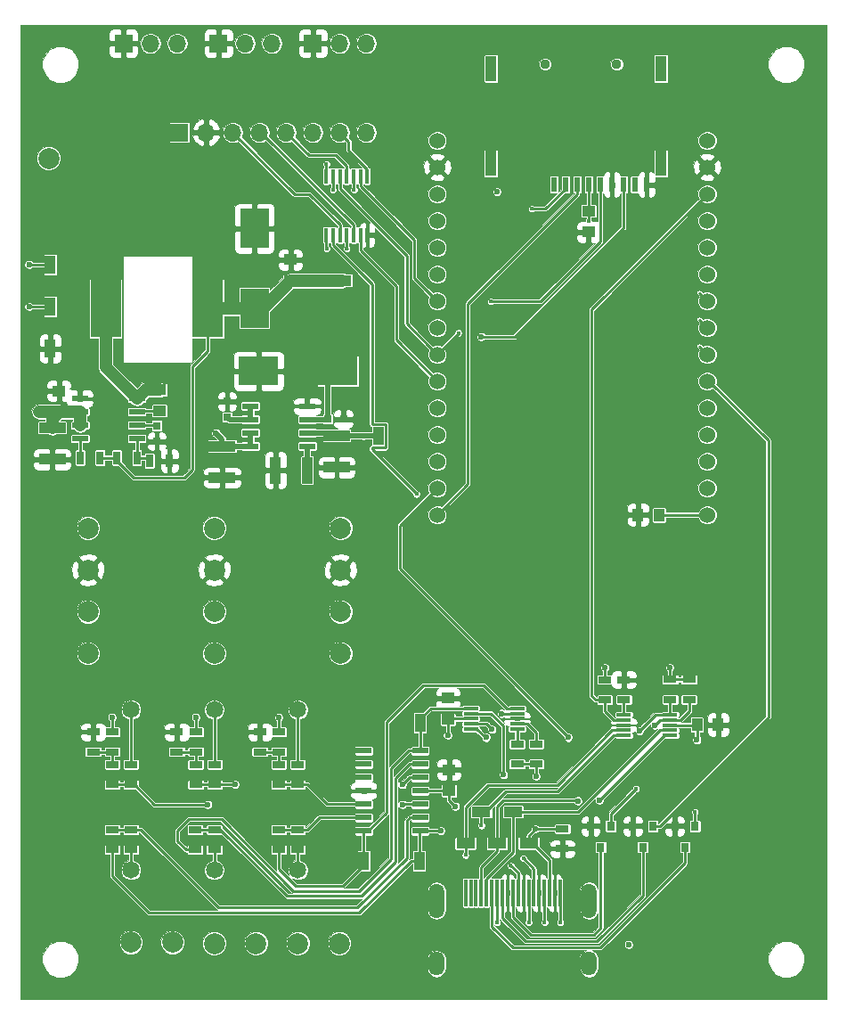
<source format=gtl>
G04 #@! TF.GenerationSoftware,KiCad,Pcbnew,(5.0.0)*
G04 #@! TF.CreationDate,2019-05-30T12:20:16+02:00*
G04 #@! TF.ProjectId,ODMeter,4F444D657465722E6B696361645F7063,rev?*
G04 #@! TF.SameCoordinates,Original*
G04 #@! TF.FileFunction,Copper,L1,Top,Signal*
G04 #@! TF.FilePolarity,Positive*
%FSLAX46Y46*%
G04 Gerber Fmt 4.6, Leading zero omitted, Abs format (unit mm)*
G04 Created by KiCad (PCBNEW (5.0.0)) date 05/30/19 12:20:16*
%MOMM*%
%LPD*%
G01*
G04 APERTURE LIST*
G04 #@! TA.AperFunction,ComponentPad*
%ADD10O,1.700000X1.700000*%
G04 #@! TD*
G04 #@! TA.AperFunction,ComponentPad*
%ADD11R,1.700000X1.700000*%
G04 #@! TD*
G04 #@! TA.AperFunction,ComponentPad*
%ADD12C,0.950000*%
G04 #@! TD*
G04 #@! TA.AperFunction,SMDPad,CuDef*
%ADD13R,0.620000X1.400000*%
G04 #@! TD*
G04 #@! TA.AperFunction,SMDPad,CuDef*
%ADD14R,1.100000X2.400000*%
G04 #@! TD*
G04 #@! TA.AperFunction,SMDPad,CuDef*
%ADD15R,0.300000X2.600000*%
G04 #@! TD*
G04 #@! TA.AperFunction,ComponentPad*
%ADD16O,1.500000X2.300000*%
G04 #@! TD*
G04 #@! TA.AperFunction,ComponentPad*
%ADD17O,1.500000X3.300000*%
G04 #@! TD*
G04 #@! TA.AperFunction,ComponentPad*
%ADD18C,0.400000*%
G04 #@! TD*
G04 #@! TA.AperFunction,SMDPad,CuDef*
%ADD19R,1.550000X0.600000*%
G04 #@! TD*
G04 #@! TA.AperFunction,SMDPad,CuDef*
%ADD20R,2.600000X3.100000*%
G04 #@! TD*
G04 #@! TA.AperFunction,SMDPad,CuDef*
%ADD21R,1.250000X1.000000*%
G04 #@! TD*
G04 #@! TA.AperFunction,SMDPad,CuDef*
%ADD22R,2.900000X5.400000*%
G04 #@! TD*
G04 #@! TA.AperFunction,ComponentPad*
%ADD23C,2.000000*%
G04 #@! TD*
G04 #@! TA.AperFunction,ComponentPad*
%ADD24C,1.524000*%
G04 #@! TD*
G04 #@! TA.AperFunction,SMDPad,CuDef*
%ADD25R,1.300000X0.700000*%
G04 #@! TD*
G04 #@! TA.AperFunction,ComponentPad*
%ADD26C,1.650000*%
G04 #@! TD*
G04 #@! TA.AperFunction,SMDPad,CuDef*
%ADD27R,1.000000X1.250000*%
G04 #@! TD*
G04 #@! TA.AperFunction,SMDPad,CuDef*
%ADD28R,0.700000X1.300000*%
G04 #@! TD*
G04 #@! TA.AperFunction,SMDPad,CuDef*
%ADD29R,1.450000X0.300000*%
G04 #@! TD*
G04 #@! TA.AperFunction,SMDPad,CuDef*
%ADD30R,1.800000X1.000000*%
G04 #@! TD*
G04 #@! TA.AperFunction,SMDPad,CuDef*
%ADD31R,1.500000X0.600000*%
G04 #@! TD*
G04 #@! TA.AperFunction,SMDPad,CuDef*
%ADD32R,2.700000X3.750000*%
G04 #@! TD*
G04 #@! TA.AperFunction,SMDPad,CuDef*
%ADD33R,2.500000X1.000000*%
G04 #@! TD*
G04 #@! TA.AperFunction,SMDPad,CuDef*
%ADD34R,3.750000X2.700000*%
G04 #@! TD*
G04 #@! TA.AperFunction,SMDPad,CuDef*
%ADD35R,0.800000X0.750000*%
G04 #@! TD*
G04 #@! TA.AperFunction,SMDPad,CuDef*
%ADD36R,0.750000X0.800000*%
G04 #@! TD*
G04 #@! TA.AperFunction,SMDPad,CuDef*
%ADD37R,0.800000X0.900000*%
G04 #@! TD*
G04 #@! TA.AperFunction,SMDPad,CuDef*
%ADD38R,1.000000X1.800000*%
G04 #@! TD*
G04 #@! TA.AperFunction,SMDPad,CuDef*
%ADD39R,1.000000X2.500000*%
G04 #@! TD*
G04 #@! TA.AperFunction,SMDPad,CuDef*
%ADD40R,0.431800X1.397000*%
G04 #@! TD*
G04 #@! TA.AperFunction,ViaPad*
%ADD41C,0.600000*%
G04 #@! TD*
G04 #@! TA.AperFunction,ViaPad*
%ADD42C,0.450000*%
G04 #@! TD*
G04 #@! TA.AperFunction,Conductor*
%ADD43C,0.250000*%
G04 #@! TD*
G04 #@! TA.AperFunction,Conductor*
%ADD44C,1.200000*%
G04 #@! TD*
G04 #@! TA.AperFunction,Conductor*
%ADD45C,0.500000*%
G04 #@! TD*
G04 #@! TA.AperFunction,Conductor*
%ADD46C,0.088900*%
G04 #@! TD*
G04 APERTURE END LIST*
D10*
G04 #@! TO.P,J3,8*
G04 #@! TO.N,/INT*
X101080000Y-62450000D03*
G04 #@! TO.P,J3,7*
G04 #@! TO.N,/RST_con*
X98540000Y-62450000D03*
G04 #@! TO.P,J3,6*
G04 #@! TO.N,/CS*
X96000000Y-62450000D03*
G04 #@! TO.P,J3,5*
G04 #@! TO.N,/SCK_con*
X93460000Y-62450000D03*
G04 #@! TO.P,J3,4*
G04 #@! TO.N,/MISO_con*
X90920000Y-62450000D03*
G04 #@! TO.P,J3,3*
G04 #@! TO.N,/MOSI_con*
X88380000Y-62450000D03*
G04 #@! TO.P,J3,2*
G04 #@! TO.N,GND*
X85840000Y-62450000D03*
D11*
G04 #@! TO.P,J3,1*
G04 #@! TO.N,/5V_b*
X83300000Y-62450000D03*
G04 #@! TD*
D12*
G04 #@! TO.P,J24,*
G04 #@! TO.N,*
X124875000Y-55980000D03*
D13*
G04 #@! TO.P,J24,7*
G04 #@! TO.N,/MISO*
X125495000Y-67400000D03*
G04 #@! TO.P,J24,8*
G04 #@! TO.N,N/C*
X126595000Y-67400000D03*
G04 #@! TO.P,J24,6*
G04 #@! TO.N,GND*
X124395000Y-67400000D03*
G04 #@! TO.P,J24,5*
G04 #@! TO.N,/SCK*
X123295000Y-67400000D03*
G04 #@! TO.P,J24,4*
G04 #@! TO.N,/3V3*
X122195000Y-67400000D03*
G04 #@! TO.P,J24,3*
G04 #@! TO.N,/MOSI*
X121095000Y-67400000D03*
G04 #@! TO.P,J24,2*
G04 #@! TO.N,/CS2*
X119995000Y-67400000D03*
G04 #@! TO.P,J24,1*
G04 #@! TO.N,N/C*
X118895000Y-67400000D03*
G04 #@! TO.P,J24,9*
G04 #@! TO.N,GND*
X127695000Y-67400000D03*
D14*
G04 #@! TO.P,J24,10*
G04 #@! TO.N,N/C*
X129075000Y-65400000D03*
X129075000Y-56400000D03*
X112925000Y-65400000D03*
X112925000Y-56400000D03*
D12*
G04 #@! TO.P,J24,*
G04 #@! TO.N,*
X118075000Y-55980000D03*
G04 #@! TD*
D15*
G04 #@! TO.P,J11,1*
G04 #@! TO.N,/5V_a*
X119500000Y-134690000D03*
G04 #@! TO.P,J11,2*
G04 #@! TO.N,GND*
X119000000Y-134690000D03*
G04 #@! TO.P,J11,3*
G04 #@! TO.N,/Ain7*
X118500000Y-134690000D03*
G04 #@! TO.P,J11,4*
G04 #@! TO.N,/5V_a*
X118000000Y-134690000D03*
G04 #@! TO.P,J11,5*
G04 #@! TO.N,GND*
X117500000Y-134690000D03*
G04 #@! TO.P,J11,6*
G04 #@! TO.N,/Ain1*
X117000000Y-134690000D03*
G04 #@! TO.P,J11,7*
G04 #@! TO.N,/5V_a*
X116500000Y-134690000D03*
G04 #@! TO.P,J11,8*
G04 #@! TO.N,GND*
X116000000Y-134690000D03*
G04 #@! TO.P,J11,9*
G04 #@! TO.N,/Ain0*
X115500000Y-134690000D03*
G04 #@! TO.P,J11,19*
G04 #@! TO.N,N/C*
X110500000Y-134690000D03*
G04 #@! TO.P,J11,18*
X111000000Y-134690000D03*
G04 #@! TO.P,J11,17*
X111500000Y-134690000D03*
G04 #@! TO.P,J11,16*
G04 #@! TO.N,/Ain2*
X112000000Y-134690000D03*
G04 #@! TO.P,J11,15*
G04 #@! TO.N,/Ain3*
X112500000Y-134690000D03*
G04 #@! TO.P,J11,14*
G04 #@! TO.N,/B*
X113000000Y-134690000D03*
G04 #@! TO.P,J11,13*
G04 #@! TO.N,/5V_a*
X113500000Y-134690000D03*
G04 #@! TO.P,J11,12*
G04 #@! TO.N,/G*
X114000000Y-134690000D03*
G04 #@! TO.P,J11,11*
G04 #@! TO.N,GND*
X114500000Y-134690000D03*
G04 #@! TO.P,J11,10*
G04 #@! TO.N,/R*
X115000000Y-134690000D03*
D16*
G04 #@! TO.P,J11,e*
G04 #@! TO.N,N/C*
X122250000Y-141410000D03*
X107750000Y-141410000D03*
D17*
X122250000Y-135450000D03*
X107750000Y-135450000D03*
G04 #@! TD*
D18*
G04 #@! TO.P,U6,9*
G04 #@! TO.N,GND*
X93400000Y-91000000D03*
X93400000Y-89700000D03*
X92100000Y-89700000D03*
D19*
G04 #@! TO.P,U6,5*
G04 #@! TO.N,Net-(C15-Pad1)*
X90050000Y-88445000D03*
G04 #@! TO.P,U6,6*
X90050000Y-89715000D03*
G04 #@! TO.P,U6,7*
G04 #@! TO.N,/12V*
X90050000Y-90985000D03*
G04 #@! TO.P,U6,8*
X90050000Y-92255000D03*
G04 #@! TO.P,U6,4*
G04 #@! TO.N,GND*
X95450000Y-88445000D03*
G04 #@! TO.P,U6,3*
G04 #@! TO.N,Net-(C13-Pad1)*
X95450000Y-89715000D03*
G04 #@! TO.P,U6,2*
G04 #@! TO.N,/5V_a*
X95450000Y-90985000D03*
G04 #@! TO.P,U6,1*
G04 #@! TO.N,Net-(C9-Pad2)*
X95450000Y-92255000D03*
D20*
G04 #@! TO.P,U6,9*
G04 #@! TO.N,GND*
X92750000Y-90350000D03*
D18*
X92100000Y-91000000D03*
G04 #@! TD*
G04 #@! TO.P,U4,9*
G04 #@! TO.N,GND*
X75900000Y-89000000D03*
X75900000Y-90300000D03*
X77200000Y-90300000D03*
D19*
G04 #@! TO.P,U4,5*
G04 #@! TO.N,/FB*
X79250000Y-91555000D03*
G04 #@! TO.P,U4,6*
G04 #@! TO.N,Net-(C8-Pad1)*
X79250000Y-90285000D03*
G04 #@! TO.P,U4,7*
G04 #@! TO.N,Net-(C3-Pad2)*
X79250000Y-89015000D03*
G04 #@! TO.P,U4,8*
G04 #@! TO.N,Net-(C3-Pad1)*
X79250000Y-87745000D03*
G04 #@! TO.P,U4,4*
G04 #@! TO.N,Net-(R29-Pad1)*
X73850000Y-91555000D03*
G04 #@! TO.P,U4,3*
G04 #@! TO.N,/12V*
X73850000Y-90285000D03*
G04 #@! TO.P,U4,2*
X73850000Y-89015000D03*
G04 #@! TO.P,U4,1*
G04 #@! TO.N,GND*
X73850000Y-87745000D03*
D20*
G04 #@! TO.P,U4,9*
X76550000Y-89650000D03*
D18*
X77200000Y-89000000D03*
G04 #@! TD*
D21*
G04 #@! TO.P,C16,1*
G04 #@! TO.N,GND*
X122200000Y-71900000D03*
G04 #@! TO.P,C16,2*
G04 #@! TO.N,/3V3*
X122200000Y-69900000D03*
G04 #@! TD*
D22*
G04 #@! TO.P,L1,2*
G04 #@! TO.N,Net-(C3-Pad1)*
X76300000Y-79200000D03*
G04 #@! TO.P,L1,1*
G04 #@! TO.N,/5V_b*
X86000000Y-79200000D03*
G04 #@! TD*
D23*
G04 #@! TO.P,J20,1*
G04 #@! TO.N,/12V*
X70870000Y-64900000D03*
G04 #@! TO.P,J20,2*
G04 #@! TO.N,GND*
X74830000Y-64900000D03*
G04 #@! TD*
D24*
G04 #@! TO.P,U3,1*
G04 #@! TO.N,Net-(C17-Pad1)*
X133470000Y-98770000D03*
G04 #@! TO.P,U3,2*
G04 #@! TO.N,N/C*
X133470000Y-96230000D03*
G04 #@! TO.P,U3,3*
X133470000Y-93690000D03*
G04 #@! TO.P,U3,4*
X133470000Y-91150000D03*
G04 #@! TO.P,U3,5*
X133470000Y-88610000D03*
G04 #@! TO.P,U3,6*
G04 #@! TO.N,/LED_G*
X133470000Y-86070000D03*
G04 #@! TO.P,U3,7*
G04 #@! TO.N,/PWM_X*
X133470000Y-83530000D03*
G04 #@! TO.P,U3,8*
G04 #@! TO.N,/DIR_X*
X133470000Y-80990000D03*
G04 #@! TO.P,U3,9*
G04 #@! TO.N,/PWM_Y*
X133470000Y-78450000D03*
G04 #@! TO.P,U3,10*
G04 #@! TO.N,/DIR_Y*
X133470000Y-75910000D03*
G04 #@! TO.P,U3,11*
G04 #@! TO.N,/PWM_Z*
X133470000Y-73370000D03*
G04 #@! TO.P,U3,12*
G04 #@! TO.N,/DIR_Z*
X133470000Y-70830000D03*
G04 #@! TO.P,U3,13*
G04 #@! TO.N,/Alert*
X133470000Y-68290000D03*
G04 #@! TO.P,U3,14*
G04 #@! TO.N,GND*
X133470000Y-65750000D03*
G04 #@! TO.P,U3,15*
G04 #@! TO.N,/5V_b*
X133470000Y-63210000D03*
G04 #@! TO.P,U3,16*
G04 #@! TO.N,/3V3*
X107800000Y-63210000D03*
G04 #@! TO.P,U3,17*
G04 #@! TO.N,GND*
X107800000Y-65750000D03*
G04 #@! TO.P,U3,18*
G04 #@! TO.N,/CS2*
X107800000Y-68290000D03*
G04 #@! TO.P,U3,19*
G04 #@! TO.N,/LED_R*
X107800000Y-70830000D03*
G04 #@! TO.P,U3,20*
G04 #@! TO.N,/LED_B*
X107800000Y-73370000D03*
G04 #@! TO.P,U3,21*
G04 #@! TO.N,/INT*
X107800000Y-75910000D03*
G04 #@! TO.P,U3,22*
G04 #@! TO.N,/RST*
X107800000Y-78450000D03*
G04 #@! TO.P,U3,23*
G04 #@! TO.N,/CS*
X107800000Y-80990000D03*
G04 #@! TO.P,U3,24*
G04 #@! TO.N,/SCK*
X107800000Y-83530000D03*
G04 #@! TO.P,U3,25*
G04 #@! TO.N,/MISO*
X107800000Y-86070000D03*
G04 #@! TO.P,U3,26*
G04 #@! TO.N,/SDA*
X107800000Y-88610000D03*
G04 #@! TO.P,U3,27*
G04 #@! TO.N,N/C*
X107800000Y-91150000D03*
G04 #@! TO.P,U3,28*
X107800000Y-93690000D03*
G04 #@! TO.P,U3,29*
G04 #@! TO.N,/SCL*
X107800000Y-96230000D03*
G04 #@! TO.P,U3,30*
G04 #@! TO.N,/MOSI*
X107800000Y-98770000D03*
G04 #@! TD*
D21*
G04 #@! TO.P,C2,2*
G04 #@! TO.N,/3V3*
X108950000Y-125000000D03*
G04 #@! TO.P,C2,1*
G04 #@! TO.N,GND*
X108950000Y-123000000D03*
G04 #@! TD*
D23*
G04 #@! TO.P,J9,6*
G04 #@! TO.N,/I_sense1*
X78700000Y-139400000D03*
G04 #@! TO.P,J9,2*
G04 #@! TO.N,/I_sense3*
X94540000Y-139500000D03*
G04 #@! TO.P,J9,1*
G04 #@! TO.N,/I3_B*
X98500000Y-139500000D03*
G04 #@! TO.P,J9,3*
G04 #@! TO.N,/I2_B*
X90580000Y-139500000D03*
G04 #@! TO.P,J9,4*
G04 #@! TO.N,/I_sense2*
X86620000Y-139500000D03*
G04 #@! TO.P,J9,5*
G04 #@! TO.N,/I1_B*
X82660000Y-139400000D03*
G04 #@! TD*
D25*
G04 #@! TO.P,R13,2*
G04 #@! TO.N,Net-(R11-Pad2)*
X84850000Y-122500000D03*
G04 #@! TO.P,R13,1*
G04 #@! TO.N,Net-(R13-Pad1)*
X84850000Y-124400000D03*
G04 #@! TD*
G04 #@! TO.P,R12,2*
G04 #@! TO.N,GND*
X83050000Y-119400000D03*
G04 #@! TO.P,R12,1*
G04 #@! TO.N,Net-(R11-Pad2)*
X83050000Y-121300000D03*
G04 #@! TD*
D26*
G04 #@! TO.P,R6,1*
G04 #@! TO.N,/I_sense1*
X78700000Y-132520000D03*
G04 #@! TO.P,R6,2*
G04 #@! TO.N,/I1_A*
X78700000Y-117280000D03*
G04 #@! TD*
D27*
G04 #@! TO.P,C1,2*
G04 #@! TO.N,/3V3*
X132500000Y-118725000D03*
G04 #@! TO.P,C1,1*
G04 #@! TO.N,GND*
X134500000Y-118725000D03*
G04 #@! TD*
D21*
G04 #@! TO.P,C7,2*
G04 #@! TO.N,GND*
X71850000Y-87000000D03*
G04 #@! TO.P,C7,1*
G04 #@! TO.N,/12V*
X71850000Y-89000000D03*
G04 #@! TD*
D25*
G04 #@! TO.P,R22,2*
G04 #@! TO.N,/I3_A*
X94540000Y-122500000D03*
G04 #@! TO.P,R22,1*
G04 #@! TO.N,Net-(R21-Pad1)*
X94540000Y-124400000D03*
G04 #@! TD*
G04 #@! TO.P,R24,2*
G04 #@! TO.N,/I_sense3*
X94540000Y-130600000D03*
G04 #@! TO.P,R24,1*
G04 #@! TO.N,Net-(R24-Pad1)*
X94540000Y-128700000D03*
G04 #@! TD*
G04 #@! TO.P,R25,2*
G04 #@! TO.N,Net-(R24-Pad1)*
X92750000Y-128700000D03*
G04 #@! TO.P,R25,1*
G04 #@! TO.N,/A5*
X92750000Y-130600000D03*
G04 #@! TD*
D10*
G04 #@! TO.P,J2,3*
G04 #@! TO.N,/DIR_X*
X83080000Y-54000000D03*
G04 #@! TO.P,J2,2*
G04 #@! TO.N,/PWM_X*
X80540000Y-54000000D03*
D11*
G04 #@! TO.P,J2,1*
G04 #@! TO.N,GND*
X78000000Y-54000000D03*
G04 #@! TD*
D28*
G04 #@! TO.P,R29,2*
G04 #@! TO.N,/5V_b*
X75750000Y-93350000D03*
G04 #@! TO.P,R29,1*
G04 #@! TO.N,Net-(R29-Pad1)*
X73850000Y-93350000D03*
G04 #@! TD*
D29*
G04 #@! TO.P,U2,10*
G04 #@! TO.N,/SCL*
X129950000Y-117750000D03*
G04 #@! TO.P,U2,9*
G04 #@! TO.N,/SDA*
X129950000Y-118250000D03*
G04 #@! TO.P,U2,8*
G04 #@! TO.N,/3V3*
X129950000Y-118750000D03*
G04 #@! TO.P,U2,7*
G04 #@! TO.N,/Ain3*
X129950000Y-119250000D03*
G04 #@! TO.P,U2,6*
G04 #@! TO.N,/Ain2*
X129950000Y-119750000D03*
G04 #@! TO.P,U2,5*
G04 #@! TO.N,/Ain1*
X125550000Y-119750000D03*
G04 #@! TO.P,U2,4*
G04 #@! TO.N,/Ain0*
X125550000Y-119250000D03*
G04 #@! TO.P,U2,3*
G04 #@! TO.N,GND*
X125550000Y-118750000D03*
G04 #@! TO.P,U2,2*
G04 #@! TO.N,/Alert*
X125550000Y-118250000D03*
G04 #@! TO.P,U2,1*
G04 #@! TO.N,Net-(R5-Pad2)*
X125550000Y-117750000D03*
G04 #@! TD*
D30*
G04 #@! TO.P,J13,1*
G04 #@! TO.N,/Ain2*
X113500000Y-130000000D03*
G04 #@! TD*
D31*
G04 #@! TO.P,U1,14*
G04 #@! TO.N,/A5*
X100800000Y-128810000D03*
G04 #@! TO.P,U1,13*
G04 #@! TO.N,Net-(R24-Pad1)*
X100800000Y-127540000D03*
G04 #@! TO.P,U1,12*
G04 #@! TO.N,Net-(R21-Pad1)*
X100800000Y-126270000D03*
G04 #@! TO.P,U1,11*
G04 #@! TO.N,GND*
X100800000Y-125000000D03*
G04 #@! TO.P,U1,10*
G04 #@! TO.N,N/C*
X100800000Y-123730000D03*
G04 #@! TO.P,U1,9*
X100800000Y-122460000D03*
G04 #@! TO.P,U1,8*
X100800000Y-121190000D03*
G04 #@! TO.P,U1,7*
G04 #@! TO.N,/A6*
X106200000Y-121190000D03*
G04 #@! TO.P,U1,6*
G04 #@! TO.N,Net-(R17-Pad1)*
X106200000Y-122460000D03*
G04 #@! TO.P,U1,5*
G04 #@! TO.N,Net-(R13-Pad1)*
X106200000Y-123730000D03*
G04 #@! TO.P,U1,4*
G04 #@! TO.N,/3V3*
X106200000Y-125000000D03*
G04 #@! TO.P,U1,3*
G04 #@! TO.N,Net-(R3-Pad1)*
X106200000Y-126270000D03*
G04 #@! TO.P,U1,2*
G04 #@! TO.N,Net-(R8-Pad1)*
X106200000Y-127540000D03*
G04 #@! TO.P,U1,1*
G04 #@! TO.N,/A4*
X106200000Y-128810000D03*
G04 #@! TD*
D25*
G04 #@! TO.P,R1,2*
G04 #@! TO.N,Net-(R1-Pad2)*
X76900000Y-121300000D03*
G04 #@! TO.P,R1,1*
G04 #@! TO.N,/3V3*
X76900000Y-119400000D03*
G04 #@! TD*
G04 #@! TO.P,R2,2*
G04 #@! TO.N,GND*
X75100000Y-119400000D03*
G04 #@! TO.P,R2,1*
G04 #@! TO.N,Net-(R1-Pad2)*
X75100000Y-121300000D03*
G04 #@! TD*
G04 #@! TO.P,R3,2*
G04 #@! TO.N,Net-(R1-Pad2)*
X76900000Y-122500000D03*
G04 #@! TO.P,R3,1*
G04 #@! TO.N,Net-(R3-Pad1)*
X76900000Y-124400000D03*
G04 #@! TD*
G04 #@! TO.P,R4,2*
G04 #@! TO.N,/I1_A*
X78700000Y-122500000D03*
G04 #@! TO.P,R4,1*
G04 #@! TO.N,Net-(R3-Pad1)*
X78700000Y-124400000D03*
G04 #@! TD*
G04 #@! TO.P,R8,2*
G04 #@! TO.N,/I_sense1*
X78700000Y-130600000D03*
G04 #@! TO.P,R8,1*
G04 #@! TO.N,Net-(R8-Pad1)*
X78700000Y-128700000D03*
G04 #@! TD*
G04 #@! TO.P,R9,2*
G04 #@! TO.N,Net-(R8-Pad1)*
X76900000Y-128700000D03*
G04 #@! TO.P,R9,1*
G04 #@! TO.N,/A4*
X76900000Y-130600000D03*
G04 #@! TD*
G04 #@! TO.P,R10,2*
G04 #@! TO.N,/3V3*
X129950000Y-114425000D03*
G04 #@! TO.P,R10,1*
G04 #@! TO.N,/SCL*
X129950000Y-116325000D03*
G04 #@! TD*
G04 #@! TO.P,R11,2*
G04 #@! TO.N,Net-(R11-Pad2)*
X84850000Y-121300000D03*
G04 #@! TO.P,R11,1*
G04 #@! TO.N,/3V3*
X84850000Y-119400000D03*
G04 #@! TD*
G04 #@! TO.P,R14,2*
G04 #@! TO.N,/3V3*
X123750000Y-114450000D03*
G04 #@! TO.P,R14,1*
G04 #@! TO.N,/Alert*
X123750000Y-116350000D03*
G04 #@! TD*
G04 #@! TO.P,R15,2*
G04 #@! TO.N,/I2_A*
X86650000Y-122500000D03*
G04 #@! TO.P,R15,1*
G04 #@! TO.N,Net-(R13-Pad1)*
X86650000Y-124400000D03*
G04 #@! TD*
G04 #@! TO.P,R17,2*
G04 #@! TO.N,/I_sense2*
X86620000Y-130600000D03*
G04 #@! TO.P,R17,1*
G04 #@! TO.N,Net-(R17-Pad1)*
X86620000Y-128700000D03*
G04 #@! TD*
G04 #@! TO.P,R18,2*
G04 #@! TO.N,Net-(R17-Pad1)*
X84800000Y-128700000D03*
G04 #@! TO.P,R18,1*
G04 #@! TO.N,/A6*
X84800000Y-130600000D03*
G04 #@! TD*
G04 #@! TO.P,R20,2*
G04 #@! TO.N,GND*
X90950000Y-119400000D03*
G04 #@! TO.P,R20,1*
G04 #@! TO.N,Net-(R19-Pad2)*
X90950000Y-121300000D03*
G04 #@! TD*
G04 #@! TO.P,R21,2*
G04 #@! TO.N,Net-(R19-Pad2)*
X92750000Y-122500000D03*
G04 #@! TO.P,R21,1*
G04 #@! TO.N,Net-(R21-Pad1)*
X92750000Y-124400000D03*
G04 #@! TD*
D21*
G04 #@! TO.P,C3,2*
G04 #@! TO.N,Net-(C3-Pad2)*
X81400000Y-88900000D03*
G04 #@! TO.P,C3,1*
G04 #@! TO.N,Net-(C3-Pad1)*
X81400000Y-86900000D03*
G04 #@! TD*
D32*
G04 #@! TO.P,C4,2*
G04 #@! TO.N,GND*
X90450000Y-71575000D03*
G04 #@! TO.P,C4,1*
G04 #@! TO.N,/5V_b*
X90450000Y-79125000D03*
G04 #@! TD*
D21*
G04 #@! TO.P,C5,2*
G04 #@! TO.N,GND*
X93850000Y-74550000D03*
G04 #@! TO.P,C5,1*
G04 #@! TO.N,/5V_b*
X93850000Y-76550000D03*
G04 #@! TD*
D33*
G04 #@! TO.P,C6,2*
G04 #@! TO.N,GND*
X71200000Y-93500000D03*
G04 #@! TO.P,C6,1*
G04 #@! TO.N,/12V*
X71200000Y-90500000D03*
G04 #@! TD*
G04 #@! TO.P,C10,2*
G04 #@! TO.N,/12V*
X87350000Y-92250000D03*
G04 #@! TO.P,C10,1*
G04 #@! TO.N,GND*
X87350000Y-95250000D03*
G04 #@! TD*
G04 #@! TO.P,C12,2*
G04 #@! TO.N,/5V_a*
X98250000Y-91250000D03*
G04 #@! TO.P,C12,1*
G04 #@! TO.N,GND*
X98250000Y-94250000D03*
G04 #@! TD*
D34*
G04 #@! TO.P,C13,2*
G04 #@! TO.N,GND*
X90825000Y-85100000D03*
G04 #@! TO.P,C13,1*
G04 #@! TO.N,Net-(C13-Pad1)*
X98375000Y-85100000D03*
G04 #@! TD*
D35*
G04 #@! TO.P,C14,1*
G04 #@! TO.N,Net-(C13-Pad1)*
X97400000Y-89700000D03*
G04 #@! TO.P,C14,2*
G04 #@! TO.N,GND*
X98900000Y-89700000D03*
G04 #@! TD*
D36*
G04 #@! TO.P,C15,1*
G04 #@! TO.N,Net-(C15-Pad1)*
X87850000Y-89500000D03*
G04 #@! TO.P,C15,2*
G04 #@! TO.N,GND*
X87850000Y-88000000D03*
G04 #@! TD*
D37*
G04 #@! TO.P,Q1,3*
G04 #@! TO.N,/R*
X123350000Y-130350000D03*
G04 #@! TO.P,Q1,2*
G04 #@! TO.N,GND*
X122400000Y-128350000D03*
G04 #@! TO.P,Q1,1*
G04 #@! TO.N,/LED_R*
X124300000Y-128350000D03*
G04 #@! TD*
G04 #@! TO.P,Q2,3*
G04 #@! TO.N,/G*
X127350000Y-130350000D03*
G04 #@! TO.P,Q2,2*
G04 #@! TO.N,GND*
X126400000Y-128350000D03*
G04 #@! TO.P,Q2,1*
G04 #@! TO.N,/LED_G*
X128300000Y-128350000D03*
G04 #@! TD*
G04 #@! TO.P,Q3,3*
G04 #@! TO.N,/B*
X131350000Y-130350000D03*
G04 #@! TO.P,Q3,2*
G04 #@! TO.N,GND*
X130400000Y-128350000D03*
G04 #@! TO.P,Q3,1*
G04 #@! TO.N,/LED_B*
X132300000Y-128350000D03*
G04 #@! TD*
D25*
G04 #@! TO.P,R26,2*
G04 #@! TO.N,GND*
X119700000Y-130500000D03*
G04 #@! TO.P,R26,1*
G04 #@! TO.N,/Ain7*
X119700000Y-128600000D03*
G04 #@! TD*
D28*
G04 #@! TO.P,R27,2*
G04 #@! TO.N,/FB*
X79250000Y-93350000D03*
G04 #@! TO.P,R27,1*
G04 #@! TO.N,/5V_b*
X77350000Y-93350000D03*
G04 #@! TD*
D25*
G04 #@! TO.P,R28,2*
G04 #@! TO.N,Net-(R28-Pad2)*
X115400000Y-120550000D03*
G04 #@! TO.P,R28,1*
G04 #@! TO.N,/3V3*
X115400000Y-122450000D03*
G04 #@! TD*
D28*
G04 #@! TO.P,R30,2*
G04 #@! TO.N,GND*
X82350000Y-93650000D03*
G04 #@! TO.P,R30,1*
G04 #@! TO.N,/FB*
X80450000Y-93650000D03*
G04 #@! TD*
D25*
G04 #@! TO.P,R31,2*
G04 #@! TO.N,/3V3*
X117200000Y-122450000D03*
G04 #@! TO.P,R31,1*
G04 #@! TO.N,Net-(R31-Pad1)*
X117200000Y-120550000D03*
G04 #@! TD*
D36*
G04 #@! TO.P,C8,1*
G04 #@! TO.N,Net-(C8-Pad1)*
X81150000Y-90300000D03*
G04 #@! TO.P,C8,2*
G04 #@! TO.N,GND*
X81150000Y-91800000D03*
G04 #@! TD*
D38*
G04 #@! TO.P,J1,1*
G04 #@! TO.N,/A4*
X106100000Y-131650000D03*
G04 #@! TD*
D30*
G04 #@! TO.P,J10,1*
G04 #@! TO.N,/Ain7*
X116500000Y-130000000D03*
G04 #@! TD*
G04 #@! TO.P,J12,1*
G04 #@! TO.N,/Ain3*
X115000000Y-127000000D03*
G04 #@! TD*
D23*
G04 #@! TO.P,J14,2*
G04 #@! TO.N,/I1_A*
X74620000Y-107980000D03*
G04 #@! TO.P,J14,1*
G04 #@! TO.N,/I1_B*
X74620000Y-111940000D03*
G04 #@! TO.P,J14,3*
G04 #@! TO.N,GND*
X74620000Y-104020000D03*
G04 #@! TO.P,J14,4*
G04 #@! TO.N,/12V*
X74620000Y-100060000D03*
G04 #@! TD*
D30*
G04 #@! TO.P,J15,1*
G04 #@! TO.N,/Ain1*
X112000000Y-127000000D03*
G04 #@! TD*
D25*
G04 #@! TO.P,R5,2*
G04 #@! TO.N,Net-(R5-Pad2)*
X125550000Y-116350000D03*
G04 #@! TO.P,R5,1*
G04 #@! TO.N,GND*
X125550000Y-114450000D03*
G04 #@! TD*
D26*
G04 #@! TO.P,R16,1*
G04 #@! TO.N,/I_sense2*
X86620000Y-132520000D03*
G04 #@! TO.P,R16,2*
G04 #@! TO.N,/I2_A*
X86620000Y-117280000D03*
G04 #@! TD*
D25*
G04 #@! TO.P,R19,2*
G04 #@! TO.N,Net-(R19-Pad2)*
X92750000Y-121300000D03*
G04 #@! TO.P,R19,1*
G04 #@! TO.N,/3V3*
X92750000Y-119400000D03*
G04 #@! TD*
D26*
G04 #@! TO.P,R23,1*
G04 #@! TO.N,/I_sense3*
X94540000Y-132520000D03*
G04 #@! TO.P,R23,2*
G04 #@! TO.N,/I3_A*
X94540000Y-117280000D03*
G04 #@! TD*
D29*
G04 #@! TO.P,U5,10*
G04 #@! TO.N,/SCL*
X111000000Y-119150000D03*
G04 #@! TO.P,U5,9*
G04 #@! TO.N,/SDA*
X111000000Y-118650000D03*
G04 #@! TO.P,U5,8*
G04 #@! TO.N,/3V3*
X111000000Y-118150000D03*
G04 #@! TO.P,U5,7*
G04 #@! TO.N,/Ain7*
X111000000Y-117650000D03*
G04 #@! TO.P,U5,6*
G04 #@! TO.N,/A6*
X111000000Y-117150000D03*
G04 #@! TO.P,U5,5*
G04 #@! TO.N,/A5*
X115400000Y-117150000D03*
G04 #@! TO.P,U5,4*
G04 #@! TO.N,/A4*
X115400000Y-117650000D03*
G04 #@! TO.P,U5,3*
G04 #@! TO.N,GND*
X115400000Y-118150000D03*
G04 #@! TO.P,U5,2*
G04 #@! TO.N,Net-(R31-Pad1)*
X115400000Y-118650000D03*
G04 #@! TO.P,U5,1*
G04 #@! TO.N,Net-(R28-Pad2)*
X115400000Y-119150000D03*
G04 #@! TD*
D38*
G04 #@! TO.P,J8,1*
G04 #@! TO.N,/A5*
X100800000Y-131650000D03*
G04 #@! TD*
D30*
G04 #@! TO.P,J16,1*
G04 #@! TO.N,/Ain0*
X110500000Y-130000000D03*
G04 #@! TD*
D38*
G04 #@! TO.P,J17,1*
G04 #@! TO.N,/5V_a*
X102200000Y-91300000D03*
G04 #@! TD*
D39*
G04 #@! TO.P,C9,2*
G04 #@! TO.N,Net-(C9-Pad2)*
X95450000Y-94550000D03*
G04 #@! TO.P,C9,1*
G04 #@! TO.N,GND*
X92450000Y-94550000D03*
G04 #@! TD*
D21*
G04 #@! TO.P,C11,2*
G04 #@! TO.N,/3V3*
X108800000Y-118200000D03*
G04 #@! TO.P,C11,1*
G04 #@! TO.N,GND*
X108800000Y-116200000D03*
G04 #@! TD*
D10*
G04 #@! TO.P,J4,3*
G04 #@! TO.N,/DIR_Y*
X92080000Y-54000000D03*
G04 #@! TO.P,J4,2*
G04 #@! TO.N,/PWM_Y*
X89540000Y-54000000D03*
D11*
G04 #@! TO.P,J4,1*
G04 #@! TO.N,GND*
X87000000Y-54000000D03*
G04 #@! TD*
D38*
G04 #@! TO.P,J5,1*
G04 #@! TO.N,/A6*
X106200000Y-118550000D03*
G04 #@! TD*
D10*
G04 #@! TO.P,J6,3*
G04 #@! TO.N,/DIR_Z*
X101080000Y-54000000D03*
G04 #@! TO.P,J6,2*
G04 #@! TO.N,/PWM_Z*
X98540000Y-54000000D03*
D11*
G04 #@! TO.P,J6,1*
G04 #@! TO.N,GND*
X96000000Y-54000000D03*
G04 #@! TD*
D23*
G04 #@! TO.P,J18,2*
G04 #@! TO.N,/I2_A*
X86620000Y-107980000D03*
G04 #@! TO.P,J18,1*
G04 #@! TO.N,/I2_B*
X86620000Y-111940000D03*
G04 #@! TO.P,J18,3*
G04 #@! TO.N,GND*
X86620000Y-104020000D03*
G04 #@! TO.P,J18,4*
G04 #@! TO.N,/12V*
X86620000Y-100060000D03*
G04 #@! TD*
G04 #@! TO.P,J19,2*
G04 #@! TO.N,/I3_A*
X98620000Y-107980000D03*
G04 #@! TO.P,J19,1*
G04 #@! TO.N,/I3_B*
X98620000Y-111940000D03*
G04 #@! TO.P,J19,3*
G04 #@! TO.N,GND*
X98620000Y-104020000D03*
G04 #@! TO.P,J19,4*
G04 #@! TO.N,/12V*
X98620000Y-100060000D03*
G04 #@! TD*
D25*
G04 #@! TO.P,R7,2*
G04 #@! TO.N,/SDA*
X131750000Y-116325000D03*
G04 #@! TO.P,R7,1*
G04 #@! TO.N,/3V3*
X131750000Y-114425000D03*
G04 #@! TD*
D38*
G04 #@! TO.P,J7,1*
G04 #@! TO.N,GND*
X71000000Y-83000000D03*
G04 #@! TD*
D30*
G04 #@! TO.P,J21,1*
G04 #@! TO.N,/5V_b*
X98750000Y-76500000D03*
G04 #@! TD*
D38*
G04 #@! TO.P,J22,1*
G04 #@! TO.N,/3V3*
X71000000Y-79000000D03*
G04 #@! TD*
G04 #@! TO.P,J23,1*
G04 #@! TO.N,/12V*
X71000000Y-75000000D03*
G04 #@! TD*
D40*
G04 #@! TO.P,U7,1*
G04 #@! TO.N,/CS*
X97269600Y-72194000D03*
G04 #@! TO.P,U7,2*
G04 #@! TO.N,/MOSI*
X97904600Y-72194000D03*
G04 #@! TO.P,U7,3*
G04 #@! TO.N,/MOSI_con*
X98565000Y-72194000D03*
G04 #@! TO.P,U7,4*
G04 #@! TO.N,/CS*
X99200000Y-72194000D03*
G04 #@! TO.P,U7,5*
G04 #@! TO.N,/MISO_con*
X99860400Y-72194000D03*
G04 #@! TO.P,U7,6*
G04 #@! TO.N,/MISO*
X100508100Y-72194000D03*
G04 #@! TO.P,U7,7*
G04 #@! TO.N,GND*
X101155800Y-72194000D03*
G04 #@! TO.P,U7,8*
G04 #@! TO.N,/RST_con*
X101155800Y-66606000D03*
G04 #@! TO.P,U7,9*
G04 #@! TO.N,/RST*
X100508100Y-66606000D03*
G04 #@! TO.P,U7,10*
G04 #@! TO.N,/CS*
X99860400Y-66606000D03*
G04 #@! TO.P,U7,11*
G04 #@! TO.N,/SCK_con*
X99200000Y-66606000D03*
G04 #@! TO.P,U7,12*
G04 #@! TO.N,/SCK*
X98552300Y-66606000D03*
G04 #@! TO.P,U7,13*
G04 #@! TO.N,/CS*
X97904600Y-66606000D03*
G04 #@! TO.P,U7,14*
G04 #@! TO.N,/3V3*
X97256900Y-66606000D03*
G04 #@! TD*
D27*
G04 #@! TO.P,C17,1*
G04 #@! TO.N,Net-(C17-Pad1)*
X128900000Y-98770000D03*
G04 #@! TO.P,C17,2*
G04 #@! TO.N,GND*
X126900000Y-98770000D03*
G04 #@! TD*
D41*
G04 #@! TO.N,*
X113500000Y-68100000D03*
X126000000Y-139600000D03*
G04 #@! TO.N,GND*
X98625000Y-125300000D03*
X111175000Y-122800000D03*
X106625000Y-116250000D03*
X109500000Y-113200000D03*
X112675000Y-125500000D03*
X119275000Y-121975000D03*
X121750000Y-117600000D03*
X117950000Y-112150000D03*
X110000000Y-138000000D03*
X109850000Y-132225000D03*
X104675000Y-114225000D03*
X98200000Y-116125000D03*
X96650000Y-114025000D03*
X92100000Y-114350000D03*
X90775000Y-111325000D03*
X94750000Y-108925000D03*
X89825000Y-107525000D03*
X95075000Y-105225000D03*
X89550000Y-103775000D03*
X92850000Y-102500000D03*
X95450000Y-101175000D03*
X90775000Y-99875000D03*
X93775000Y-98700000D03*
X82825000Y-99975000D03*
X78250000Y-100275000D03*
X80775000Y-103500000D03*
X77700000Y-105250000D03*
X81000000Y-108200000D03*
X81275000Y-112550000D03*
X81775000Y-117125000D03*
X71900000Y-116425000D03*
X76900000Y-115025000D03*
X71000000Y-111775000D03*
X72150000Y-126400000D03*
X74375000Y-133275000D03*
X70200000Y-137400000D03*
X74550000Y-139850000D03*
X81200000Y-142225000D03*
X89250000Y-142325000D03*
X96975000Y-142050000D03*
X96975000Y-137925000D03*
X92500000Y-137750000D03*
X88650000Y-137750000D03*
X84725000Y-137650000D03*
X80600000Y-137600000D03*
X80650000Y-133575000D03*
X103750000Y-138700000D03*
X104600000Y-144100000D03*
X113425000Y-142800000D03*
X117825000Y-140725000D03*
X112325000Y-104425000D03*
X123100000Y-106325000D03*
X126625000Y-104225000D03*
X131150000Y-101600000D03*
X121025000Y-98900000D03*
X115400000Y-94675000D03*
X112325000Y-98400000D03*
X100700000Y-81900000D03*
X98925000Y-80075000D03*
X101950000Y-74350000D03*
X99200000Y-69200000D03*
X94600000Y-70600000D03*
X90025000Y-66525000D03*
X85550000Y-69600000D03*
X83700000Y-66750000D03*
X86525000Y-65550000D03*
X78525000Y-63725000D03*
X78850000Y-67725000D03*
X78525000Y-71400000D03*
X73300000Y-71750000D03*
X69875000Y-72225000D03*
X72600000Y-74850000D03*
X69975000Y-77250000D03*
X72500000Y-78625000D03*
X79175000Y-57875000D03*
X83850000Y-59150000D03*
X90050000Y-58850000D03*
X98400000Y-58750000D03*
X102900000Y-58750000D03*
X107625000Y-59175000D03*
X121225000Y-54050000D03*
X126950000Y-53875000D03*
X130425000Y-56900000D03*
X133550000Y-58000000D03*
X134425000Y-131850000D03*
X133225000Y-137850000D03*
X140575000Y-84775000D03*
X140300000Y-73450000D03*
X141100000Y-65400000D03*
X138050000Y-60100000D03*
X137650000Y-69675000D03*
X143150000Y-69575000D03*
X137950000Y-79175000D03*
X143150000Y-78050000D03*
X143250000Y-89150000D03*
X142625000Y-98650000D03*
X142950000Y-105675000D03*
X142225000Y-113525000D03*
X133675000Y-108925000D03*
X142475000Y-122275000D03*
X138450000Y-126675000D03*
X142375000Y-130725000D03*
X139175000Y-134500000D03*
X143225000Y-136100000D03*
X129650000Y-141725000D03*
X135150000Y-141600000D03*
X135625000Y-135000000D03*
X127250000Y-94500000D03*
X74450000Y-60225000D03*
X69675000Y-60225000D03*
X70650000Y-98875000D03*
X69600000Y-121075000D03*
X69950000Y-130775000D03*
X122600000Y-123700000D03*
X124300000Y-122000000D03*
X102175000Y-130150000D03*
X115775000Y-123550000D03*
X112825000Y-53349990D03*
X119825000Y-90450000D03*
X125075000Y-88375000D03*
X118425000Y-82225000D03*
X126475000Y-81150000D03*
X113100000Y-73025000D03*
X117425000Y-75225000D03*
X126250000Y-72350000D03*
X124950000Y-73850000D03*
X118800000Y-65200000D03*
X120900000Y-64625000D03*
X129375000Y-67850000D03*
X128125000Y-69325000D03*
X126025000Y-69925000D03*
X127600000Y-63550000D03*
X126100000Y-57800000D03*
X112750000Y-58825000D03*
X115100000Y-87400000D03*
X117275000Y-102550000D03*
X129800000Y-139200000D03*
X121000000Y-137600000D03*
X121600000Y-132500000D03*
X129400000Y-124900000D03*
X126500000Y-123800000D03*
X83400000Y-87500000D03*
X83500000Y-91300000D03*
X86000000Y-87100000D03*
X94200000Y-81300000D03*
X89000000Y-75000000D03*
X91700000Y-74900000D03*
X76300000Y-74100000D03*
X73400000Y-82600000D03*
X69300000Y-86200000D03*
G04 #@! TO.N,Net-(R3-Pad1)*
X86000000Y-126300000D03*
X104500002Y-126300000D03*
G04 #@! TO.N,Net-(R13-Pad1)*
X88600000Y-124400000D03*
X104500000Y-124400000D03*
G04 #@! TO.N,/SCL*
X127025000Y-119324998D03*
X112450000Y-119924998D03*
X120275000Y-119924998D03*
G04 #@! TO.N,/SDA*
X128479441Y-118754441D03*
X113000000Y-119150000D03*
D42*
G04 #@! TO.N,/Ain0*
X110500000Y-131100000D03*
X114800000Y-132100000D03*
G04 #@! TO.N,/Ain1*
X112000000Y-128300000D03*
X116000000Y-131400000D03*
D41*
G04 #@! TO.N,/Ain2*
X121175000Y-125950000D03*
X123200000Y-125900006D03*
G04 #@! TO.N,/A4*
X113950000Y-117650000D03*
X108150000Y-128800000D03*
G04 #@! TO.N,/Ain7*
X117150000Y-128600000D03*
X114100000Y-123475000D03*
G04 #@! TO.N,/5V_b*
X96250000Y-76550000D03*
G04 #@! TO.N,/12V*
X69000000Y-75000000D03*
X70000000Y-89000000D03*
X86750000Y-91000000D03*
G04 #@! TO.N,/5V_a*
X100750000Y-91250000D03*
D42*
X113500000Y-137500000D03*
X116500000Y-137500000D03*
X118000000Y-137500000D03*
X119500000Y-137500000D03*
G04 #@! TO.N,/SCK*
X109825000Y-81505000D03*
X112900000Y-78500000D03*
D41*
G04 #@! TO.N,/MISO*
X112000000Y-81850000D03*
D42*
G04 #@! TO.N,/MOSI*
X105830000Y-96800000D03*
G04 #@! TO.N,/CS*
X97300000Y-73500000D03*
X99200000Y-73500000D03*
X97900000Y-67900000D03*
X99900000Y-67900000D03*
G04 #@! TO.N,/LED_R*
X126700000Y-124800000D03*
G04 #@! TO.N,/LED_B*
X132300000Y-127000000D03*
G04 #@! TO.N,/CS2*
X116800000Y-69700000D03*
D41*
G04 #@! TO.N,/3V3*
X108800000Y-119700000D03*
X84850000Y-118000000D03*
X76900000Y-118000000D03*
X92750000Y-118000000D03*
X117200000Y-123600000D03*
X123750000Y-113275000D03*
X129925000Y-113300000D03*
X132475000Y-120175000D03*
X109525000Y-126475000D03*
X69000000Y-79000000D03*
D42*
X122200000Y-70899998D03*
X97256900Y-65456900D03*
G04 #@! TD*
D43*
G04 #@! TO.N,Net-(R3-Pad1)*
X76900000Y-124400000D02*
X78700000Y-124400000D01*
X85575736Y-126300000D02*
X86000000Y-126300000D01*
X78700000Y-124400000D02*
X79000000Y-124400000D01*
X80900000Y-126300000D02*
X85575736Y-126300000D01*
X79000000Y-124400000D02*
X80900000Y-126300000D01*
X106200000Y-126270000D02*
X104530002Y-126270000D01*
X104530002Y-126270000D02*
X104500002Y-126300000D01*
G04 #@! TO.N,Net-(R13-Pad1)*
X84850000Y-124400000D02*
X86650000Y-124400000D01*
X86650000Y-124400000D02*
X88600000Y-124400000D01*
X105170000Y-123730000D02*
X106200000Y-123730000D01*
X104500000Y-124400000D02*
X105170000Y-123730000D01*
G04 #@! TO.N,/SCL*
X129950000Y-117750000D02*
X129950000Y-116325000D01*
X129950000Y-117750000D02*
X128599998Y-117750000D01*
X128599998Y-117750000D02*
X127324999Y-119024999D01*
X127324999Y-119024999D02*
X127025000Y-119324998D01*
X112349998Y-119924998D02*
X112450000Y-119924998D01*
X111000000Y-119150000D02*
X111575000Y-119150000D01*
X111575000Y-119150000D02*
X112349998Y-119924998D01*
X120274998Y-119924998D02*
X120275000Y-119924998D01*
X104225000Y-103875000D02*
X120274998Y-119924998D01*
X104225000Y-99805000D02*
X104225000Y-103875000D01*
X107800000Y-96230000D02*
X104225000Y-99805000D01*
G04 #@! TO.N,/SDA*
X131750000Y-116925000D02*
X131750000Y-116325000D01*
X131750000Y-117410002D02*
X131750000Y-116925000D01*
X130910002Y-118250000D02*
X131750000Y-117410002D01*
X129950000Y-118250000D02*
X130910002Y-118250000D01*
X129950000Y-118250000D02*
X128975000Y-118250000D01*
X128475000Y-118750000D02*
X128479441Y-118754441D01*
X128975000Y-118250000D02*
X128479441Y-118754441D01*
X111000000Y-118650000D02*
X112500000Y-118650000D01*
X112500000Y-118650000D02*
X112700001Y-118850001D01*
X112700001Y-118850001D02*
X113000000Y-119150000D01*
G04 #@! TO.N,/Ain0*
X110500000Y-126560002D02*
X112610002Y-124450000D01*
X110500000Y-130000000D02*
X110500000Y-126560002D01*
X124575000Y-119250000D02*
X125550000Y-119250000D01*
X124438590Y-119250000D02*
X124575000Y-119250000D01*
X119238590Y-124450000D02*
X124438590Y-119250000D01*
X112610002Y-124450000D02*
X119238590Y-124450000D01*
X110500000Y-130000000D02*
X110500000Y-130750000D01*
X110500000Y-130750000D02*
X110500000Y-131100000D01*
X115500000Y-132800000D02*
X115500000Y-134690000D01*
X114800000Y-132100000D02*
X115500000Y-132800000D01*
G04 #@! TO.N,/Ain1*
X112378588Y-127000000D02*
X114303588Y-125075000D01*
X112000000Y-127000000D02*
X112378588Y-127000000D01*
X124575000Y-119750000D02*
X125550000Y-119750000D01*
X119250000Y-125075000D02*
X124575000Y-119750000D01*
X114303588Y-125075000D02*
X119250000Y-125075000D01*
X112000000Y-127000000D02*
X112000000Y-127750000D01*
X112000000Y-127750000D02*
X112000000Y-128300000D01*
X117000000Y-132400000D02*
X117000000Y-134690000D01*
X116000000Y-131400000D02*
X117000000Y-132400000D01*
G04 #@! TO.N,/Ain2*
X113500000Y-126514998D02*
X114089998Y-125925000D01*
X113500000Y-130000000D02*
X113500000Y-126514998D01*
X114089998Y-125925000D02*
X121150000Y-125925000D01*
X121150000Y-125925000D02*
X121175000Y-125950000D01*
X112000000Y-133140000D02*
X112000000Y-134690000D01*
X112000000Y-132250000D02*
X112000000Y-133140000D01*
X113500000Y-130750000D02*
X112000000Y-132250000D01*
X113500000Y-130000000D02*
X113500000Y-130750000D01*
X129950000Y-119750000D02*
X129375000Y-119750000D01*
X123224994Y-125900006D02*
X123200000Y-125900006D01*
X129375000Y-119750000D02*
X123224994Y-125900006D01*
G04 #@! TO.N,/Ain3*
X112500000Y-133352998D02*
X112500000Y-134690000D01*
X115000000Y-130852998D02*
X112500000Y-133352998D01*
X115000000Y-127000000D02*
X115000000Y-130852998D01*
X128950000Y-119250000D02*
X129950000Y-119250000D01*
X115000000Y-127000000D02*
X121200000Y-127000000D01*
X121200000Y-127000000D02*
X128950000Y-119250000D01*
G04 #@! TO.N,/A4*
X106100000Y-128910000D02*
X106200000Y-128810000D01*
X106100000Y-131650000D02*
X106100000Y-128910000D01*
X76900000Y-130600000D02*
X76900000Y-133100000D01*
X105350000Y-131650000D02*
X106100000Y-131650000D01*
X100400000Y-136600000D02*
X105350000Y-131650000D01*
X80400000Y-136600000D02*
X100400000Y-136600000D01*
X76900000Y-133100000D02*
X80400000Y-136600000D01*
X115400000Y-117650000D02*
X114425000Y-117650000D01*
X114425000Y-117650000D02*
X113950000Y-117650000D01*
X106210000Y-128800000D02*
X106200000Y-128810000D01*
X108150000Y-128800000D02*
X106210000Y-128800000D01*
G04 #@! TO.N,/A5*
X100800000Y-128810000D02*
X100800000Y-131650000D01*
X92750000Y-131200000D02*
X92750000Y-130600000D01*
X92750000Y-132432002D02*
X92750000Y-131200000D01*
X94317998Y-134000000D02*
X92750000Y-132432002D01*
X98850000Y-134000000D02*
X94317998Y-134000000D01*
X100800000Y-131650000D02*
X100800000Y-132050000D01*
X100800000Y-132050000D02*
X98850000Y-134000000D01*
X101250000Y-128810000D02*
X102974979Y-127085021D01*
X114425000Y-117150000D02*
X115400000Y-117150000D01*
X100800000Y-128810000D02*
X101250000Y-128810000D01*
X102974979Y-127085021D02*
X102974979Y-118475021D01*
X102974979Y-118475021D02*
X106500000Y-114950000D01*
X106500000Y-114950000D02*
X112225000Y-114950000D01*
X112225000Y-114950000D02*
X114425000Y-117150000D01*
G04 #@! TO.N,/A6*
X106190000Y-121180000D02*
X106200000Y-121190000D01*
X103424989Y-122875011D02*
X105110000Y-121190000D01*
X103424989Y-131475011D02*
X103424989Y-122875011D01*
X100400000Y-134500000D02*
X103424989Y-131475011D01*
X94100000Y-134500000D02*
X100400000Y-134500000D01*
X84800000Y-130600000D02*
X83900000Y-130600000D01*
X83900000Y-130600000D02*
X83100000Y-129800000D01*
X83100000Y-129800000D02*
X83100000Y-128814998D01*
X105110000Y-121190000D02*
X106200000Y-121190000D01*
X83100000Y-128814998D02*
X84214998Y-127700000D01*
X84214998Y-127700000D02*
X87300000Y-127700000D01*
X87300000Y-127700000D02*
X94100000Y-134500000D01*
X106200000Y-120640000D02*
X106200000Y-118550000D01*
X106200000Y-121190000D02*
X106200000Y-120640000D01*
X110025000Y-117150000D02*
X111000000Y-117150000D01*
X107200000Y-117150000D02*
X110025000Y-117150000D01*
X106200000Y-118150000D02*
X107200000Y-117150000D01*
X106200000Y-118550000D02*
X106200000Y-118150000D01*
G04 #@! TO.N,/Ain7*
X118800000Y-128600000D02*
X119700000Y-128600000D01*
X117150000Y-128600000D02*
X117150000Y-128600000D01*
X116500000Y-129250000D02*
X117150000Y-128600000D01*
X116500000Y-130000000D02*
X116500000Y-129250000D01*
X117150000Y-128600000D02*
X118800000Y-128600000D01*
X114100000Y-118824998D02*
X114100000Y-123050736D01*
X114100000Y-123050736D02*
X114100000Y-123475000D01*
X112925002Y-117650000D02*
X114100000Y-118824998D01*
X111000000Y-117650000D02*
X112925002Y-117650000D01*
X116900000Y-130000000D02*
X116500000Y-130000000D01*
X118500000Y-131600000D02*
X116900000Y-130000000D01*
X118500000Y-134690000D02*
X118500000Y-131600000D01*
G04 #@! TO.N,Net-(R1-Pad2)*
X76900000Y-122500000D02*
X76900000Y-121300000D01*
X75100000Y-121300000D02*
X76900000Y-121300000D01*
G04 #@! TO.N,Net-(R17-Pad1)*
X86620000Y-128700000D02*
X84800000Y-128700000D01*
X105200000Y-122460000D02*
X106200000Y-122460000D01*
X87200000Y-128700000D02*
X93500000Y-135000000D01*
X86620000Y-128700000D02*
X87200000Y-128700000D01*
X93500000Y-135000000D02*
X100600000Y-135000000D01*
X100600000Y-135000000D02*
X103874999Y-131725001D01*
X103874999Y-131725001D02*
X103874999Y-123785001D01*
X103874999Y-123785001D02*
X105200000Y-122460000D01*
G04 #@! TO.N,/I1_A*
X78700000Y-121900000D02*
X78700000Y-117280000D01*
X78700000Y-122500000D02*
X78700000Y-121900000D01*
G04 #@! TO.N,/I2_A*
X86650000Y-117310000D02*
X86620000Y-117280000D01*
X86650000Y-122500000D02*
X86650000Y-117310000D01*
G04 #@! TO.N,/I3_A*
X94540000Y-121900000D02*
X94540000Y-117280000D01*
X94540000Y-122500000D02*
X94540000Y-121900000D01*
G04 #@! TO.N,/I_sense1*
X78700000Y-130600000D02*
X78700000Y-132520000D01*
G04 #@! TO.N,/I_sense3*
X94540000Y-130600000D02*
X94540000Y-132520000D01*
G04 #@! TO.N,/I_sense2*
X86620000Y-130600000D02*
X86620000Y-132520000D01*
D44*
G04 #@! TO.N,Net-(C3-Pad1)*
X76300000Y-84795000D02*
X76300000Y-79200000D01*
X79250000Y-87745000D02*
X76300000Y-84795000D01*
X80095000Y-86900000D02*
X81400000Y-86900000D01*
X79250000Y-87745000D02*
X80095000Y-86900000D01*
D43*
G04 #@! TO.N,Net-(C3-Pad2)*
X79365000Y-88900000D02*
X79250000Y-89015000D01*
X81400000Y-88900000D02*
X79365000Y-88900000D01*
G04 #@! TO.N,/5V_b*
X75750000Y-93350000D02*
X77350000Y-93350000D01*
D44*
X90375000Y-79200000D02*
X90450000Y-79125000D01*
X86000000Y-79200000D02*
X90375000Y-79200000D01*
X91275000Y-79125000D02*
X93850000Y-76550000D01*
X90450000Y-79125000D02*
X91275000Y-79125000D01*
X98700000Y-76550000D02*
X98750000Y-76500000D01*
X93850000Y-76550000D02*
X96250000Y-76550000D01*
X96250000Y-76550000D02*
X98700000Y-76550000D01*
D43*
X86000000Y-83209636D02*
X84500000Y-84709636D01*
X86000000Y-79200000D02*
X86000000Y-83209636D01*
X84500000Y-84709636D02*
X84500000Y-94500000D01*
X84500000Y-94500000D02*
X83750000Y-95250000D01*
X77350000Y-93650000D02*
X77350000Y-93350000D01*
X78950000Y-95250000D02*
X77350000Y-93650000D01*
X83750000Y-95250000D02*
X78950000Y-95250000D01*
D44*
G04 #@! TO.N,/12V*
X71200000Y-89650000D02*
X71850000Y-89000000D01*
X71200000Y-90500000D02*
X71200000Y-89650000D01*
X73850000Y-89015000D02*
X73850000Y-90285000D01*
X71865000Y-89015000D02*
X71850000Y-89000000D01*
X73850000Y-89015000D02*
X71865000Y-89015000D01*
X71850000Y-89000000D02*
X70000000Y-89000000D01*
D45*
X90045000Y-92250000D02*
X90050000Y-92255000D01*
X87350000Y-92250000D02*
X90045000Y-92250000D01*
X90050000Y-92255000D02*
X90050000Y-90985000D01*
X87350000Y-91600000D02*
X86750000Y-91000000D01*
X87350000Y-92250000D02*
X87350000Y-91600000D01*
D43*
X71000000Y-75000000D02*
X69000000Y-75000000D01*
G04 #@! TO.N,Net-(C8-Pad1)*
X81135000Y-90285000D02*
X81150000Y-90300000D01*
X79250000Y-90285000D02*
X81135000Y-90285000D01*
D45*
G04 #@! TO.N,/5V_a*
X97985000Y-90985000D02*
X98250000Y-91250000D01*
X95450000Y-90985000D02*
X97985000Y-90985000D01*
X98250000Y-91250000D02*
X100750000Y-91250000D01*
X102150000Y-91250000D02*
X102200000Y-91300000D01*
X100750000Y-91250000D02*
X102150000Y-91250000D01*
D43*
X113500000Y-137500000D02*
X113500000Y-134690000D01*
X116500000Y-137075736D02*
X116500000Y-134690000D01*
X116500000Y-137500000D02*
X116500000Y-137075736D01*
X118000000Y-134690000D02*
X118000000Y-136240000D01*
X118000000Y-136240000D02*
X118000000Y-137500000D01*
X119500000Y-134690000D02*
X119500000Y-134800000D01*
X119500000Y-134800000D02*
X119500000Y-137500000D01*
D45*
G04 #@! TO.N,Net-(C13-Pad1)*
X97385000Y-89715000D02*
X97400000Y-89700000D01*
X95450000Y-89715000D02*
X97385000Y-89715000D01*
X97400000Y-86075000D02*
X98375000Y-85100000D01*
X97400000Y-89700000D02*
X97400000Y-86075000D01*
G04 #@! TO.N,Net-(C15-Pad1)*
X90050000Y-89715000D02*
X90050000Y-88445000D01*
X88065000Y-89715000D02*
X87850000Y-89500000D01*
X90050000Y-89715000D02*
X88065000Y-89715000D01*
D43*
G04 #@! TO.N,/PWM_X*
X132708001Y-82768001D02*
X133470000Y-83530000D01*
G04 #@! TO.N,/DIR_X*
X132708001Y-80228001D02*
X133470000Y-80990000D01*
G04 #@! TO.N,/PWM_Y*
X132708001Y-77688001D02*
X133470000Y-78450000D01*
G04 #@! TO.N,/SCK*
X108561999Y-82768001D02*
X107800000Y-83530000D01*
X109825000Y-81505000D02*
X108561999Y-82768001D01*
X113218198Y-78500000D02*
X112900000Y-78500000D01*
X117600000Y-78500000D02*
X113218198Y-78500000D01*
X123295000Y-67400000D02*
X123295000Y-72805000D01*
X123295000Y-72805000D02*
X117600000Y-78500000D01*
X107038001Y-82768001D02*
X107800000Y-83530000D01*
X104900000Y-80630000D02*
X107038001Y-82768001D01*
X104900000Y-74137798D02*
X104900000Y-80630000D01*
X98552300Y-66606000D02*
X98552300Y-67790098D01*
X98552300Y-67790098D02*
X104900000Y-74137798D01*
G04 #@! TO.N,/MISO*
X112424264Y-81850000D02*
X112000000Y-81850000D01*
X115150000Y-81850000D02*
X112424264Y-81850000D01*
X125495000Y-67400000D02*
X125495000Y-71505000D01*
X125495000Y-71505000D02*
X115150000Y-81850000D01*
X100508100Y-73142500D02*
X100508100Y-72194000D01*
X100508100Y-73670302D02*
X100508100Y-73142500D01*
X103900000Y-77062202D02*
X100508100Y-73670302D01*
X107800000Y-86070000D02*
X103900000Y-82170000D01*
X103900000Y-82170000D02*
X103900000Y-77062202D01*
G04 #@! TO.N,/MOSI*
X108561999Y-98008001D02*
X107800000Y-98770000D01*
X110725022Y-95844978D02*
X108561999Y-98008001D01*
X110725022Y-84049980D02*
X110725022Y-84050000D01*
X110725022Y-84050000D02*
X110725022Y-95844978D01*
X97904600Y-73142500D02*
X97904600Y-72194000D01*
X101600000Y-76837900D02*
X97904600Y-73142500D01*
X102872001Y-90184999D02*
X101600000Y-90184999D01*
X101600000Y-92570000D02*
X101600000Y-92415001D01*
X105830000Y-96800000D02*
X101600000Y-92570000D01*
X101600000Y-92415001D02*
X102872001Y-92415001D01*
X102872001Y-92415001D02*
X102915001Y-92372001D01*
X101600000Y-90184999D02*
X101600000Y-76837900D01*
X102915001Y-92372001D02*
X102915001Y-90227999D01*
X102915001Y-90227999D02*
X102872001Y-90184999D01*
X121095000Y-68350000D02*
X121095000Y-67400000D01*
X110725022Y-84050000D02*
X110725022Y-78719978D01*
X110725022Y-78719978D02*
X121095000Y-68350000D01*
G04 #@! TO.N,/CS*
X97269600Y-73469600D02*
X97300000Y-73500000D01*
X97269600Y-72194000D02*
X97269600Y-73469600D01*
X99200000Y-73400000D02*
X99300000Y-73500000D01*
X99200000Y-72194000D02*
X99200000Y-73400000D01*
X97904600Y-67895400D02*
X97900000Y-67900000D01*
X97904600Y-66606000D02*
X97904600Y-67895400D01*
X99860400Y-67860400D02*
X99900000Y-67900000D01*
X99860400Y-66606000D02*
X99860400Y-67860400D01*
G04 #@! TO.N,/RST*
X100508100Y-67554500D02*
X100508100Y-66606000D01*
X105640010Y-72686410D02*
X100508100Y-67554500D01*
X105640010Y-76290010D02*
X105640010Y-72686410D01*
X107800000Y-78450000D02*
X105640010Y-76290010D01*
G04 #@! TO.N,/LED_R*
X126475001Y-125024999D02*
X126700000Y-124800000D01*
X124300000Y-127200000D02*
X126475001Y-125024999D01*
X124300000Y-128350000D02*
X124300000Y-127200000D01*
G04 #@! TO.N,/R*
X123350000Y-138050000D02*
X123350000Y-130350000D01*
X122700000Y-138700000D02*
X123350000Y-138050000D01*
X116700000Y-138700000D02*
X122700000Y-138700000D01*
X115000000Y-134690000D02*
X115000000Y-137000000D01*
X115000000Y-137000000D02*
X116700000Y-138700000D01*
G04 #@! TO.N,/G*
X127350000Y-134950000D02*
X127350000Y-130350000D01*
X123000000Y-139300000D02*
X127350000Y-134950000D01*
X116200000Y-139300000D02*
X123000000Y-139300000D01*
X114000000Y-134690000D02*
X114000000Y-137100000D01*
X114000000Y-137100000D02*
X116200000Y-139300000D01*
G04 #@! TO.N,/LED_G*
X128300000Y-128350000D02*
X128950000Y-128350000D01*
X128950000Y-128350000D02*
X139275011Y-118024989D01*
X139275011Y-118024989D02*
X139275011Y-93400000D01*
X139275011Y-93400000D02*
X139275011Y-93225011D01*
X133470000Y-86070000D02*
X133670000Y-86070000D01*
X139275011Y-91675011D02*
X139275011Y-93400000D01*
X133670000Y-86070000D02*
X139275011Y-91675011D01*
G04 #@! TO.N,/LED_B*
X132300000Y-128350000D02*
X132300000Y-127650000D01*
X132300000Y-127650000D02*
X132300000Y-127000000D01*
G04 #@! TO.N,/B*
X131350000Y-131850000D02*
X131350000Y-130350000D01*
X123300000Y-139900000D02*
X131350000Y-131850000D01*
X115000000Y-139900000D02*
X123300000Y-139900000D01*
X113000000Y-134690000D02*
X113000000Y-137900000D01*
X113000000Y-137900000D02*
X115000000Y-139900000D01*
G04 #@! TO.N,Net-(R5-Pad2)*
X125550000Y-116350000D02*
X125550000Y-117750000D01*
G04 #@! TO.N,Net-(R8-Pad1)*
X78700000Y-128700000D02*
X76900000Y-128700000D01*
X79600000Y-128700000D02*
X78700000Y-128700000D01*
X105200000Y-127540000D02*
X104900000Y-127840000D01*
X106200000Y-127540000D02*
X105200000Y-127540000D01*
X104900000Y-127840000D02*
X104900000Y-131400000D01*
X104900000Y-131400000D02*
X100200000Y-136100000D01*
X100200000Y-136100000D02*
X87000000Y-136100000D01*
X87000000Y-136100000D02*
X79600000Y-128700000D01*
G04 #@! TO.N,Net-(R11-Pad2)*
X83050000Y-121300000D02*
X84850000Y-121300000D01*
X84850000Y-121300000D02*
X84850000Y-122500000D01*
G04 #@! TO.N,Net-(R19-Pad2)*
X92750000Y-122500000D02*
X92750000Y-121300000D01*
X92750000Y-121300000D02*
X90950000Y-121300000D01*
G04 #@! TO.N,Net-(R21-Pad1)*
X92750000Y-124400000D02*
X94540000Y-124400000D01*
X99800000Y-126270000D02*
X100800000Y-126270000D01*
X97310000Y-126270000D02*
X99800000Y-126270000D01*
X95440000Y-124400000D02*
X97310000Y-126270000D01*
X94540000Y-124400000D02*
X95440000Y-124400000D01*
G04 #@! TO.N,Net-(R24-Pad1)*
X92750000Y-128700000D02*
X94540000Y-128700000D01*
X99800000Y-127540000D02*
X100800000Y-127540000D01*
X96600000Y-127540000D02*
X99800000Y-127540000D01*
X95440000Y-128700000D02*
X96600000Y-127540000D01*
X94540000Y-128700000D02*
X95440000Y-128700000D01*
G04 #@! TO.N,/FB*
X80150000Y-93350000D02*
X80450000Y-93650000D01*
X79250000Y-93350000D02*
X80150000Y-93350000D01*
X79250000Y-93350000D02*
X79250000Y-91555000D01*
G04 #@! TO.N,Net-(R29-Pad1)*
X73850000Y-91555000D02*
X73850000Y-93350000D01*
G04 #@! TO.N,Net-(R31-Pad1)*
X116375000Y-118650000D02*
X115400000Y-118650000D01*
X117200000Y-119475000D02*
X116375000Y-118650000D01*
X117200000Y-120550000D02*
X117200000Y-119475000D01*
D45*
G04 #@! TO.N,Net-(C9-Pad2)*
X95450000Y-92255000D02*
X95450000Y-94550000D01*
D43*
G04 #@! TO.N,Net-(R28-Pad2)*
X115400000Y-120550000D02*
X115400000Y-119150000D01*
G04 #@! TO.N,/CS2*
X119995000Y-67790000D02*
X119995000Y-67400000D01*
X118085000Y-69700000D02*
X119995000Y-67790000D01*
X116800000Y-69700000D02*
X118085000Y-69700000D01*
G04 #@! TO.N,/Alert*
X124575000Y-118250000D02*
X125550000Y-118250000D01*
X123750000Y-117425000D02*
X124575000Y-118250000D01*
X123750000Y-116350000D02*
X123750000Y-117425000D01*
X132708001Y-69051999D02*
X133470000Y-68290000D01*
X122474999Y-79285001D02*
X132708001Y-69051999D01*
X122474999Y-115974999D02*
X122474999Y-79285001D01*
X122850000Y-116350000D02*
X122474999Y-115974999D01*
X123750000Y-116350000D02*
X122850000Y-116350000D01*
G04 #@! TO.N,/3V3*
X76900000Y-119400000D02*
X76900000Y-118000000D01*
X84850000Y-119400000D02*
X84850000Y-118000000D01*
X92750000Y-119400000D02*
X92750000Y-118000000D01*
X108800000Y-118200000D02*
X108800000Y-119700000D01*
X108850000Y-118150000D02*
X111000000Y-118150000D01*
X108800000Y-118200000D02*
X108850000Y-118150000D01*
X115400000Y-122450000D02*
X117200000Y-122450000D01*
X117200000Y-122450000D02*
X117200000Y-123600000D01*
X131750000Y-114425000D02*
X129950000Y-114425000D01*
X129950000Y-113325000D02*
X129925000Y-113300000D01*
X129950000Y-114425000D02*
X129950000Y-113325000D01*
X123750000Y-114450000D02*
X123750000Y-113275000D01*
X129974999Y-118725001D02*
X129950000Y-118750000D01*
X132475000Y-118750000D02*
X132500000Y-118725000D01*
X129950000Y-118750000D02*
X132475000Y-118750000D01*
X132500000Y-120150000D02*
X132475000Y-120175000D01*
X132500000Y-118725000D02*
X132500000Y-120150000D01*
X106200000Y-125000000D02*
X108950000Y-125000000D01*
X108950000Y-125900000D02*
X109525000Y-126475000D01*
X108950000Y-125000000D02*
X108950000Y-125900000D01*
X71000000Y-79000000D02*
X69000000Y-79000000D01*
X122200000Y-67405000D02*
X122195000Y-67400000D01*
X122200000Y-69900000D02*
X122200000Y-67405000D01*
X122200000Y-69900000D02*
X122200000Y-70800000D01*
X122200000Y-70800000D02*
X122200000Y-70899998D01*
X97256900Y-66606000D02*
X97256900Y-65456900D01*
G04 #@! TO.N,/RST_con*
X99389999Y-63299999D02*
X98540000Y-62450000D01*
X99389999Y-64186497D02*
X99389999Y-63299999D01*
X101155800Y-65952298D02*
X99389999Y-64186497D01*
X101155800Y-66606000D02*
X101155800Y-65952298D01*
G04 #@! TO.N,/SCK_con*
X99200000Y-65657500D02*
X99200000Y-66606000D01*
X98142500Y-64600000D02*
X99200000Y-65657500D01*
X93460000Y-62450000D02*
X95610000Y-64600000D01*
X95610000Y-64600000D02*
X98142500Y-64600000D01*
G04 #@! TO.N,/MISO_con*
X91064900Y-62450000D02*
X90920000Y-62450000D01*
X99860400Y-71245500D02*
X91064900Y-62450000D01*
X99860400Y-72194000D02*
X99860400Y-71245500D01*
G04 #@! TO.N,/MOSI_con*
X98565000Y-71245500D02*
X98565000Y-72194000D01*
X95619500Y-68300000D02*
X98565000Y-71245500D01*
X88380000Y-62450000D02*
X94230000Y-68300000D01*
X94230000Y-68300000D02*
X95619500Y-68300000D01*
G04 #@! TO.N,Net-(C17-Pad1)*
X129650000Y-98770000D02*
X133470000Y-98770000D01*
X128900000Y-98770000D02*
X129650000Y-98770000D01*
G04 #@! TD*
D46*
G04 #@! TO.N,GND*
G36*
X144791651Y-144791650D02*
X68208350Y-144791650D01*
X68208350Y-140654996D01*
X70265550Y-140654996D01*
X70265550Y-141345004D01*
X70529604Y-141982487D01*
X71017513Y-142470396D01*
X71654996Y-142734450D01*
X72345004Y-142734450D01*
X72982487Y-142470396D01*
X73470396Y-141982487D01*
X73734450Y-141345004D01*
X73734450Y-140922893D01*
X106865550Y-140922893D01*
X106865550Y-141897108D01*
X106916868Y-142155095D01*
X107112348Y-142447653D01*
X107404906Y-142643133D01*
X107750000Y-142711777D01*
X108095095Y-142643133D01*
X108387653Y-142447653D01*
X108583133Y-142155095D01*
X108634450Y-141897108D01*
X108634450Y-140922892D01*
X108583133Y-140664905D01*
X108387653Y-140372347D01*
X108095094Y-140176867D01*
X107750000Y-140108223D01*
X107404905Y-140176867D01*
X107112347Y-140372347D01*
X106916867Y-140664906D01*
X106865550Y-140922893D01*
X73734450Y-140922893D01*
X73734450Y-140654996D01*
X73470396Y-140017513D01*
X72982487Y-139529604D01*
X72345004Y-139265550D01*
X71654996Y-139265550D01*
X71017513Y-139529604D01*
X70529604Y-140017513D01*
X70265550Y-140654996D01*
X68208350Y-140654996D01*
X68208350Y-139174344D01*
X77565550Y-139174344D01*
X77565550Y-139625656D01*
X77738260Y-140042614D01*
X78057386Y-140361740D01*
X78474344Y-140534450D01*
X78925656Y-140534450D01*
X79342614Y-140361740D01*
X79661740Y-140042614D01*
X79834450Y-139625656D01*
X79834450Y-139174344D01*
X81525550Y-139174344D01*
X81525550Y-139625656D01*
X81698260Y-140042614D01*
X82017386Y-140361740D01*
X82434344Y-140534450D01*
X82885656Y-140534450D01*
X83302614Y-140361740D01*
X83621740Y-140042614D01*
X83794450Y-139625656D01*
X83794450Y-139274344D01*
X85485550Y-139274344D01*
X85485550Y-139725656D01*
X85658260Y-140142614D01*
X85977386Y-140461740D01*
X86394344Y-140634450D01*
X86845656Y-140634450D01*
X87262614Y-140461740D01*
X87581740Y-140142614D01*
X87754450Y-139725656D01*
X87754450Y-139274344D01*
X89445550Y-139274344D01*
X89445550Y-139725656D01*
X89618260Y-140142614D01*
X89937386Y-140461740D01*
X90354344Y-140634450D01*
X90805656Y-140634450D01*
X91222614Y-140461740D01*
X91541740Y-140142614D01*
X91714450Y-139725656D01*
X91714450Y-139274344D01*
X93405550Y-139274344D01*
X93405550Y-139725656D01*
X93578260Y-140142614D01*
X93897386Y-140461740D01*
X94314344Y-140634450D01*
X94765656Y-140634450D01*
X95182614Y-140461740D01*
X95501740Y-140142614D01*
X95674450Y-139725656D01*
X95674450Y-139274344D01*
X97365550Y-139274344D01*
X97365550Y-139725656D01*
X97538260Y-140142614D01*
X97857386Y-140461740D01*
X98274344Y-140634450D01*
X98725656Y-140634450D01*
X99142614Y-140461740D01*
X99461740Y-140142614D01*
X99634450Y-139725656D01*
X99634450Y-139274344D01*
X99461740Y-138857386D01*
X99142614Y-138538260D01*
X98725656Y-138365550D01*
X98274344Y-138365550D01*
X97857386Y-138538260D01*
X97538260Y-138857386D01*
X97365550Y-139274344D01*
X95674450Y-139274344D01*
X95501740Y-138857386D01*
X95182614Y-138538260D01*
X94765656Y-138365550D01*
X94314344Y-138365550D01*
X93897386Y-138538260D01*
X93578260Y-138857386D01*
X93405550Y-139274344D01*
X91714450Y-139274344D01*
X91541740Y-138857386D01*
X91222614Y-138538260D01*
X90805656Y-138365550D01*
X90354344Y-138365550D01*
X89937386Y-138538260D01*
X89618260Y-138857386D01*
X89445550Y-139274344D01*
X87754450Y-139274344D01*
X87581740Y-138857386D01*
X87262614Y-138538260D01*
X86845656Y-138365550D01*
X86394344Y-138365550D01*
X85977386Y-138538260D01*
X85658260Y-138857386D01*
X85485550Y-139274344D01*
X83794450Y-139274344D01*
X83794450Y-139174344D01*
X83621740Y-138757386D01*
X83302614Y-138438260D01*
X82885656Y-138265550D01*
X82434344Y-138265550D01*
X82017386Y-138438260D01*
X81698260Y-138757386D01*
X81525550Y-139174344D01*
X79834450Y-139174344D01*
X79661740Y-138757386D01*
X79342614Y-138438260D01*
X78925656Y-138265550D01*
X78474344Y-138265550D01*
X78057386Y-138438260D01*
X77738260Y-138757386D01*
X77565550Y-139174344D01*
X68208350Y-139174344D01*
X68208350Y-128350000D01*
X76112916Y-128350000D01*
X76112916Y-129050000D01*
X76123351Y-129102460D01*
X76153067Y-129146933D01*
X76197540Y-129176649D01*
X76250000Y-129187084D01*
X77550000Y-129187084D01*
X77602460Y-129176649D01*
X77646933Y-129146933D01*
X77676649Y-129102460D01*
X77687084Y-129050000D01*
X77687084Y-128959450D01*
X77912916Y-128959450D01*
X77912916Y-129050000D01*
X77923351Y-129102460D01*
X77953067Y-129146933D01*
X77997540Y-129176649D01*
X78050000Y-129187084D01*
X79350000Y-129187084D01*
X79402460Y-129176649D01*
X79446933Y-129146933D01*
X79476649Y-129102460D01*
X79487084Y-129050000D01*
X79487084Y-128959450D01*
X79492534Y-128959450D01*
X86798477Y-136265395D01*
X86812948Y-136287052D01*
X86834605Y-136301523D01*
X86834606Y-136301524D01*
X86867886Y-136323761D01*
X86893012Y-136340550D01*
X80507468Y-136340550D01*
X77159450Y-132992534D01*
X77159450Y-132329153D01*
X77740550Y-132329153D01*
X77740550Y-132710847D01*
X77886617Y-133063485D01*
X78156515Y-133333383D01*
X78509153Y-133479450D01*
X78890847Y-133479450D01*
X79243485Y-133333383D01*
X79513383Y-133063485D01*
X79659450Y-132710847D01*
X79659450Y-132329153D01*
X79513383Y-131976515D01*
X79243485Y-131706617D01*
X78959450Y-131588966D01*
X78959450Y-131087084D01*
X79350000Y-131087084D01*
X79402460Y-131076649D01*
X79446933Y-131046933D01*
X79476649Y-131002460D01*
X79487084Y-130950000D01*
X79487084Y-130250000D01*
X79476649Y-130197540D01*
X79446933Y-130153067D01*
X79402460Y-130123351D01*
X79350000Y-130112916D01*
X78050000Y-130112916D01*
X77997540Y-130123351D01*
X77953067Y-130153067D01*
X77923351Y-130197540D01*
X77912916Y-130250000D01*
X77912916Y-130950000D01*
X77923351Y-131002460D01*
X77953067Y-131046933D01*
X77997540Y-131076649D01*
X78050000Y-131087084D01*
X78440550Y-131087084D01*
X78440551Y-131588966D01*
X78156515Y-131706617D01*
X77886617Y-131976515D01*
X77740550Y-132329153D01*
X77159450Y-132329153D01*
X77159450Y-131087084D01*
X77550000Y-131087084D01*
X77602460Y-131076649D01*
X77646933Y-131046933D01*
X77676649Y-131002460D01*
X77687084Y-130950000D01*
X77687084Y-130250000D01*
X77676649Y-130197540D01*
X77646933Y-130153067D01*
X77602460Y-130123351D01*
X77550000Y-130112916D01*
X76250000Y-130112916D01*
X76197540Y-130123351D01*
X76153067Y-130153067D01*
X76123351Y-130197540D01*
X76112916Y-130250000D01*
X76112916Y-130950000D01*
X76123351Y-131002460D01*
X76153067Y-131046933D01*
X76197540Y-131076649D01*
X76250000Y-131087084D01*
X76640550Y-131087084D01*
X76640551Y-133074451D01*
X76635469Y-133100000D01*
X76640551Y-133125549D01*
X76655605Y-133201232D01*
X76712949Y-133287052D01*
X76734609Y-133301525D01*
X80198477Y-136765395D01*
X80212948Y-136787052D01*
X80234605Y-136801523D01*
X80234606Y-136801524D01*
X80249093Y-136811204D01*
X80298768Y-136844396D01*
X80374451Y-136859450D01*
X80374455Y-136859450D01*
X80399999Y-136864531D01*
X80425543Y-136859450D01*
X100374456Y-136859450D01*
X100400000Y-136864531D01*
X100425544Y-136859450D01*
X100425549Y-136859450D01*
X100501232Y-136844396D01*
X100587052Y-136787052D01*
X100601527Y-136765389D01*
X102904023Y-134462893D01*
X106865550Y-134462893D01*
X106865551Y-136437108D01*
X106916868Y-136695095D01*
X107112348Y-136987653D01*
X107404906Y-137183133D01*
X107750000Y-137251777D01*
X108095095Y-137183133D01*
X108387653Y-136987653D01*
X108583133Y-136695095D01*
X108634450Y-136437108D01*
X108634450Y-134462892D01*
X108583133Y-134204905D01*
X108387653Y-133912347D01*
X108095094Y-133716867D01*
X107750000Y-133648223D01*
X107404905Y-133716867D01*
X107112347Y-133912347D01*
X106916867Y-134204906D01*
X106865550Y-134462893D01*
X102904023Y-134462893D01*
X105457468Y-131909450D01*
X105462916Y-131909450D01*
X105462916Y-132550000D01*
X105473351Y-132602460D01*
X105503067Y-132646933D01*
X105547540Y-132676649D01*
X105600000Y-132687084D01*
X106600000Y-132687084D01*
X106652460Y-132676649D01*
X106696933Y-132646933D01*
X106726649Y-132602460D01*
X106737084Y-132550000D01*
X106737084Y-130750000D01*
X106726649Y-130697540D01*
X106696933Y-130653067D01*
X106652460Y-130623351D01*
X106600000Y-130612916D01*
X106359450Y-130612916D01*
X106359450Y-129500000D01*
X109462916Y-129500000D01*
X109462916Y-130500000D01*
X109473351Y-130552460D01*
X109503067Y-130596933D01*
X109547540Y-130626649D01*
X109600000Y-130637084D01*
X110240551Y-130637084D01*
X110240551Y-130724447D01*
X110240550Y-130724452D01*
X110240550Y-130851111D01*
X110195273Y-130896388D01*
X110140550Y-131028501D01*
X110140550Y-131171499D01*
X110195273Y-131303612D01*
X110296388Y-131404727D01*
X110428501Y-131459450D01*
X110571499Y-131459450D01*
X110703612Y-131404727D01*
X110804727Y-131303612D01*
X110859450Y-131171499D01*
X110859450Y-131028501D01*
X110804727Y-130896388D01*
X110759450Y-130851111D01*
X110759450Y-130637084D01*
X111400000Y-130637084D01*
X111452460Y-130626649D01*
X111496933Y-130596933D01*
X111526649Y-130552460D01*
X111537084Y-130500000D01*
X111537084Y-129500000D01*
X111526649Y-129447540D01*
X111496933Y-129403067D01*
X111452460Y-129373351D01*
X111400000Y-129362916D01*
X110759450Y-129362916D01*
X110759450Y-126667468D01*
X110971854Y-126455064D01*
X110962916Y-126500000D01*
X110962916Y-127500000D01*
X110973351Y-127552460D01*
X111003067Y-127596933D01*
X111047540Y-127626649D01*
X111100000Y-127637084D01*
X111740551Y-127637084D01*
X111740551Y-127724447D01*
X111740550Y-127724452D01*
X111740551Y-128051110D01*
X111695273Y-128096388D01*
X111640550Y-128228501D01*
X111640550Y-128371499D01*
X111695273Y-128503612D01*
X111796388Y-128604727D01*
X111928501Y-128659450D01*
X112071499Y-128659450D01*
X112203612Y-128604727D01*
X112304727Y-128503612D01*
X112359450Y-128371499D01*
X112359450Y-128228501D01*
X112304727Y-128096388D01*
X112259450Y-128051111D01*
X112259450Y-127637084D01*
X112900000Y-127637084D01*
X112952460Y-127626649D01*
X112996933Y-127596933D01*
X113026649Y-127552460D01*
X113037084Y-127500000D01*
X113037084Y-126708421D01*
X113236701Y-126508804D01*
X113235469Y-126514998D01*
X113240551Y-126540547D01*
X113240550Y-129362916D01*
X112600000Y-129362916D01*
X112547540Y-129373351D01*
X112503067Y-129403067D01*
X112473351Y-129447540D01*
X112462916Y-129500000D01*
X112462916Y-130500000D01*
X112473351Y-130552460D01*
X112503067Y-130596933D01*
X112547540Y-130626649D01*
X112600000Y-130637084D01*
X113240551Y-130637084D01*
X113240551Y-130642531D01*
X111834611Y-132048473D01*
X111812948Y-132062948D01*
X111755604Y-132148769D01*
X111740550Y-132224452D01*
X111740550Y-132224456D01*
X111735469Y-132250000D01*
X111740550Y-132275545D01*
X111740551Y-133114447D01*
X111740550Y-133114452D01*
X111740550Y-133288802D01*
X111702460Y-133263351D01*
X111650000Y-133252916D01*
X111350000Y-133252916D01*
X111297540Y-133263351D01*
X111253067Y-133293067D01*
X111250000Y-133297657D01*
X111246933Y-133293067D01*
X111202460Y-133263351D01*
X111150000Y-133252916D01*
X110850000Y-133252916D01*
X110797540Y-133263351D01*
X110753067Y-133293067D01*
X110750000Y-133297657D01*
X110746933Y-133293067D01*
X110702460Y-133263351D01*
X110650000Y-133252916D01*
X110350000Y-133252916D01*
X110297540Y-133263351D01*
X110253067Y-133293067D01*
X110223351Y-133337540D01*
X110212916Y-133390000D01*
X110212916Y-135990000D01*
X110223351Y-136042460D01*
X110253067Y-136086933D01*
X110297540Y-136116649D01*
X110350000Y-136127084D01*
X110650000Y-136127084D01*
X110702460Y-136116649D01*
X110746933Y-136086933D01*
X110750000Y-136082343D01*
X110753067Y-136086933D01*
X110797540Y-136116649D01*
X110850000Y-136127084D01*
X111150000Y-136127084D01*
X111202460Y-136116649D01*
X111246933Y-136086933D01*
X111250000Y-136082343D01*
X111253067Y-136086933D01*
X111297540Y-136116649D01*
X111350000Y-136127084D01*
X111650000Y-136127084D01*
X111702460Y-136116649D01*
X111746933Y-136086933D01*
X111750000Y-136082343D01*
X111753067Y-136086933D01*
X111797540Y-136116649D01*
X111850000Y-136127084D01*
X112150000Y-136127084D01*
X112202460Y-136116649D01*
X112246933Y-136086933D01*
X112250000Y-136082343D01*
X112253067Y-136086933D01*
X112297540Y-136116649D01*
X112350000Y-136127084D01*
X112650000Y-136127084D01*
X112702460Y-136116649D01*
X112740550Y-136091198D01*
X112740551Y-137874451D01*
X112735469Y-137900000D01*
X112740551Y-137925549D01*
X112755605Y-138001232D01*
X112812949Y-138087052D01*
X112834609Y-138101525D01*
X114798477Y-140065395D01*
X114812948Y-140087052D01*
X114834605Y-140101523D01*
X114834606Y-140101524D01*
X114844632Y-140108223D01*
X114898768Y-140144396D01*
X114974451Y-140159450D01*
X114974455Y-140159450D01*
X114999999Y-140164531D01*
X115025544Y-140159450D01*
X121992466Y-140159450D01*
X121904905Y-140176867D01*
X121612347Y-140372347D01*
X121416867Y-140664906D01*
X121365550Y-140922893D01*
X121365550Y-141897108D01*
X121416868Y-142155095D01*
X121612348Y-142447653D01*
X121904906Y-142643133D01*
X122250000Y-142711777D01*
X122595095Y-142643133D01*
X122887653Y-142447653D01*
X123083133Y-142155095D01*
X123134450Y-141897108D01*
X123134450Y-140922892D01*
X123083133Y-140664905D01*
X123076513Y-140654996D01*
X139265550Y-140654996D01*
X139265550Y-141345004D01*
X139529604Y-141982487D01*
X140017513Y-142470396D01*
X140654996Y-142734450D01*
X141345004Y-142734450D01*
X141982487Y-142470396D01*
X142470396Y-141982487D01*
X142734450Y-141345004D01*
X142734450Y-140654996D01*
X142470396Y-140017513D01*
X141982487Y-139529604D01*
X141345004Y-139265550D01*
X140654996Y-139265550D01*
X140017513Y-139529604D01*
X139529604Y-140017513D01*
X139265550Y-140654996D01*
X123076513Y-140654996D01*
X122887653Y-140372347D01*
X122595094Y-140176867D01*
X122507534Y-140159450D01*
X123274456Y-140159450D01*
X123300000Y-140164531D01*
X123325544Y-140159450D01*
X123325549Y-140159450D01*
X123401232Y-140144396D01*
X123487052Y-140087052D01*
X123501527Y-140065389D01*
X124053333Y-139513583D01*
X125565550Y-139513583D01*
X125565550Y-139686417D01*
X125631691Y-139846096D01*
X125753904Y-139968309D01*
X125913583Y-140034450D01*
X126086417Y-140034450D01*
X126246096Y-139968309D01*
X126368309Y-139846096D01*
X126434450Y-139686417D01*
X126434450Y-139513583D01*
X126368309Y-139353904D01*
X126246096Y-139231691D01*
X126086417Y-139165550D01*
X125913583Y-139165550D01*
X125753904Y-139231691D01*
X125631691Y-139353904D01*
X125565550Y-139513583D01*
X124053333Y-139513583D01*
X131515396Y-132051522D01*
X131537052Y-132037052D01*
X131594396Y-131951232D01*
X131609450Y-131875549D01*
X131609450Y-131875545D01*
X131614531Y-131850001D01*
X131609450Y-131824456D01*
X131609450Y-130937084D01*
X131750000Y-130937084D01*
X131802460Y-130926649D01*
X131846933Y-130896933D01*
X131876649Y-130852460D01*
X131887084Y-130800000D01*
X131887084Y-129900000D01*
X131876649Y-129847540D01*
X131846933Y-129803067D01*
X131802460Y-129773351D01*
X131750000Y-129762916D01*
X130950000Y-129762916D01*
X130897540Y-129773351D01*
X130853067Y-129803067D01*
X130823351Y-129847540D01*
X130812916Y-129900000D01*
X130812916Y-130800000D01*
X130823351Y-130852460D01*
X130853067Y-130896933D01*
X130897540Y-130926649D01*
X130950000Y-130937084D01*
X131090551Y-130937084D01*
X131090550Y-131742532D01*
X123192534Y-139640550D01*
X115107468Y-139640550D01*
X113259450Y-137792534D01*
X113259450Y-137767789D01*
X113296388Y-137804727D01*
X113428501Y-137859450D01*
X113571499Y-137859450D01*
X113703612Y-137804727D01*
X113804727Y-137703612D01*
X113859450Y-137571499D01*
X113859450Y-137428501D01*
X113804727Y-137296388D01*
X113759450Y-137251111D01*
X113759450Y-137206986D01*
X113812949Y-137287052D01*
X113834609Y-137301525D01*
X115998475Y-139465392D01*
X116012948Y-139487052D01*
X116034607Y-139501524D01*
X116098767Y-139544396D01*
X116116828Y-139547988D01*
X116174451Y-139559450D01*
X116174454Y-139559450D01*
X116200000Y-139564531D01*
X116225546Y-139559450D01*
X122974456Y-139559450D01*
X123000000Y-139564531D01*
X123025544Y-139559450D01*
X123025549Y-139559450D01*
X123101232Y-139544396D01*
X123187052Y-139487052D01*
X123201527Y-139465389D01*
X127515393Y-135151524D01*
X127537052Y-135137052D01*
X127594396Y-135051232D01*
X127609450Y-134975549D01*
X127609450Y-134975545D01*
X127614531Y-134950000D01*
X127609450Y-134924456D01*
X127609450Y-130937084D01*
X127750000Y-130937084D01*
X127802460Y-130926649D01*
X127846933Y-130896933D01*
X127876649Y-130852460D01*
X127887084Y-130800000D01*
X127887084Y-129900000D01*
X127876649Y-129847540D01*
X127846933Y-129803067D01*
X127802460Y-129773351D01*
X127750000Y-129762916D01*
X126950000Y-129762916D01*
X126897540Y-129773351D01*
X126853067Y-129803067D01*
X126823351Y-129847540D01*
X126812916Y-129900000D01*
X126812916Y-130800000D01*
X126823351Y-130852460D01*
X126853067Y-130896933D01*
X126897540Y-130926649D01*
X126950000Y-130937084D01*
X127090551Y-130937084D01*
X127090550Y-134842533D01*
X122892534Y-139040550D01*
X116307467Y-139040550D01*
X114259450Y-136992534D01*
X114259450Y-136542450D01*
X114286888Y-136542450D01*
X114425000Y-136404338D01*
X114425000Y-134899550D01*
X114350000Y-134899550D01*
X114350000Y-134480450D01*
X114425000Y-134480450D01*
X114425000Y-132975662D01*
X114286888Y-132837550D01*
X114240111Y-132837550D01*
X114037062Y-132921655D01*
X113881656Y-133077062D01*
X113805116Y-133261844D01*
X113797540Y-133263351D01*
X113753067Y-133293067D01*
X113750000Y-133297657D01*
X113746933Y-133293067D01*
X113702460Y-133263351D01*
X113650000Y-133252916D01*
X113350000Y-133252916D01*
X113297540Y-133263351D01*
X113253067Y-133293067D01*
X113250000Y-133297657D01*
X113246933Y-133293067D01*
X113202460Y-133263351D01*
X113150000Y-133252916D01*
X112966998Y-133252916D01*
X114191413Y-132028501D01*
X114440550Y-132028501D01*
X114440550Y-132171499D01*
X114495273Y-132303612D01*
X114596388Y-132404727D01*
X114728501Y-132459450D01*
X114792533Y-132459450D01*
X115240550Y-132907468D01*
X115240550Y-133288802D01*
X115202460Y-133263351D01*
X115194884Y-133261844D01*
X115118344Y-133077062D01*
X114962938Y-132921655D01*
X114759889Y-132837550D01*
X114713112Y-132837550D01*
X114575000Y-132975662D01*
X114575000Y-134480450D01*
X114650000Y-134480450D01*
X114650000Y-134899550D01*
X114575000Y-134899550D01*
X114575000Y-136404338D01*
X114713112Y-136542450D01*
X114740551Y-136542450D01*
X114740551Y-136974451D01*
X114735469Y-137000000D01*
X114740551Y-137025549D01*
X114755605Y-137101232D01*
X114812949Y-137187052D01*
X114834609Y-137201525D01*
X116498477Y-138865395D01*
X116512948Y-138887052D01*
X116534605Y-138901523D01*
X116534606Y-138901524D01*
X116567886Y-138923761D01*
X116598768Y-138944396D01*
X116674451Y-138959450D01*
X116674455Y-138959450D01*
X116699999Y-138964531D01*
X116725544Y-138959450D01*
X122674456Y-138959450D01*
X122700000Y-138964531D01*
X122725544Y-138959450D01*
X122725549Y-138959450D01*
X122801232Y-138944396D01*
X122887052Y-138887052D01*
X122901527Y-138865389D01*
X123515392Y-138251525D01*
X123537052Y-138237052D01*
X123565129Y-138195033D01*
X123594396Y-138151233D01*
X123597988Y-138133172D01*
X123609450Y-138075549D01*
X123609450Y-138075546D01*
X123614531Y-138050000D01*
X123609450Y-138024454D01*
X123609450Y-130937084D01*
X123750000Y-130937084D01*
X123802460Y-130926649D01*
X123846933Y-130896933D01*
X123876649Y-130852460D01*
X123887084Y-130800000D01*
X123887084Y-129900000D01*
X123876649Y-129847540D01*
X123846933Y-129803067D01*
X123802460Y-129773351D01*
X123750000Y-129762916D01*
X122950000Y-129762916D01*
X122897540Y-129773351D01*
X122853067Y-129803067D01*
X122823351Y-129847540D01*
X122812916Y-129900000D01*
X122812916Y-130800000D01*
X122823351Y-130852460D01*
X122853067Y-130896933D01*
X122897540Y-130926649D01*
X122950000Y-130937084D01*
X123090551Y-130937084D01*
X123090550Y-134242195D01*
X123083133Y-134204905D01*
X122887653Y-133912347D01*
X122595094Y-133716867D01*
X122250000Y-133648223D01*
X121904905Y-133716867D01*
X121612347Y-133912347D01*
X121416867Y-134204906D01*
X121365550Y-134462893D01*
X121365551Y-136437108D01*
X121416868Y-136695095D01*
X121612348Y-136987653D01*
X121904906Y-137183133D01*
X122250000Y-137251777D01*
X122595095Y-137183133D01*
X122887653Y-136987653D01*
X123083133Y-136695095D01*
X123090550Y-136657806D01*
X123090550Y-137942533D01*
X122592534Y-138440550D01*
X116807468Y-138440550D01*
X115259450Y-136892534D01*
X115259450Y-136091198D01*
X115297540Y-136116649D01*
X115305116Y-136118156D01*
X115381656Y-136302938D01*
X115537062Y-136458345D01*
X115740111Y-136542450D01*
X115786888Y-136542450D01*
X115925000Y-136404338D01*
X115925000Y-134899550D01*
X115850000Y-134899550D01*
X115850000Y-134480450D01*
X115925000Y-134480450D01*
X115925000Y-132975662D01*
X115786888Y-132837550D01*
X115759450Y-132837550D01*
X115759450Y-132825543D01*
X115764531Y-132799999D01*
X115759450Y-132774455D01*
X115759450Y-132774451D01*
X115744396Y-132698768D01*
X115721519Y-132664531D01*
X115701524Y-132634606D01*
X115701523Y-132634605D01*
X115687052Y-132612948D01*
X115665395Y-132598477D01*
X115159450Y-132092533D01*
X115159450Y-132028501D01*
X115104727Y-131896388D01*
X115003612Y-131795273D01*
X114871499Y-131740550D01*
X114728501Y-131740550D01*
X114596388Y-131795273D01*
X114495273Y-131896388D01*
X114440550Y-132028501D01*
X114191413Y-132028501D01*
X114891413Y-131328501D01*
X115640550Y-131328501D01*
X115640550Y-131471499D01*
X115695273Y-131603612D01*
X115796388Y-131704727D01*
X115928501Y-131759450D01*
X115992534Y-131759450D01*
X116740550Y-132507468D01*
X116740550Y-133288802D01*
X116702460Y-133263351D01*
X116694884Y-133261844D01*
X116618344Y-133077062D01*
X116462938Y-132921655D01*
X116259889Y-132837550D01*
X116213112Y-132837550D01*
X116075000Y-132975662D01*
X116075000Y-134480450D01*
X116150000Y-134480450D01*
X116150000Y-134899550D01*
X116075000Y-134899550D01*
X116075000Y-136404338D01*
X116213112Y-136542450D01*
X116240550Y-136542450D01*
X116240550Y-137101284D01*
X116240551Y-137101288D01*
X116240551Y-137251110D01*
X116195273Y-137296388D01*
X116140550Y-137428501D01*
X116140550Y-137571499D01*
X116195273Y-137703612D01*
X116296388Y-137804727D01*
X116428501Y-137859450D01*
X116571499Y-137859450D01*
X116703612Y-137804727D01*
X116804727Y-137703612D01*
X116859450Y-137571499D01*
X116859450Y-137428501D01*
X116804727Y-137296388D01*
X116759450Y-137251111D01*
X116759450Y-136091198D01*
X116797540Y-136116649D01*
X116805116Y-136118156D01*
X116881656Y-136302938D01*
X117037062Y-136458345D01*
X117240111Y-136542450D01*
X117286888Y-136542450D01*
X117425000Y-136404338D01*
X117425000Y-134899550D01*
X117350000Y-134899550D01*
X117350000Y-134480450D01*
X117425000Y-134480450D01*
X117425000Y-132975662D01*
X117286888Y-132837550D01*
X117259450Y-132837550D01*
X117259450Y-132425546D01*
X117264531Y-132400000D01*
X117259450Y-132374452D01*
X117259450Y-132374451D01*
X117244396Y-132298768D01*
X117211810Y-132250000D01*
X117201525Y-132234607D01*
X117201523Y-132234605D01*
X117187052Y-132212948D01*
X117165395Y-132198477D01*
X116359450Y-131392534D01*
X116359450Y-131328501D01*
X116304727Y-131196388D01*
X116203612Y-131095273D01*
X116071499Y-131040550D01*
X115928501Y-131040550D01*
X115796388Y-131095273D01*
X115695273Y-131196388D01*
X115640550Y-131328501D01*
X114891413Y-131328501D01*
X115165392Y-131054523D01*
X115187052Y-131040050D01*
X115244396Y-130954230D01*
X115259450Y-130878547D01*
X115259450Y-130878543D01*
X115264531Y-130852998D01*
X115259450Y-130827454D01*
X115259450Y-129500000D01*
X115462916Y-129500000D01*
X115462916Y-130500000D01*
X115473351Y-130552460D01*
X115503067Y-130596933D01*
X115547540Y-130626649D01*
X115600000Y-130637084D01*
X117170168Y-130637084D01*
X118240551Y-131707468D01*
X118240550Y-133288802D01*
X118202460Y-133263351D01*
X118194884Y-133261844D01*
X118118344Y-133077062D01*
X117962938Y-132921655D01*
X117759889Y-132837550D01*
X117713112Y-132837550D01*
X117575000Y-132975662D01*
X117575000Y-134480450D01*
X117650000Y-134480450D01*
X117650000Y-134899550D01*
X117575000Y-134899550D01*
X117575000Y-136404338D01*
X117713112Y-136542450D01*
X117740550Y-136542450D01*
X117740551Y-137251110D01*
X117695273Y-137296388D01*
X117640550Y-137428501D01*
X117640550Y-137571499D01*
X117695273Y-137703612D01*
X117796388Y-137804727D01*
X117928501Y-137859450D01*
X118071499Y-137859450D01*
X118203612Y-137804727D01*
X118304727Y-137703612D01*
X118359450Y-137571499D01*
X118359450Y-137428501D01*
X118304727Y-137296388D01*
X118259450Y-137251111D01*
X118259450Y-136091198D01*
X118297540Y-136116649D01*
X118305116Y-136118156D01*
X118381656Y-136302938D01*
X118537062Y-136458345D01*
X118740111Y-136542450D01*
X118786888Y-136542450D01*
X118925000Y-136404338D01*
X118925000Y-134899550D01*
X118850000Y-134899550D01*
X118850000Y-134480450D01*
X118925000Y-134480450D01*
X118925000Y-132975662D01*
X119075000Y-132975662D01*
X119075000Y-134480450D01*
X119150000Y-134480450D01*
X119150000Y-134899550D01*
X119075000Y-134899550D01*
X119075000Y-136404338D01*
X119213112Y-136542450D01*
X119240551Y-136542450D01*
X119240551Y-137251110D01*
X119195273Y-137296388D01*
X119140550Y-137428501D01*
X119140550Y-137571499D01*
X119195273Y-137703612D01*
X119296388Y-137804727D01*
X119428501Y-137859450D01*
X119571499Y-137859450D01*
X119703612Y-137804727D01*
X119804727Y-137703612D01*
X119859450Y-137571499D01*
X119859450Y-137428501D01*
X119804727Y-137296388D01*
X119759450Y-137251111D01*
X119759450Y-136068200D01*
X119776649Y-136042460D01*
X119787084Y-135990000D01*
X119787084Y-133390000D01*
X119776649Y-133337540D01*
X119746933Y-133293067D01*
X119702460Y-133263351D01*
X119694884Y-133261844D01*
X119618344Y-133077062D01*
X119462938Y-132921655D01*
X119259889Y-132837550D01*
X119213112Y-132837550D01*
X119075000Y-132975662D01*
X118925000Y-132975662D01*
X118786888Y-132837550D01*
X118759450Y-132837550D01*
X118759450Y-131625546D01*
X118764531Y-131600000D01*
X118759450Y-131574454D01*
X118759450Y-131574451D01*
X118744886Y-131501232D01*
X118744396Y-131498767D01*
X118701524Y-131434607D01*
X118687052Y-131412948D01*
X118665392Y-131398475D01*
X118080029Y-130813112D01*
X118497550Y-130813112D01*
X118497550Y-130959889D01*
X118581655Y-131162938D01*
X118737062Y-131318344D01*
X118940111Y-131402450D01*
X119352338Y-131402450D01*
X119490450Y-131264338D01*
X119490450Y-130675000D01*
X119909550Y-130675000D01*
X119909550Y-131264338D01*
X120047662Y-131402450D01*
X120459889Y-131402450D01*
X120662938Y-131318344D01*
X120818345Y-131162938D01*
X120902450Y-130959889D01*
X120902450Y-130813112D01*
X120764338Y-130675000D01*
X119909550Y-130675000D01*
X119490450Y-130675000D01*
X118635662Y-130675000D01*
X118497550Y-130813112D01*
X118080029Y-130813112D01*
X117537084Y-130270168D01*
X117537084Y-130040111D01*
X118497550Y-130040111D01*
X118497550Y-130186888D01*
X118635662Y-130325000D01*
X119490450Y-130325000D01*
X119490450Y-129735662D01*
X119909550Y-129735662D01*
X119909550Y-130325000D01*
X120764338Y-130325000D01*
X120902450Y-130186888D01*
X120902450Y-130040111D01*
X120818345Y-129837062D01*
X120662938Y-129681656D01*
X120459889Y-129597550D01*
X120047662Y-129597550D01*
X119909550Y-129735662D01*
X119490450Y-129735662D01*
X119352338Y-129597550D01*
X118940111Y-129597550D01*
X118737062Y-129681656D01*
X118581655Y-129837062D01*
X118497550Y-130040111D01*
X117537084Y-130040111D01*
X117537084Y-129500000D01*
X117526649Y-129447540D01*
X117496933Y-129403067D01*
X117452460Y-129373351D01*
X117400000Y-129362916D01*
X116759450Y-129362916D01*
X116759450Y-129357466D01*
X117082467Y-129034450D01*
X117236417Y-129034450D01*
X117396096Y-128968309D01*
X117504955Y-128859450D01*
X118912916Y-128859450D01*
X118912916Y-128950000D01*
X118923351Y-129002460D01*
X118953067Y-129046933D01*
X118997540Y-129076649D01*
X119050000Y-129087084D01*
X120350000Y-129087084D01*
X120402460Y-129076649D01*
X120446933Y-129046933D01*
X120476649Y-129002460D01*
X120487084Y-128950000D01*
X120487084Y-128697662D01*
X121447550Y-128697662D01*
X121447550Y-128909889D01*
X121531655Y-129112938D01*
X121687062Y-129268344D01*
X121890111Y-129352450D01*
X122061888Y-129352450D01*
X122200000Y-129214338D01*
X122200000Y-128559550D01*
X122600000Y-128559550D01*
X122600000Y-129214338D01*
X122738112Y-129352450D01*
X122909889Y-129352450D01*
X123112938Y-129268344D01*
X123268345Y-129112938D01*
X123352450Y-128909889D01*
X123352450Y-128697662D01*
X123214338Y-128559550D01*
X122600000Y-128559550D01*
X122200000Y-128559550D01*
X121585662Y-128559550D01*
X121447550Y-128697662D01*
X120487084Y-128697662D01*
X120487084Y-128250000D01*
X120476649Y-128197540D01*
X120446933Y-128153067D01*
X120402460Y-128123351D01*
X120350000Y-128112916D01*
X119050000Y-128112916D01*
X118997540Y-128123351D01*
X118953067Y-128153067D01*
X118923351Y-128197540D01*
X118912916Y-128250000D01*
X118912916Y-128340550D01*
X117504955Y-128340550D01*
X117396096Y-128231691D01*
X117236417Y-128165550D01*
X117063583Y-128165550D01*
X116903904Y-128231691D01*
X116781691Y-128353904D01*
X116715550Y-128513583D01*
X116715550Y-128667533D01*
X116334609Y-129048475D01*
X116312949Y-129062948D01*
X116298476Y-129084608D01*
X116255605Y-129148768D01*
X116235469Y-129250000D01*
X116240551Y-129275549D01*
X116240551Y-129362916D01*
X115600000Y-129362916D01*
X115547540Y-129373351D01*
X115503067Y-129403067D01*
X115473351Y-129447540D01*
X115462916Y-129500000D01*
X115259450Y-129500000D01*
X115259450Y-127790111D01*
X121447550Y-127790111D01*
X121447550Y-128002338D01*
X121585662Y-128140450D01*
X122200000Y-128140450D01*
X122200000Y-127485662D01*
X122600000Y-127485662D01*
X122600000Y-128140450D01*
X123214338Y-128140450D01*
X123352450Y-128002338D01*
X123352450Y-127900000D01*
X123762916Y-127900000D01*
X123762916Y-128800000D01*
X123773351Y-128852460D01*
X123803067Y-128896933D01*
X123847540Y-128926649D01*
X123900000Y-128937084D01*
X124700000Y-128937084D01*
X124752460Y-128926649D01*
X124796933Y-128896933D01*
X124826649Y-128852460D01*
X124837084Y-128800000D01*
X124837084Y-128697662D01*
X125447550Y-128697662D01*
X125447550Y-128909889D01*
X125531655Y-129112938D01*
X125687062Y-129268344D01*
X125890111Y-129352450D01*
X126061888Y-129352450D01*
X126200000Y-129214338D01*
X126200000Y-128559550D01*
X126600000Y-128559550D01*
X126600000Y-129214338D01*
X126738112Y-129352450D01*
X126909889Y-129352450D01*
X127112938Y-129268344D01*
X127268345Y-129112938D01*
X127352450Y-128909889D01*
X127352450Y-128697662D01*
X127214338Y-128559550D01*
X126600000Y-128559550D01*
X126200000Y-128559550D01*
X125585662Y-128559550D01*
X125447550Y-128697662D01*
X124837084Y-128697662D01*
X124837084Y-127900000D01*
X124826649Y-127847540D01*
X124796933Y-127803067D01*
X124777544Y-127790111D01*
X125447550Y-127790111D01*
X125447550Y-128002338D01*
X125585662Y-128140450D01*
X126200000Y-128140450D01*
X126200000Y-127485662D01*
X126600000Y-127485662D01*
X126600000Y-128140450D01*
X127214338Y-128140450D01*
X127352450Y-128002338D01*
X127352450Y-127900000D01*
X127762916Y-127900000D01*
X127762916Y-128800000D01*
X127773351Y-128852460D01*
X127803067Y-128896933D01*
X127847540Y-128926649D01*
X127900000Y-128937084D01*
X128700000Y-128937084D01*
X128752460Y-128926649D01*
X128796933Y-128896933D01*
X128826649Y-128852460D01*
X128837084Y-128800000D01*
X128837084Y-128697662D01*
X129447550Y-128697662D01*
X129447550Y-128909889D01*
X129531655Y-129112938D01*
X129687062Y-129268344D01*
X129890111Y-129352450D01*
X130061888Y-129352450D01*
X130200000Y-129214338D01*
X130200000Y-128559550D01*
X130600000Y-128559550D01*
X130600000Y-129214338D01*
X130738112Y-129352450D01*
X130909889Y-129352450D01*
X131112938Y-129268344D01*
X131268345Y-129112938D01*
X131352450Y-128909889D01*
X131352450Y-128697662D01*
X131214338Y-128559550D01*
X130600000Y-128559550D01*
X130200000Y-128559550D01*
X129585662Y-128559550D01*
X129447550Y-128697662D01*
X128837084Y-128697662D01*
X128837084Y-128609450D01*
X128924456Y-128609450D01*
X128950000Y-128614531D01*
X128975544Y-128609450D01*
X128975549Y-128609450D01*
X129051232Y-128594396D01*
X129137052Y-128537052D01*
X129151527Y-128515389D01*
X129556064Y-128110852D01*
X129585662Y-128140450D01*
X130200000Y-128140450D01*
X130200000Y-127485662D01*
X130600000Y-127485662D01*
X130600000Y-128140450D01*
X131214338Y-128140450D01*
X131352450Y-128002338D01*
X131352450Y-127900000D01*
X131762916Y-127900000D01*
X131762916Y-128800000D01*
X131773351Y-128852460D01*
X131803067Y-128896933D01*
X131847540Y-128926649D01*
X131900000Y-128937084D01*
X132700000Y-128937084D01*
X132752460Y-128926649D01*
X132796933Y-128896933D01*
X132826649Y-128852460D01*
X132837084Y-128800000D01*
X132837084Y-127900000D01*
X132826649Y-127847540D01*
X132796933Y-127803067D01*
X132752460Y-127773351D01*
X132700000Y-127762916D01*
X132559450Y-127762916D01*
X132559450Y-127248889D01*
X132604727Y-127203612D01*
X132659450Y-127071499D01*
X132659450Y-126928501D01*
X132604727Y-126796388D01*
X132503612Y-126695273D01*
X132371499Y-126640550D01*
X132228501Y-126640550D01*
X132096388Y-126695273D01*
X131995273Y-126796388D01*
X131940550Y-126928501D01*
X131940550Y-127071499D01*
X131995273Y-127203612D01*
X132040551Y-127248890D01*
X132040550Y-127675548D01*
X132040551Y-127675553D01*
X132040551Y-127762916D01*
X131900000Y-127762916D01*
X131847540Y-127773351D01*
X131803067Y-127803067D01*
X131773351Y-127847540D01*
X131762916Y-127900000D01*
X131352450Y-127900000D01*
X131352450Y-127790111D01*
X131268345Y-127587062D01*
X131112938Y-127431656D01*
X130909889Y-127347550D01*
X130738112Y-127347550D01*
X130600000Y-127485662D01*
X130200000Y-127485662D01*
X130190627Y-127476289D01*
X139440407Y-118226511D01*
X139462063Y-118212041D01*
X139476534Y-118190384D01*
X139476536Y-118190382D01*
X139519407Y-118126221D01*
X139519759Y-118124451D01*
X139534461Y-118050538D01*
X139534461Y-118050535D01*
X139539542Y-118024989D01*
X139534461Y-117999443D01*
X139534461Y-91700557D01*
X139539542Y-91675011D01*
X139534461Y-91649463D01*
X139534461Y-91649462D01*
X139519407Y-91573779D01*
X139511629Y-91562139D01*
X139476536Y-91509618D01*
X139476534Y-91509616D01*
X139462063Y-91487959D01*
X139440407Y-91473489D01*
X134322159Y-86355243D01*
X134366450Y-86248315D01*
X134366450Y-85891685D01*
X134229973Y-85562202D01*
X133977798Y-85310027D01*
X133648315Y-85173550D01*
X133291685Y-85173550D01*
X132962202Y-85310027D01*
X132710027Y-85562202D01*
X132573550Y-85891685D01*
X132573550Y-86248315D01*
X132710027Y-86577798D01*
X132962202Y-86829973D01*
X133291685Y-86966450D01*
X133648315Y-86966450D01*
X133977798Y-86829973D01*
X134020427Y-86787344D01*
X139015561Y-91782479D01*
X139015562Y-93199458D01*
X139015561Y-93199462D01*
X139015561Y-93425548D01*
X139015562Y-93425553D01*
X139015561Y-117917521D01*
X128842534Y-128090550D01*
X128837084Y-128090550D01*
X128837084Y-127900000D01*
X128826649Y-127847540D01*
X128796933Y-127803067D01*
X128752460Y-127773351D01*
X128700000Y-127762916D01*
X127900000Y-127762916D01*
X127847540Y-127773351D01*
X127803067Y-127803067D01*
X127773351Y-127847540D01*
X127762916Y-127900000D01*
X127352450Y-127900000D01*
X127352450Y-127790111D01*
X127268345Y-127587062D01*
X127112938Y-127431656D01*
X126909889Y-127347550D01*
X126738112Y-127347550D01*
X126600000Y-127485662D01*
X126200000Y-127485662D01*
X126061888Y-127347550D01*
X125890111Y-127347550D01*
X125687062Y-127431656D01*
X125531655Y-127587062D01*
X125447550Y-127790111D01*
X124777544Y-127790111D01*
X124752460Y-127773351D01*
X124700000Y-127762916D01*
X124559450Y-127762916D01*
X124559450Y-127307466D01*
X126676525Y-125190392D01*
X126676527Y-125190389D01*
X126707466Y-125159450D01*
X126771499Y-125159450D01*
X126903612Y-125104727D01*
X127004727Y-125003612D01*
X127059450Y-124871499D01*
X127059450Y-124728501D01*
X127004727Y-124596388D01*
X126903612Y-124495273D01*
X126771499Y-124440550D01*
X126628501Y-124440550D01*
X126496388Y-124495273D01*
X126395273Y-124596388D01*
X126340550Y-124728501D01*
X126340550Y-124792534D01*
X126309611Y-124823473D01*
X126309608Y-124823475D01*
X124134609Y-126998475D01*
X124112949Y-127012948D01*
X124098476Y-127034608D01*
X124055605Y-127098768D01*
X124035469Y-127200000D01*
X124040551Y-127225549D01*
X124040551Y-127762916D01*
X123900000Y-127762916D01*
X123847540Y-127773351D01*
X123803067Y-127803067D01*
X123773351Y-127847540D01*
X123762916Y-127900000D01*
X123352450Y-127900000D01*
X123352450Y-127790111D01*
X123268345Y-127587062D01*
X123112938Y-127431656D01*
X122909889Y-127347550D01*
X122738112Y-127347550D01*
X122600000Y-127485662D01*
X122200000Y-127485662D01*
X122061888Y-127347550D01*
X121890111Y-127347550D01*
X121687062Y-127431656D01*
X121531655Y-127587062D01*
X121447550Y-127790111D01*
X115259450Y-127790111D01*
X115259450Y-127637084D01*
X115900000Y-127637084D01*
X115952460Y-127626649D01*
X115996933Y-127596933D01*
X116026649Y-127552460D01*
X116037084Y-127500000D01*
X116037084Y-127259450D01*
X121174456Y-127259450D01*
X121200000Y-127264531D01*
X121225544Y-127259450D01*
X121225549Y-127259450D01*
X121301232Y-127244396D01*
X121387052Y-127187052D01*
X121401527Y-127165389D01*
X122774193Y-125792724D01*
X122765550Y-125813589D01*
X122765550Y-125986423D01*
X122831691Y-126146102D01*
X122953904Y-126268315D01*
X123113583Y-126334456D01*
X123286417Y-126334456D01*
X123446096Y-126268315D01*
X123568309Y-126146102D01*
X123634450Y-125986423D01*
X123634450Y-125857466D01*
X129454833Y-120037084D01*
X130675000Y-120037084D01*
X130727460Y-120026649D01*
X130771933Y-119996933D01*
X130801649Y-119952460D01*
X130812084Y-119900000D01*
X130812084Y-119600000D01*
X130801649Y-119547540D01*
X130771933Y-119503067D01*
X130767343Y-119500000D01*
X130771933Y-119496933D01*
X130801649Y-119452460D01*
X130812084Y-119400000D01*
X130812084Y-119100000D01*
X130801649Y-119047540D01*
X130776198Y-119009450D01*
X131862916Y-119009450D01*
X131862916Y-119350000D01*
X131873351Y-119402460D01*
X131903067Y-119446933D01*
X131947540Y-119476649D01*
X132000000Y-119487084D01*
X132240551Y-119487084D01*
X132240551Y-119801867D01*
X132228904Y-119806691D01*
X132106691Y-119928904D01*
X132040550Y-120088583D01*
X132040550Y-120261417D01*
X132106691Y-120421096D01*
X132228904Y-120543309D01*
X132388583Y-120609450D01*
X132561417Y-120609450D01*
X132721096Y-120543309D01*
X132843309Y-120421096D01*
X132909450Y-120261417D01*
X132909450Y-120088583D01*
X132843309Y-119928904D01*
X132759450Y-119845045D01*
X132759450Y-119487084D01*
X133000000Y-119487084D01*
X133052460Y-119476649D01*
X133096933Y-119446933D01*
X133126649Y-119402460D01*
X133137084Y-119350000D01*
X133137084Y-119072662D01*
X133447550Y-119072662D01*
X133447550Y-119459889D01*
X133531656Y-119662938D01*
X133687062Y-119818345D01*
X133890111Y-119902450D01*
X134152338Y-119902450D01*
X134290450Y-119764338D01*
X134290450Y-118934550D01*
X134709550Y-118934550D01*
X134709550Y-119764338D01*
X134847662Y-119902450D01*
X135109889Y-119902450D01*
X135312938Y-119818345D01*
X135468344Y-119662938D01*
X135552450Y-119459889D01*
X135552450Y-119072662D01*
X135414338Y-118934550D01*
X134709550Y-118934550D01*
X134290450Y-118934550D01*
X133585662Y-118934550D01*
X133447550Y-119072662D01*
X133137084Y-119072662D01*
X133137084Y-118100000D01*
X133126649Y-118047540D01*
X133096933Y-118003067D01*
X133077544Y-117990111D01*
X133447550Y-117990111D01*
X133447550Y-118377338D01*
X133585662Y-118515450D01*
X134290450Y-118515450D01*
X134290450Y-117685662D01*
X134709550Y-117685662D01*
X134709550Y-118515450D01*
X135414338Y-118515450D01*
X135552450Y-118377338D01*
X135552450Y-117990111D01*
X135468344Y-117787062D01*
X135312938Y-117631655D01*
X135109889Y-117547550D01*
X134847662Y-117547550D01*
X134709550Y-117685662D01*
X134290450Y-117685662D01*
X134152338Y-117547550D01*
X133890111Y-117547550D01*
X133687062Y-117631655D01*
X133531656Y-117787062D01*
X133447550Y-117990111D01*
X133077544Y-117990111D01*
X133052460Y-117973351D01*
X133000000Y-117962916D01*
X132000000Y-117962916D01*
X131947540Y-117973351D01*
X131903067Y-118003067D01*
X131873351Y-118047540D01*
X131862916Y-118100000D01*
X131862916Y-118490550D01*
X131016990Y-118490550D01*
X131097054Y-118437052D01*
X131111529Y-118415389D01*
X131915395Y-117611525D01*
X131937052Y-117597054D01*
X131951523Y-117575397D01*
X131951525Y-117575395D01*
X131994396Y-117511234D01*
X131996020Y-117503067D01*
X132009450Y-117435551D01*
X132009450Y-117435548D01*
X132014531Y-117410002D01*
X132009450Y-117384456D01*
X132009450Y-116812084D01*
X132400000Y-116812084D01*
X132452460Y-116801649D01*
X132496933Y-116771933D01*
X132526649Y-116727460D01*
X132537084Y-116675000D01*
X132537084Y-115975000D01*
X132526649Y-115922540D01*
X132496933Y-115878067D01*
X132452460Y-115848351D01*
X132400000Y-115837916D01*
X131100000Y-115837916D01*
X131047540Y-115848351D01*
X131003067Y-115878067D01*
X130973351Y-115922540D01*
X130962916Y-115975000D01*
X130962916Y-116675000D01*
X130973351Y-116727460D01*
X131003067Y-116771933D01*
X131047540Y-116801649D01*
X131100000Y-116812084D01*
X131490550Y-116812084D01*
X131490550Y-116950548D01*
X131490551Y-116950553D01*
X131490550Y-117302534D01*
X130802536Y-117990550D01*
X130776198Y-117990550D01*
X130801649Y-117952460D01*
X130812084Y-117900000D01*
X130812084Y-117600000D01*
X130801649Y-117547540D01*
X130771933Y-117503067D01*
X130727460Y-117473351D01*
X130675000Y-117462916D01*
X130209450Y-117462916D01*
X130209450Y-116812084D01*
X130600000Y-116812084D01*
X130652460Y-116801649D01*
X130696933Y-116771933D01*
X130726649Y-116727460D01*
X130737084Y-116675000D01*
X130737084Y-115975000D01*
X130726649Y-115922540D01*
X130696933Y-115878067D01*
X130652460Y-115848351D01*
X130600000Y-115837916D01*
X129300000Y-115837916D01*
X129247540Y-115848351D01*
X129203067Y-115878067D01*
X129173351Y-115922540D01*
X129162916Y-115975000D01*
X129162916Y-116675000D01*
X129173351Y-116727460D01*
X129203067Y-116771933D01*
X129247540Y-116801649D01*
X129300000Y-116812084D01*
X129690551Y-116812084D01*
X129690550Y-117462916D01*
X129225000Y-117462916D01*
X129172540Y-117473351D01*
X129146800Y-117490550D01*
X128625542Y-117490550D01*
X128599998Y-117485469D01*
X128574453Y-117490550D01*
X128574449Y-117490550D01*
X128498766Y-117505604D01*
X128412946Y-117562948D01*
X128398473Y-117584608D01*
X127159609Y-118823473D01*
X127159606Y-118823475D01*
X127092533Y-118890548D01*
X126938583Y-118890548D01*
X126808689Y-118944351D01*
X126689338Y-118825000D01*
X125759550Y-118825000D01*
X125759550Y-118900000D01*
X125340450Y-118900000D01*
X125340450Y-118825000D01*
X124410662Y-118825000D01*
X124272550Y-118963112D01*
X124272550Y-119009889D01*
X124285208Y-119040449D01*
X124273197Y-119048475D01*
X124273195Y-119048477D01*
X124251538Y-119062948D01*
X124237067Y-119084605D01*
X119131124Y-124190550D01*
X112635545Y-124190550D01*
X112610001Y-124185469D01*
X112584457Y-124190550D01*
X112584453Y-124190550D01*
X112508770Y-124205604D01*
X112508768Y-124205605D01*
X112508769Y-124205605D01*
X112444608Y-124248476D01*
X112444607Y-124248477D01*
X112422950Y-124262948D01*
X112408479Y-124284605D01*
X110334609Y-126358477D01*
X110312949Y-126372950D01*
X110298476Y-126394610D01*
X110255605Y-126458770D01*
X110235469Y-126560002D01*
X110240551Y-126585551D01*
X110240550Y-129362916D01*
X109600000Y-129362916D01*
X109547540Y-129373351D01*
X109503067Y-129403067D01*
X109473351Y-129447540D01*
X109462916Y-129500000D01*
X106359450Y-129500000D01*
X106359450Y-129247084D01*
X106950000Y-129247084D01*
X107002460Y-129236649D01*
X107046933Y-129206933D01*
X107076649Y-129162460D01*
X107087084Y-129110000D01*
X107087084Y-129059450D01*
X107795045Y-129059450D01*
X107903904Y-129168309D01*
X108063583Y-129234450D01*
X108236417Y-129234450D01*
X108396096Y-129168309D01*
X108518309Y-129046096D01*
X108584450Y-128886417D01*
X108584450Y-128713583D01*
X108518309Y-128553904D01*
X108396096Y-128431691D01*
X108236417Y-128365550D01*
X108063583Y-128365550D01*
X107903904Y-128431691D01*
X107795045Y-128540550D01*
X107087084Y-128540550D01*
X107087084Y-128510000D01*
X107076649Y-128457540D01*
X107046933Y-128413067D01*
X107002460Y-128383351D01*
X106950000Y-128372916D01*
X105450000Y-128372916D01*
X105397540Y-128383351D01*
X105353067Y-128413067D01*
X105323351Y-128457540D01*
X105312916Y-128510000D01*
X105312916Y-129110000D01*
X105323351Y-129162460D01*
X105353067Y-129206933D01*
X105397540Y-129236649D01*
X105450000Y-129247084D01*
X105840551Y-129247084D01*
X105840550Y-130612916D01*
X105600000Y-130612916D01*
X105547540Y-130623351D01*
X105503067Y-130653067D01*
X105473351Y-130697540D01*
X105462916Y-130750000D01*
X105462916Y-131390550D01*
X105375544Y-131390550D01*
X105349999Y-131385469D01*
X105324455Y-131390550D01*
X105324451Y-131390550D01*
X105248768Y-131405604D01*
X105248766Y-131405605D01*
X105248767Y-131405605D01*
X105184606Y-131448476D01*
X105184605Y-131448477D01*
X105162948Y-131462948D01*
X105148477Y-131484605D01*
X105147511Y-131485571D01*
X105152707Y-131459450D01*
X105159450Y-131425549D01*
X105159450Y-131425546D01*
X105164531Y-131400000D01*
X105159450Y-131374454D01*
X105159450Y-127947467D01*
X105307467Y-127799450D01*
X105312916Y-127799450D01*
X105312916Y-127840000D01*
X105323351Y-127892460D01*
X105353067Y-127936933D01*
X105397540Y-127966649D01*
X105450000Y-127977084D01*
X106950000Y-127977084D01*
X107002460Y-127966649D01*
X107046933Y-127936933D01*
X107076649Y-127892460D01*
X107087084Y-127840000D01*
X107087084Y-127240000D01*
X107076649Y-127187540D01*
X107046933Y-127143067D01*
X107002460Y-127113351D01*
X106950000Y-127102916D01*
X105450000Y-127102916D01*
X105397540Y-127113351D01*
X105353067Y-127143067D01*
X105323351Y-127187540D01*
X105312916Y-127240000D01*
X105312916Y-127280550D01*
X105225544Y-127280550D01*
X105199999Y-127275469D01*
X105174455Y-127280550D01*
X105174451Y-127280550D01*
X105098768Y-127295604D01*
X105085115Y-127304727D01*
X105034606Y-127338476D01*
X105034605Y-127338477D01*
X105012948Y-127352948D01*
X104998477Y-127374606D01*
X104734610Y-127638473D01*
X104712948Y-127652948D01*
X104655604Y-127738769D01*
X104640550Y-127814452D01*
X104640550Y-127814456D01*
X104635469Y-127840000D01*
X104640550Y-127865544D01*
X104640551Y-131292532D01*
X104122510Y-131810573D01*
X104134449Y-131750550D01*
X104134449Y-131750546D01*
X104139530Y-131725002D01*
X104134449Y-131699457D01*
X104134449Y-126548852D01*
X104253906Y-126668309D01*
X104413585Y-126734450D01*
X104586419Y-126734450D01*
X104746098Y-126668309D01*
X104868311Y-126546096D01*
X104875206Y-126529450D01*
X105312916Y-126529450D01*
X105312916Y-126570000D01*
X105323351Y-126622460D01*
X105353067Y-126666933D01*
X105397540Y-126696649D01*
X105450000Y-126707084D01*
X106950000Y-126707084D01*
X107002460Y-126696649D01*
X107046933Y-126666933D01*
X107076649Y-126622460D01*
X107087084Y-126570000D01*
X107087084Y-125970000D01*
X107076649Y-125917540D01*
X107046933Y-125873067D01*
X107002460Y-125843351D01*
X106950000Y-125832916D01*
X105450000Y-125832916D01*
X105397540Y-125843351D01*
X105353067Y-125873067D01*
X105323351Y-125917540D01*
X105312916Y-125970000D01*
X105312916Y-126010550D01*
X104824957Y-126010550D01*
X104746098Y-125931691D01*
X104586419Y-125865550D01*
X104413585Y-125865550D01*
X104253906Y-125931691D01*
X104134449Y-126051148D01*
X104134449Y-124648854D01*
X104253904Y-124768309D01*
X104413583Y-124834450D01*
X104586417Y-124834450D01*
X104746096Y-124768309D01*
X104814405Y-124700000D01*
X105312916Y-124700000D01*
X105312916Y-125300000D01*
X105323351Y-125352460D01*
X105353067Y-125396933D01*
X105397540Y-125426649D01*
X105450000Y-125437084D01*
X106950000Y-125437084D01*
X107002460Y-125426649D01*
X107046933Y-125396933D01*
X107076649Y-125352460D01*
X107087084Y-125300000D01*
X107087084Y-125259450D01*
X108187916Y-125259450D01*
X108187916Y-125500000D01*
X108198351Y-125552460D01*
X108228067Y-125596933D01*
X108272540Y-125626649D01*
X108325000Y-125637084D01*
X108690551Y-125637084D01*
X108690551Y-125874451D01*
X108685469Y-125900000D01*
X108690551Y-125925549D01*
X108705605Y-126001232D01*
X108762949Y-126087052D01*
X108784609Y-126101525D01*
X109090550Y-126407467D01*
X109090550Y-126561417D01*
X109156691Y-126721096D01*
X109278904Y-126843309D01*
X109438583Y-126909450D01*
X109611417Y-126909450D01*
X109771096Y-126843309D01*
X109893309Y-126721096D01*
X109959450Y-126561417D01*
X109959450Y-126388583D01*
X109893309Y-126228904D01*
X109771096Y-126106691D01*
X109611417Y-126040550D01*
X109457467Y-126040550D01*
X109209450Y-125792534D01*
X109209450Y-125637084D01*
X109575000Y-125637084D01*
X109627460Y-125626649D01*
X109671933Y-125596933D01*
X109701649Y-125552460D01*
X109712084Y-125500000D01*
X109712084Y-124500000D01*
X109701649Y-124447540D01*
X109671933Y-124403067D01*
X109627460Y-124373351D01*
X109575000Y-124362916D01*
X108325000Y-124362916D01*
X108272540Y-124373351D01*
X108228067Y-124403067D01*
X108198351Y-124447540D01*
X108187916Y-124500000D01*
X108187916Y-124740550D01*
X107087084Y-124740550D01*
X107087084Y-124700000D01*
X107076649Y-124647540D01*
X107046933Y-124603067D01*
X107002460Y-124573351D01*
X106950000Y-124562916D01*
X105450000Y-124562916D01*
X105397540Y-124573351D01*
X105353067Y-124603067D01*
X105323351Y-124647540D01*
X105312916Y-124700000D01*
X104814405Y-124700000D01*
X104868309Y-124646096D01*
X104934450Y-124486417D01*
X104934450Y-124332467D01*
X105277468Y-123989450D01*
X105312916Y-123989450D01*
X105312916Y-124030000D01*
X105323351Y-124082460D01*
X105353067Y-124126933D01*
X105397540Y-124156649D01*
X105450000Y-124167084D01*
X106950000Y-124167084D01*
X107002460Y-124156649D01*
X107046933Y-124126933D01*
X107076649Y-124082460D01*
X107087084Y-124030000D01*
X107087084Y-123430000D01*
X107076649Y-123377540D01*
X107056686Y-123347662D01*
X107772550Y-123347662D01*
X107772550Y-123609889D01*
X107856655Y-123812938D01*
X108012062Y-123968344D01*
X108215111Y-124052450D01*
X108602338Y-124052450D01*
X108740450Y-123914338D01*
X108740450Y-123209550D01*
X109159550Y-123209550D01*
X109159550Y-123914338D01*
X109297662Y-124052450D01*
X109684889Y-124052450D01*
X109887938Y-123968344D01*
X110043345Y-123812938D01*
X110127450Y-123609889D01*
X110127450Y-123347662D01*
X109989338Y-123209550D01*
X109159550Y-123209550D01*
X108740450Y-123209550D01*
X107910662Y-123209550D01*
X107772550Y-123347662D01*
X107056686Y-123347662D01*
X107046933Y-123333067D01*
X107002460Y-123303351D01*
X106950000Y-123292916D01*
X105450000Y-123292916D01*
X105397540Y-123303351D01*
X105353067Y-123333067D01*
X105323351Y-123377540D01*
X105312916Y-123430000D01*
X105312916Y-123470550D01*
X105195544Y-123470550D01*
X105169999Y-123465469D01*
X105144455Y-123470550D01*
X105144451Y-123470550D01*
X105068768Y-123485604D01*
X105068766Y-123485605D01*
X105068767Y-123485605D01*
X105004606Y-123528476D01*
X105004605Y-123528477D01*
X104982948Y-123542948D01*
X104968477Y-123564605D01*
X104567533Y-123965550D01*
X104413583Y-123965550D01*
X104253904Y-124031691D01*
X104134449Y-124151146D01*
X104134449Y-123892467D01*
X105307468Y-122719450D01*
X105312916Y-122719450D01*
X105312916Y-122760000D01*
X105323351Y-122812460D01*
X105353067Y-122856933D01*
X105397540Y-122886649D01*
X105450000Y-122897084D01*
X106950000Y-122897084D01*
X107002460Y-122886649D01*
X107046933Y-122856933D01*
X107076649Y-122812460D01*
X107087084Y-122760000D01*
X107087084Y-122390111D01*
X107772550Y-122390111D01*
X107772550Y-122652338D01*
X107910662Y-122790450D01*
X108740450Y-122790450D01*
X108740450Y-122085662D01*
X109159550Y-122085662D01*
X109159550Y-122790450D01*
X109989338Y-122790450D01*
X110127450Y-122652338D01*
X110127450Y-122390111D01*
X110043345Y-122187062D01*
X109887938Y-122031656D01*
X109684889Y-121947550D01*
X109297662Y-121947550D01*
X109159550Y-122085662D01*
X108740450Y-122085662D01*
X108602338Y-121947550D01*
X108215111Y-121947550D01*
X108012062Y-122031656D01*
X107856655Y-122187062D01*
X107772550Y-122390111D01*
X107087084Y-122390111D01*
X107087084Y-122160000D01*
X107076649Y-122107540D01*
X107046933Y-122063067D01*
X107002460Y-122033351D01*
X106950000Y-122022916D01*
X105450000Y-122022916D01*
X105397540Y-122033351D01*
X105353067Y-122063067D01*
X105323351Y-122107540D01*
X105312916Y-122160000D01*
X105312916Y-122200550D01*
X105225543Y-122200550D01*
X105199999Y-122195469D01*
X105174455Y-122200550D01*
X105174451Y-122200550D01*
X105098768Y-122215604D01*
X105098766Y-122215605D01*
X105098767Y-122215605D01*
X105034606Y-122258476D01*
X105034605Y-122258477D01*
X105012948Y-122272948D01*
X104998477Y-122294605D01*
X103709608Y-123583476D01*
X103687948Y-123597949D01*
X103684439Y-123603201D01*
X103684439Y-122982477D01*
X105217468Y-121449450D01*
X105312916Y-121449450D01*
X105312916Y-121490000D01*
X105323351Y-121542460D01*
X105353067Y-121586933D01*
X105397540Y-121616649D01*
X105450000Y-121627084D01*
X106950000Y-121627084D01*
X107002460Y-121616649D01*
X107046933Y-121586933D01*
X107076649Y-121542460D01*
X107087084Y-121490000D01*
X107087084Y-120890000D01*
X107076649Y-120837540D01*
X107046933Y-120793067D01*
X107002460Y-120763351D01*
X106950000Y-120752916D01*
X106459450Y-120752916D01*
X106459450Y-119587084D01*
X106700000Y-119587084D01*
X106752460Y-119576649D01*
X106796933Y-119546933D01*
X106826649Y-119502460D01*
X106837084Y-119450000D01*
X106837084Y-117879833D01*
X107307468Y-117409450D01*
X110173802Y-117409450D01*
X110148351Y-117447540D01*
X110137916Y-117500000D01*
X110137916Y-117800000D01*
X110148351Y-117852460D01*
X110173802Y-117890550D01*
X109562084Y-117890550D01*
X109562084Y-117700000D01*
X109551649Y-117647540D01*
X109521933Y-117603067D01*
X109477460Y-117573351D01*
X109425000Y-117562916D01*
X108175000Y-117562916D01*
X108122540Y-117573351D01*
X108078067Y-117603067D01*
X108048351Y-117647540D01*
X108037916Y-117700000D01*
X108037916Y-118700000D01*
X108048351Y-118752460D01*
X108078067Y-118796933D01*
X108122540Y-118826649D01*
X108175000Y-118837084D01*
X108540550Y-118837084D01*
X108540551Y-119345044D01*
X108431691Y-119453904D01*
X108365550Y-119613583D01*
X108365550Y-119786417D01*
X108431691Y-119946096D01*
X108553904Y-120068309D01*
X108713583Y-120134450D01*
X108886417Y-120134450D01*
X109046096Y-120068309D01*
X109168309Y-119946096D01*
X109234450Y-119786417D01*
X109234450Y-119613583D01*
X109168309Y-119453904D01*
X109059450Y-119345045D01*
X109059450Y-118837084D01*
X109425000Y-118837084D01*
X109477460Y-118826649D01*
X109521933Y-118796933D01*
X109551649Y-118752460D01*
X109562084Y-118700000D01*
X109562084Y-118409450D01*
X110173802Y-118409450D01*
X110148351Y-118447540D01*
X110137916Y-118500000D01*
X110137916Y-118800000D01*
X110148351Y-118852460D01*
X110178067Y-118896933D01*
X110182657Y-118900000D01*
X110178067Y-118903067D01*
X110148351Y-118947540D01*
X110137916Y-119000000D01*
X110137916Y-119300000D01*
X110148351Y-119352460D01*
X110178067Y-119396933D01*
X110222540Y-119426649D01*
X110275000Y-119437084D01*
X111495168Y-119437084D01*
X112015550Y-119957467D01*
X112015550Y-120011415D01*
X112081691Y-120171094D01*
X112203904Y-120293307D01*
X112363583Y-120359448D01*
X112536417Y-120359448D01*
X112696096Y-120293307D01*
X112818309Y-120171094D01*
X112884450Y-120011415D01*
X112884450Y-119838581D01*
X112818309Y-119678902D01*
X112696096Y-119556689D01*
X112536417Y-119490548D01*
X112363583Y-119490548D01*
X112306224Y-119514307D01*
X111862084Y-119070168D01*
X111862084Y-119000000D01*
X111851649Y-118947540D01*
X111826198Y-118909450D01*
X112392533Y-118909450D01*
X112534607Y-119051525D01*
X112534613Y-119051529D01*
X112565550Y-119082466D01*
X112565550Y-119236417D01*
X112631691Y-119396096D01*
X112753904Y-119518309D01*
X112913583Y-119584450D01*
X113086417Y-119584450D01*
X113246096Y-119518309D01*
X113368309Y-119396096D01*
X113434450Y-119236417D01*
X113434450Y-119063583D01*
X113368309Y-118903904D01*
X113246096Y-118781691D01*
X113086417Y-118715550D01*
X112932466Y-118715550D01*
X112901529Y-118684613D01*
X112901525Y-118684607D01*
X112701526Y-118484610D01*
X112687052Y-118462948D01*
X112601232Y-118405604D01*
X112525549Y-118390550D01*
X112525544Y-118390550D01*
X112500000Y-118385469D01*
X112474456Y-118390550D01*
X111826198Y-118390550D01*
X111851649Y-118352460D01*
X111862084Y-118300000D01*
X111862084Y-118000000D01*
X111851649Y-117947540D01*
X111826198Y-117909450D01*
X112817536Y-117909450D01*
X113840550Y-118932466D01*
X113840551Y-123025183D01*
X113840550Y-123025188D01*
X113840550Y-123120045D01*
X113731691Y-123228904D01*
X113665550Y-123388583D01*
X113665550Y-123561417D01*
X113731691Y-123721096D01*
X113853904Y-123843309D01*
X114013583Y-123909450D01*
X114186417Y-123909450D01*
X114346096Y-123843309D01*
X114468309Y-123721096D01*
X114534450Y-123561417D01*
X114534450Y-123388583D01*
X114468309Y-123228904D01*
X114359450Y-123120045D01*
X114359450Y-122100000D01*
X114612916Y-122100000D01*
X114612916Y-122800000D01*
X114623351Y-122852460D01*
X114653067Y-122896933D01*
X114697540Y-122926649D01*
X114750000Y-122937084D01*
X116050000Y-122937084D01*
X116102460Y-122926649D01*
X116146933Y-122896933D01*
X116176649Y-122852460D01*
X116187084Y-122800000D01*
X116187084Y-122709450D01*
X116412916Y-122709450D01*
X116412916Y-122800000D01*
X116423351Y-122852460D01*
X116453067Y-122896933D01*
X116497540Y-122926649D01*
X116550000Y-122937084D01*
X116940550Y-122937084D01*
X116940551Y-123245044D01*
X116831691Y-123353904D01*
X116765550Y-123513583D01*
X116765550Y-123686417D01*
X116831691Y-123846096D01*
X116953904Y-123968309D01*
X117113583Y-124034450D01*
X117286417Y-124034450D01*
X117446096Y-123968309D01*
X117568309Y-123846096D01*
X117634450Y-123686417D01*
X117634450Y-123513583D01*
X117568309Y-123353904D01*
X117459450Y-123245045D01*
X117459450Y-122937084D01*
X117850000Y-122937084D01*
X117902460Y-122926649D01*
X117946933Y-122896933D01*
X117976649Y-122852460D01*
X117987084Y-122800000D01*
X117987084Y-122100000D01*
X117976649Y-122047540D01*
X117946933Y-122003067D01*
X117902460Y-121973351D01*
X117850000Y-121962916D01*
X116550000Y-121962916D01*
X116497540Y-121973351D01*
X116453067Y-122003067D01*
X116423351Y-122047540D01*
X116412916Y-122100000D01*
X116412916Y-122190550D01*
X116187084Y-122190550D01*
X116187084Y-122100000D01*
X116176649Y-122047540D01*
X116146933Y-122003067D01*
X116102460Y-121973351D01*
X116050000Y-121962916D01*
X114750000Y-121962916D01*
X114697540Y-121973351D01*
X114653067Y-122003067D01*
X114623351Y-122047540D01*
X114612916Y-122100000D01*
X114359450Y-122100000D01*
X114359450Y-118850542D01*
X114364531Y-118824997D01*
X114359450Y-118799453D01*
X114359450Y-118799449D01*
X114351078Y-118757361D01*
X114362062Y-118768345D01*
X114546844Y-118844884D01*
X114548351Y-118852460D01*
X114578067Y-118896933D01*
X114582657Y-118900000D01*
X114578067Y-118903067D01*
X114548351Y-118947540D01*
X114537916Y-119000000D01*
X114537916Y-119300000D01*
X114548351Y-119352460D01*
X114578067Y-119396933D01*
X114622540Y-119426649D01*
X114675000Y-119437084D01*
X115140551Y-119437084D01*
X115140550Y-120062916D01*
X114750000Y-120062916D01*
X114697540Y-120073351D01*
X114653067Y-120103067D01*
X114623351Y-120147540D01*
X114612916Y-120200000D01*
X114612916Y-120900000D01*
X114623351Y-120952460D01*
X114653067Y-120996933D01*
X114697540Y-121026649D01*
X114750000Y-121037084D01*
X116050000Y-121037084D01*
X116102460Y-121026649D01*
X116146933Y-120996933D01*
X116176649Y-120952460D01*
X116187084Y-120900000D01*
X116187084Y-120200000D01*
X116176649Y-120147540D01*
X116146933Y-120103067D01*
X116102460Y-120073351D01*
X116050000Y-120062916D01*
X115659450Y-120062916D01*
X115659450Y-119437084D01*
X116125000Y-119437084D01*
X116177460Y-119426649D01*
X116221933Y-119396933D01*
X116251649Y-119352460D01*
X116262084Y-119300000D01*
X116262084Y-119000000D01*
X116251649Y-118947540D01*
X116226198Y-118909450D01*
X116267534Y-118909450D01*
X116940551Y-119582469D01*
X116940550Y-120062916D01*
X116550000Y-120062916D01*
X116497540Y-120073351D01*
X116453067Y-120103067D01*
X116423351Y-120147540D01*
X116412916Y-120200000D01*
X116412916Y-120900000D01*
X116423351Y-120952460D01*
X116453067Y-120996933D01*
X116497540Y-121026649D01*
X116550000Y-121037084D01*
X117850000Y-121037084D01*
X117902460Y-121026649D01*
X117946933Y-120996933D01*
X117976649Y-120952460D01*
X117987084Y-120900000D01*
X117987084Y-120200000D01*
X117976649Y-120147540D01*
X117946933Y-120103067D01*
X117902460Y-120073351D01*
X117850000Y-120062916D01*
X117459450Y-120062916D01*
X117459450Y-119500544D01*
X117464531Y-119474999D01*
X117459450Y-119449455D01*
X117459450Y-119449451D01*
X117444396Y-119373768D01*
X117416281Y-119331691D01*
X117401524Y-119309606D01*
X117401523Y-119309605D01*
X117387052Y-119287948D01*
X117365395Y-119273477D01*
X116626005Y-118534088D01*
X116677450Y-118409889D01*
X116677450Y-118363112D01*
X116539338Y-118225000D01*
X115609550Y-118225000D01*
X115609550Y-118300000D01*
X115190450Y-118300000D01*
X115190450Y-118225000D01*
X114260662Y-118225000D01*
X114122550Y-118363112D01*
X114122550Y-118409889D01*
X114172572Y-118530652D01*
X113126529Y-117484611D01*
X113112054Y-117462948D01*
X113026234Y-117405604D01*
X112950551Y-117390550D01*
X112950546Y-117390550D01*
X112925002Y-117385469D01*
X112899458Y-117390550D01*
X111826198Y-117390550D01*
X111851649Y-117352460D01*
X111862084Y-117300000D01*
X111862084Y-117000000D01*
X111851649Y-116947540D01*
X111821933Y-116903067D01*
X111777460Y-116873351D01*
X111725000Y-116862916D01*
X110275000Y-116862916D01*
X110222540Y-116873351D01*
X110196800Y-116890550D01*
X109944039Y-116890550D01*
X109977450Y-116809889D01*
X109977450Y-116547662D01*
X109839338Y-116409550D01*
X109009550Y-116409550D01*
X109009550Y-116429550D01*
X108590450Y-116429550D01*
X108590450Y-116409550D01*
X107760662Y-116409550D01*
X107622550Y-116547662D01*
X107622550Y-116809889D01*
X107655961Y-116890550D01*
X107225546Y-116890550D01*
X107200000Y-116885469D01*
X107174454Y-116890550D01*
X107174451Y-116890550D01*
X107111523Y-116903067D01*
X107098768Y-116905604D01*
X107034607Y-116948475D01*
X107034605Y-116948477D01*
X107012948Y-116962948D01*
X106998477Y-116984605D01*
X106470167Y-117512916D01*
X105700000Y-117512916D01*
X105647540Y-117523351D01*
X105603067Y-117553067D01*
X105573351Y-117597540D01*
X105562916Y-117650000D01*
X105562916Y-119450000D01*
X105573351Y-119502460D01*
X105603067Y-119546933D01*
X105647540Y-119576649D01*
X105700000Y-119587084D01*
X105940551Y-119587084D01*
X105940550Y-120665548D01*
X105940551Y-120665553D01*
X105940551Y-120752916D01*
X105450000Y-120752916D01*
X105397540Y-120763351D01*
X105353067Y-120793067D01*
X105323351Y-120837540D01*
X105312916Y-120890000D01*
X105312916Y-120930550D01*
X105135543Y-120930550D01*
X105109999Y-120925469D01*
X105084455Y-120930550D01*
X105084451Y-120930550D01*
X105008768Y-120945604D01*
X104977886Y-120966239D01*
X104944606Y-120988476D01*
X104944605Y-120988477D01*
X104922948Y-121002948D01*
X104908477Y-121024605D01*
X103259598Y-122673486D01*
X103237938Y-122687959D01*
X103234429Y-122693211D01*
X103234429Y-118582487D01*
X106607468Y-115209450D01*
X107915672Y-115209450D01*
X107862062Y-115231656D01*
X107706655Y-115387062D01*
X107622550Y-115590111D01*
X107622550Y-115852338D01*
X107760662Y-115990450D01*
X108590450Y-115990450D01*
X108590450Y-115970450D01*
X109009550Y-115970450D01*
X109009550Y-115990450D01*
X109839338Y-115990450D01*
X109977450Y-115852338D01*
X109977450Y-115590111D01*
X109893345Y-115387062D01*
X109737938Y-115231656D01*
X109684328Y-115209450D01*
X112117534Y-115209450D01*
X114185304Y-117277221D01*
X114036417Y-117215550D01*
X113863583Y-117215550D01*
X113703904Y-117281691D01*
X113581691Y-117403904D01*
X113515550Y-117563583D01*
X113515550Y-117736417D01*
X113581691Y-117896096D01*
X113703904Y-118018309D01*
X113863583Y-118084450D01*
X114036417Y-118084450D01*
X114196096Y-118018309D01*
X114200034Y-118014372D01*
X114260662Y-118075000D01*
X115190450Y-118075000D01*
X115190450Y-118000000D01*
X115609550Y-118000000D01*
X115609550Y-118075000D01*
X116539338Y-118075000D01*
X116677450Y-117936888D01*
X116677450Y-117890111D01*
X116593344Y-117687062D01*
X116437938Y-117531655D01*
X116253156Y-117455116D01*
X116251649Y-117447540D01*
X116221933Y-117403067D01*
X116217343Y-117400000D01*
X116221933Y-117396933D01*
X116251649Y-117352460D01*
X116262084Y-117300000D01*
X116262084Y-117000000D01*
X116251649Y-116947540D01*
X116221933Y-116903067D01*
X116177460Y-116873351D01*
X116125000Y-116862916D01*
X114675000Y-116862916D01*
X114622540Y-116873351D01*
X114596800Y-116890550D01*
X114532467Y-116890550D01*
X112426527Y-114784611D01*
X112412052Y-114762948D01*
X112326232Y-114705604D01*
X112250549Y-114690550D01*
X112250544Y-114690550D01*
X112225000Y-114685469D01*
X112199456Y-114690550D01*
X106525546Y-114690550D01*
X106500000Y-114685469D01*
X106474454Y-114690550D01*
X106474451Y-114690550D01*
X106398768Y-114705604D01*
X106334607Y-114748475D01*
X106334605Y-114748477D01*
X106312948Y-114762948D01*
X106298477Y-114784605D01*
X102809588Y-118273496D01*
X102787928Y-118287969D01*
X102773455Y-118309629D01*
X102730584Y-118373789D01*
X102710448Y-118475021D01*
X102715530Y-118500570D01*
X102715529Y-126977554D01*
X101320168Y-128372916D01*
X100050000Y-128372916D01*
X99997540Y-128383351D01*
X99953067Y-128413067D01*
X99923351Y-128457540D01*
X99912916Y-128510000D01*
X99912916Y-129110000D01*
X99923351Y-129162460D01*
X99953067Y-129206933D01*
X99997540Y-129236649D01*
X100050000Y-129247084D01*
X100540550Y-129247084D01*
X100540551Y-130612916D01*
X100300000Y-130612916D01*
X100247540Y-130623351D01*
X100203067Y-130653067D01*
X100173351Y-130697540D01*
X100162916Y-130750000D01*
X100162916Y-132320166D01*
X98742534Y-133740550D01*
X94425466Y-133740550D01*
X94033702Y-133348786D01*
X94349153Y-133479450D01*
X94730847Y-133479450D01*
X95083485Y-133333383D01*
X95353383Y-133063485D01*
X95499450Y-132710847D01*
X95499450Y-132329153D01*
X95353383Y-131976515D01*
X95083485Y-131706617D01*
X94799450Y-131588966D01*
X94799450Y-131087084D01*
X95190000Y-131087084D01*
X95242460Y-131076649D01*
X95286933Y-131046933D01*
X95316649Y-131002460D01*
X95327084Y-130950000D01*
X95327084Y-130250000D01*
X95316649Y-130197540D01*
X95286933Y-130153067D01*
X95242460Y-130123351D01*
X95190000Y-130112916D01*
X93890000Y-130112916D01*
X93837540Y-130123351D01*
X93793067Y-130153067D01*
X93763351Y-130197540D01*
X93752916Y-130250000D01*
X93752916Y-130950000D01*
X93763351Y-131002460D01*
X93793067Y-131046933D01*
X93837540Y-131076649D01*
X93890000Y-131087084D01*
X94280550Y-131087084D01*
X94280551Y-131588966D01*
X93996515Y-131706617D01*
X93726617Y-131976515D01*
X93580550Y-132329153D01*
X93580550Y-132710847D01*
X93711214Y-133026299D01*
X93009450Y-132324536D01*
X93009450Y-131087084D01*
X93400000Y-131087084D01*
X93452460Y-131076649D01*
X93496933Y-131046933D01*
X93526649Y-131002460D01*
X93537084Y-130950000D01*
X93537084Y-130250000D01*
X93526649Y-130197540D01*
X93496933Y-130153067D01*
X93452460Y-130123351D01*
X93400000Y-130112916D01*
X92100000Y-130112916D01*
X92047540Y-130123351D01*
X92003067Y-130153067D01*
X91973351Y-130197540D01*
X91962916Y-130250000D01*
X91962916Y-130950000D01*
X91973351Y-131002460D01*
X92003067Y-131046933D01*
X92047540Y-131076649D01*
X92100000Y-131087084D01*
X92490550Y-131087084D01*
X92490550Y-131225548D01*
X92490551Y-131225553D01*
X92490550Y-132406458D01*
X92485469Y-132432002D01*
X92490550Y-132457546D01*
X92490550Y-132457550D01*
X92505604Y-132533233D01*
X92516586Y-132549668D01*
X88316917Y-128350000D01*
X91962916Y-128350000D01*
X91962916Y-129050000D01*
X91973351Y-129102460D01*
X92003067Y-129146933D01*
X92047540Y-129176649D01*
X92100000Y-129187084D01*
X93400000Y-129187084D01*
X93452460Y-129176649D01*
X93496933Y-129146933D01*
X93526649Y-129102460D01*
X93537084Y-129050000D01*
X93537084Y-128959450D01*
X93752916Y-128959450D01*
X93752916Y-129050000D01*
X93763351Y-129102460D01*
X93793067Y-129146933D01*
X93837540Y-129176649D01*
X93890000Y-129187084D01*
X95190000Y-129187084D01*
X95242460Y-129176649D01*
X95286933Y-129146933D01*
X95316649Y-129102460D01*
X95327084Y-129050000D01*
X95327084Y-128959450D01*
X95414456Y-128959450D01*
X95440000Y-128964531D01*
X95465544Y-128959450D01*
X95465549Y-128959450D01*
X95541232Y-128944396D01*
X95627052Y-128887052D01*
X95641527Y-128865389D01*
X96707467Y-127799450D01*
X99912916Y-127799450D01*
X99912916Y-127840000D01*
X99923351Y-127892460D01*
X99953067Y-127936933D01*
X99997540Y-127966649D01*
X100050000Y-127977084D01*
X101550000Y-127977084D01*
X101602460Y-127966649D01*
X101646933Y-127936933D01*
X101676649Y-127892460D01*
X101687084Y-127840000D01*
X101687084Y-127240000D01*
X101676649Y-127187540D01*
X101646933Y-127143067D01*
X101602460Y-127113351D01*
X101550000Y-127102916D01*
X100050000Y-127102916D01*
X99997540Y-127113351D01*
X99953067Y-127143067D01*
X99923351Y-127187540D01*
X99912916Y-127240000D01*
X99912916Y-127280550D01*
X96625546Y-127280550D01*
X96600000Y-127275469D01*
X96574454Y-127280550D01*
X96574451Y-127280550D01*
X96516828Y-127292012D01*
X96498767Y-127295604D01*
X96454967Y-127324871D01*
X96412948Y-127352948D01*
X96398475Y-127374608D01*
X95332534Y-128440550D01*
X95327084Y-128440550D01*
X95327084Y-128350000D01*
X95316649Y-128297540D01*
X95286933Y-128253067D01*
X95242460Y-128223351D01*
X95190000Y-128212916D01*
X93890000Y-128212916D01*
X93837540Y-128223351D01*
X93793067Y-128253067D01*
X93763351Y-128297540D01*
X93752916Y-128350000D01*
X93752916Y-128440550D01*
X93537084Y-128440550D01*
X93537084Y-128350000D01*
X93526649Y-128297540D01*
X93496933Y-128253067D01*
X93452460Y-128223351D01*
X93400000Y-128212916D01*
X92100000Y-128212916D01*
X92047540Y-128223351D01*
X92003067Y-128253067D01*
X91973351Y-128297540D01*
X91962916Y-128350000D01*
X88316917Y-128350000D01*
X87501527Y-127534611D01*
X87487052Y-127512948D01*
X87401232Y-127455604D01*
X87325549Y-127440550D01*
X87325544Y-127440550D01*
X87300000Y-127435469D01*
X87274456Y-127440550D01*
X84240542Y-127440550D01*
X84214997Y-127435469D01*
X84189453Y-127440550D01*
X84189449Y-127440550D01*
X84113766Y-127455604D01*
X84113764Y-127455605D01*
X84113765Y-127455605D01*
X84049604Y-127498476D01*
X84049603Y-127498477D01*
X84027946Y-127512948D01*
X84013475Y-127534605D01*
X82934609Y-128613473D01*
X82912949Y-128627946D01*
X82898476Y-128649606D01*
X82855605Y-128713766D01*
X82835469Y-128814998D01*
X82840551Y-128840547D01*
X82840550Y-129774455D01*
X82835469Y-129800000D01*
X82840550Y-129825544D01*
X82840550Y-129825548D01*
X82855604Y-129901231D01*
X82912948Y-129987052D01*
X82934611Y-130001527D01*
X83698475Y-130765392D01*
X83712948Y-130787052D01*
X83734607Y-130801524D01*
X83798767Y-130844396D01*
X83816828Y-130847988D01*
X83874451Y-130859450D01*
X83874454Y-130859450D01*
X83900000Y-130864531D01*
X83925546Y-130859450D01*
X84012916Y-130859450D01*
X84012916Y-130950000D01*
X84023351Y-131002460D01*
X84053067Y-131046933D01*
X84097540Y-131076649D01*
X84150000Y-131087084D01*
X85450000Y-131087084D01*
X85502460Y-131076649D01*
X85546933Y-131046933D01*
X85576649Y-131002460D01*
X85587084Y-130950000D01*
X85587084Y-130250000D01*
X85576649Y-130197540D01*
X85546933Y-130153067D01*
X85502460Y-130123351D01*
X85450000Y-130112916D01*
X84150000Y-130112916D01*
X84097540Y-130123351D01*
X84053067Y-130153067D01*
X84023351Y-130197540D01*
X84012916Y-130250000D01*
X84012916Y-130340550D01*
X84007467Y-130340550D01*
X83359450Y-129692534D01*
X83359450Y-128922464D01*
X84322466Y-127959450D01*
X87192534Y-127959450D01*
X93898477Y-134665395D01*
X93912948Y-134687052D01*
X93934605Y-134701523D01*
X93934606Y-134701524D01*
X93955596Y-134715549D01*
X93993012Y-134740550D01*
X93607468Y-134740550D01*
X87407084Y-128540168D01*
X87407084Y-128350000D01*
X87396649Y-128297540D01*
X87366933Y-128253067D01*
X87322460Y-128223351D01*
X87270000Y-128212916D01*
X85970000Y-128212916D01*
X85917540Y-128223351D01*
X85873067Y-128253067D01*
X85843351Y-128297540D01*
X85832916Y-128350000D01*
X85832916Y-128440550D01*
X85587084Y-128440550D01*
X85587084Y-128350000D01*
X85576649Y-128297540D01*
X85546933Y-128253067D01*
X85502460Y-128223351D01*
X85450000Y-128212916D01*
X84150000Y-128212916D01*
X84097540Y-128223351D01*
X84053067Y-128253067D01*
X84023351Y-128297540D01*
X84012916Y-128350000D01*
X84012916Y-129050000D01*
X84023351Y-129102460D01*
X84053067Y-129146933D01*
X84097540Y-129176649D01*
X84150000Y-129187084D01*
X85450000Y-129187084D01*
X85502460Y-129176649D01*
X85546933Y-129146933D01*
X85576649Y-129102460D01*
X85587084Y-129050000D01*
X85587084Y-128959450D01*
X85832916Y-128959450D01*
X85832916Y-129050000D01*
X85843351Y-129102460D01*
X85873067Y-129146933D01*
X85917540Y-129176649D01*
X85970000Y-129187084D01*
X87270000Y-129187084D01*
X87311844Y-129178761D01*
X93298477Y-135165395D01*
X93312948Y-135187052D01*
X93334605Y-135201523D01*
X93334606Y-135201524D01*
X93354074Y-135214532D01*
X93398768Y-135244396D01*
X93474451Y-135259450D01*
X93474455Y-135259450D01*
X93499999Y-135264531D01*
X93525543Y-135259450D01*
X100574456Y-135259450D01*
X100600000Y-135264531D01*
X100625544Y-135259450D01*
X100625549Y-135259450D01*
X100685573Y-135247511D01*
X100092534Y-135840550D01*
X87107468Y-135840550D01*
X83596071Y-132329153D01*
X85660550Y-132329153D01*
X85660550Y-132710847D01*
X85806617Y-133063485D01*
X86076515Y-133333383D01*
X86429153Y-133479450D01*
X86810847Y-133479450D01*
X87163485Y-133333383D01*
X87433383Y-133063485D01*
X87579450Y-132710847D01*
X87579450Y-132329153D01*
X87433383Y-131976515D01*
X87163485Y-131706617D01*
X86879450Y-131588966D01*
X86879450Y-131087084D01*
X87270000Y-131087084D01*
X87322460Y-131076649D01*
X87366933Y-131046933D01*
X87396649Y-131002460D01*
X87407084Y-130950000D01*
X87407084Y-130250000D01*
X87396649Y-130197540D01*
X87366933Y-130153067D01*
X87322460Y-130123351D01*
X87270000Y-130112916D01*
X85970000Y-130112916D01*
X85917540Y-130123351D01*
X85873067Y-130153067D01*
X85843351Y-130197540D01*
X85832916Y-130250000D01*
X85832916Y-130950000D01*
X85843351Y-131002460D01*
X85873067Y-131046933D01*
X85917540Y-131076649D01*
X85970000Y-131087084D01*
X86360550Y-131087084D01*
X86360551Y-131588966D01*
X86076515Y-131706617D01*
X85806617Y-131976515D01*
X85660550Y-132329153D01*
X83596071Y-132329153D01*
X79801527Y-128534611D01*
X79787052Y-128512948D01*
X79701232Y-128455604D01*
X79625549Y-128440550D01*
X79625544Y-128440550D01*
X79600000Y-128435469D01*
X79574456Y-128440550D01*
X79487084Y-128440550D01*
X79487084Y-128350000D01*
X79476649Y-128297540D01*
X79446933Y-128253067D01*
X79402460Y-128223351D01*
X79350000Y-128212916D01*
X78050000Y-128212916D01*
X77997540Y-128223351D01*
X77953067Y-128253067D01*
X77923351Y-128297540D01*
X77912916Y-128350000D01*
X77912916Y-128440550D01*
X77687084Y-128440550D01*
X77687084Y-128350000D01*
X77676649Y-128297540D01*
X77646933Y-128253067D01*
X77602460Y-128223351D01*
X77550000Y-128212916D01*
X76250000Y-128212916D01*
X76197540Y-128223351D01*
X76153067Y-128253067D01*
X76123351Y-128297540D01*
X76112916Y-128350000D01*
X68208350Y-128350000D01*
X68208350Y-124050000D01*
X76112916Y-124050000D01*
X76112916Y-124750000D01*
X76123351Y-124802460D01*
X76153067Y-124846933D01*
X76197540Y-124876649D01*
X76250000Y-124887084D01*
X77550000Y-124887084D01*
X77602460Y-124876649D01*
X77646933Y-124846933D01*
X77676649Y-124802460D01*
X77687084Y-124750000D01*
X77687084Y-124659450D01*
X77912916Y-124659450D01*
X77912916Y-124750000D01*
X77923351Y-124802460D01*
X77953067Y-124846933D01*
X77997540Y-124876649D01*
X78050000Y-124887084D01*
X79120168Y-124887084D01*
X80698475Y-126465392D01*
X80712948Y-126487052D01*
X80734607Y-126501524D01*
X80798767Y-126544396D01*
X80816828Y-126547988D01*
X80874451Y-126559450D01*
X80874454Y-126559450D01*
X80900000Y-126564531D01*
X80925546Y-126559450D01*
X85645045Y-126559450D01*
X85753904Y-126668309D01*
X85913583Y-126734450D01*
X86086417Y-126734450D01*
X86246096Y-126668309D01*
X86368309Y-126546096D01*
X86434450Y-126386417D01*
X86434450Y-126213583D01*
X86368309Y-126053904D01*
X86246096Y-125931691D01*
X86086417Y-125865550D01*
X85913583Y-125865550D01*
X85753904Y-125931691D01*
X85645045Y-126040550D01*
X81007467Y-126040550D01*
X79487084Y-124520168D01*
X79487084Y-124050000D01*
X84062916Y-124050000D01*
X84062916Y-124750000D01*
X84073351Y-124802460D01*
X84103067Y-124846933D01*
X84147540Y-124876649D01*
X84200000Y-124887084D01*
X85500000Y-124887084D01*
X85552460Y-124876649D01*
X85596933Y-124846933D01*
X85626649Y-124802460D01*
X85637084Y-124750000D01*
X85637084Y-124659450D01*
X85862916Y-124659450D01*
X85862916Y-124750000D01*
X85873351Y-124802460D01*
X85903067Y-124846933D01*
X85947540Y-124876649D01*
X86000000Y-124887084D01*
X87300000Y-124887084D01*
X87352460Y-124876649D01*
X87396933Y-124846933D01*
X87426649Y-124802460D01*
X87437084Y-124750000D01*
X87437084Y-124659450D01*
X88245045Y-124659450D01*
X88353904Y-124768309D01*
X88513583Y-124834450D01*
X88686417Y-124834450D01*
X88846096Y-124768309D01*
X88968309Y-124646096D01*
X89034450Y-124486417D01*
X89034450Y-124313583D01*
X88968309Y-124153904D01*
X88864405Y-124050000D01*
X91962916Y-124050000D01*
X91962916Y-124750000D01*
X91973351Y-124802460D01*
X92003067Y-124846933D01*
X92047540Y-124876649D01*
X92100000Y-124887084D01*
X93400000Y-124887084D01*
X93452460Y-124876649D01*
X93496933Y-124846933D01*
X93526649Y-124802460D01*
X93537084Y-124750000D01*
X93537084Y-124659450D01*
X93752916Y-124659450D01*
X93752916Y-124750000D01*
X93763351Y-124802460D01*
X93793067Y-124846933D01*
X93837540Y-124876649D01*
X93890000Y-124887084D01*
X95190000Y-124887084D01*
X95242460Y-124876649D01*
X95286933Y-124846933D01*
X95316649Y-124802460D01*
X95327084Y-124750000D01*
X95327084Y-124659450D01*
X95332534Y-124659450D01*
X97108477Y-126435395D01*
X97122948Y-126457052D01*
X97144605Y-126471523D01*
X97144606Y-126471524D01*
X97167845Y-126487052D01*
X97208768Y-126514396D01*
X97284451Y-126529450D01*
X97284455Y-126529450D01*
X97309999Y-126534531D01*
X97335543Y-126529450D01*
X99912916Y-126529450D01*
X99912916Y-126570000D01*
X99923351Y-126622460D01*
X99953067Y-126666933D01*
X99997540Y-126696649D01*
X100050000Y-126707084D01*
X101550000Y-126707084D01*
X101602460Y-126696649D01*
X101646933Y-126666933D01*
X101676649Y-126622460D01*
X101687084Y-126570000D01*
X101687084Y-125970000D01*
X101676649Y-125917540D01*
X101646933Y-125873067D01*
X101616078Y-125852450D01*
X101659889Y-125852450D01*
X101862938Y-125768345D01*
X102018344Y-125612938D01*
X102102450Y-125409889D01*
X102102450Y-125288112D01*
X101964338Y-125150000D01*
X101009550Y-125150000D01*
X101009550Y-125229550D01*
X100590450Y-125229550D01*
X100590450Y-125150000D01*
X99635662Y-125150000D01*
X99497550Y-125288112D01*
X99497550Y-125409889D01*
X99581656Y-125612938D01*
X99737062Y-125768345D01*
X99940111Y-125852450D01*
X99983922Y-125852450D01*
X99953067Y-125873067D01*
X99923351Y-125917540D01*
X99912916Y-125970000D01*
X99912916Y-126010550D01*
X97417468Y-126010550D01*
X95997028Y-124590111D01*
X99497550Y-124590111D01*
X99497550Y-124711888D01*
X99635662Y-124850000D01*
X100590450Y-124850000D01*
X100590450Y-124770450D01*
X101009550Y-124770450D01*
X101009550Y-124850000D01*
X101964338Y-124850000D01*
X102102450Y-124711888D01*
X102102450Y-124590111D01*
X102018344Y-124387062D01*
X101862938Y-124231655D01*
X101659889Y-124147550D01*
X101616078Y-124147550D01*
X101646933Y-124126933D01*
X101676649Y-124082460D01*
X101687084Y-124030000D01*
X101687084Y-123430000D01*
X101676649Y-123377540D01*
X101646933Y-123333067D01*
X101602460Y-123303351D01*
X101550000Y-123292916D01*
X100050000Y-123292916D01*
X99997540Y-123303351D01*
X99953067Y-123333067D01*
X99923351Y-123377540D01*
X99912916Y-123430000D01*
X99912916Y-124030000D01*
X99923351Y-124082460D01*
X99953067Y-124126933D01*
X99983922Y-124147550D01*
X99940111Y-124147550D01*
X99737062Y-124231655D01*
X99581656Y-124387062D01*
X99497550Y-124590111D01*
X95997028Y-124590111D01*
X95641527Y-124234611D01*
X95627052Y-124212948D01*
X95541232Y-124155604D01*
X95465549Y-124140550D01*
X95465544Y-124140550D01*
X95440000Y-124135469D01*
X95414456Y-124140550D01*
X95327084Y-124140550D01*
X95327084Y-124050000D01*
X95316649Y-123997540D01*
X95286933Y-123953067D01*
X95242460Y-123923351D01*
X95190000Y-123912916D01*
X93890000Y-123912916D01*
X93837540Y-123923351D01*
X93793067Y-123953067D01*
X93763351Y-123997540D01*
X93752916Y-124050000D01*
X93752916Y-124140550D01*
X93537084Y-124140550D01*
X93537084Y-124050000D01*
X93526649Y-123997540D01*
X93496933Y-123953067D01*
X93452460Y-123923351D01*
X93400000Y-123912916D01*
X92100000Y-123912916D01*
X92047540Y-123923351D01*
X92003067Y-123953067D01*
X91973351Y-123997540D01*
X91962916Y-124050000D01*
X88864405Y-124050000D01*
X88846096Y-124031691D01*
X88686417Y-123965550D01*
X88513583Y-123965550D01*
X88353904Y-124031691D01*
X88245045Y-124140550D01*
X87437084Y-124140550D01*
X87437084Y-124050000D01*
X87426649Y-123997540D01*
X87396933Y-123953067D01*
X87352460Y-123923351D01*
X87300000Y-123912916D01*
X86000000Y-123912916D01*
X85947540Y-123923351D01*
X85903067Y-123953067D01*
X85873351Y-123997540D01*
X85862916Y-124050000D01*
X85862916Y-124140550D01*
X85637084Y-124140550D01*
X85637084Y-124050000D01*
X85626649Y-123997540D01*
X85596933Y-123953067D01*
X85552460Y-123923351D01*
X85500000Y-123912916D01*
X84200000Y-123912916D01*
X84147540Y-123923351D01*
X84103067Y-123953067D01*
X84073351Y-123997540D01*
X84062916Y-124050000D01*
X79487084Y-124050000D01*
X79476649Y-123997540D01*
X79446933Y-123953067D01*
X79402460Y-123923351D01*
X79350000Y-123912916D01*
X78050000Y-123912916D01*
X77997540Y-123923351D01*
X77953067Y-123953067D01*
X77923351Y-123997540D01*
X77912916Y-124050000D01*
X77912916Y-124140550D01*
X77687084Y-124140550D01*
X77687084Y-124050000D01*
X77676649Y-123997540D01*
X77646933Y-123953067D01*
X77602460Y-123923351D01*
X77550000Y-123912916D01*
X76250000Y-123912916D01*
X76197540Y-123923351D01*
X76153067Y-123953067D01*
X76123351Y-123997540D01*
X76112916Y-124050000D01*
X68208350Y-124050000D01*
X68208350Y-120950000D01*
X74312916Y-120950000D01*
X74312916Y-121650000D01*
X74323351Y-121702460D01*
X74353067Y-121746933D01*
X74397540Y-121776649D01*
X74450000Y-121787084D01*
X75750000Y-121787084D01*
X75802460Y-121776649D01*
X75846933Y-121746933D01*
X75876649Y-121702460D01*
X75887084Y-121650000D01*
X75887084Y-121559450D01*
X76112916Y-121559450D01*
X76112916Y-121650000D01*
X76123351Y-121702460D01*
X76153067Y-121746933D01*
X76197540Y-121776649D01*
X76250000Y-121787084D01*
X76640551Y-121787084D01*
X76640550Y-122012916D01*
X76250000Y-122012916D01*
X76197540Y-122023351D01*
X76153067Y-122053067D01*
X76123351Y-122097540D01*
X76112916Y-122150000D01*
X76112916Y-122850000D01*
X76123351Y-122902460D01*
X76153067Y-122946933D01*
X76197540Y-122976649D01*
X76250000Y-122987084D01*
X77550000Y-122987084D01*
X77602460Y-122976649D01*
X77646933Y-122946933D01*
X77676649Y-122902460D01*
X77687084Y-122850000D01*
X77687084Y-122150000D01*
X77676649Y-122097540D01*
X77646933Y-122053067D01*
X77602460Y-122023351D01*
X77550000Y-122012916D01*
X77159450Y-122012916D01*
X77159450Y-121787084D01*
X77550000Y-121787084D01*
X77602460Y-121776649D01*
X77646933Y-121746933D01*
X77676649Y-121702460D01*
X77687084Y-121650000D01*
X77687084Y-120950000D01*
X77676649Y-120897540D01*
X77646933Y-120853067D01*
X77602460Y-120823351D01*
X77550000Y-120812916D01*
X76250000Y-120812916D01*
X76197540Y-120823351D01*
X76153067Y-120853067D01*
X76123351Y-120897540D01*
X76112916Y-120950000D01*
X76112916Y-121040550D01*
X75887084Y-121040550D01*
X75887084Y-120950000D01*
X75876649Y-120897540D01*
X75846933Y-120853067D01*
X75802460Y-120823351D01*
X75750000Y-120812916D01*
X74450000Y-120812916D01*
X74397540Y-120823351D01*
X74353067Y-120853067D01*
X74323351Y-120897540D01*
X74312916Y-120950000D01*
X68208350Y-120950000D01*
X68208350Y-119713112D01*
X73897550Y-119713112D01*
X73897550Y-119859889D01*
X73981655Y-120062938D01*
X74137062Y-120218344D01*
X74340111Y-120302450D01*
X74752338Y-120302450D01*
X74890450Y-120164338D01*
X74890450Y-119575000D01*
X74035662Y-119575000D01*
X73897550Y-119713112D01*
X68208350Y-119713112D01*
X68208350Y-118940111D01*
X73897550Y-118940111D01*
X73897550Y-119086888D01*
X74035662Y-119225000D01*
X74890450Y-119225000D01*
X74890450Y-118635662D01*
X75309550Y-118635662D01*
X75309550Y-119225000D01*
X75329550Y-119225000D01*
X75329550Y-119575000D01*
X75309550Y-119575000D01*
X75309550Y-120164338D01*
X75447662Y-120302450D01*
X75859889Y-120302450D01*
X76062938Y-120218344D01*
X76218345Y-120062938D01*
X76291186Y-119887084D01*
X77550000Y-119887084D01*
X77602460Y-119876649D01*
X77646933Y-119846933D01*
X77676649Y-119802460D01*
X77687084Y-119750000D01*
X77687084Y-119050000D01*
X77676649Y-118997540D01*
X77646933Y-118953067D01*
X77602460Y-118923351D01*
X77550000Y-118912916D01*
X77159450Y-118912916D01*
X77159450Y-118354955D01*
X77268309Y-118246096D01*
X77334450Y-118086417D01*
X77334450Y-117913583D01*
X77268309Y-117753904D01*
X77146096Y-117631691D01*
X76986417Y-117565550D01*
X76813583Y-117565550D01*
X76653904Y-117631691D01*
X76531691Y-117753904D01*
X76465550Y-117913583D01*
X76465550Y-118086417D01*
X76531691Y-118246096D01*
X76640551Y-118354956D01*
X76640550Y-118912916D01*
X76291186Y-118912916D01*
X76218345Y-118737062D01*
X76062938Y-118581656D01*
X75859889Y-118497550D01*
X75447662Y-118497550D01*
X75309550Y-118635662D01*
X74890450Y-118635662D01*
X74752338Y-118497550D01*
X74340111Y-118497550D01*
X74137062Y-118581656D01*
X73981655Y-118737062D01*
X73897550Y-118940111D01*
X68208350Y-118940111D01*
X68208350Y-117089153D01*
X77740550Y-117089153D01*
X77740550Y-117470847D01*
X77886617Y-117823485D01*
X78156515Y-118093383D01*
X78440551Y-118211034D01*
X78440550Y-121925548D01*
X78440551Y-121925553D01*
X78440551Y-122012916D01*
X78050000Y-122012916D01*
X77997540Y-122023351D01*
X77953067Y-122053067D01*
X77923351Y-122097540D01*
X77912916Y-122150000D01*
X77912916Y-122850000D01*
X77923351Y-122902460D01*
X77953067Y-122946933D01*
X77997540Y-122976649D01*
X78050000Y-122987084D01*
X79350000Y-122987084D01*
X79402460Y-122976649D01*
X79446933Y-122946933D01*
X79476649Y-122902460D01*
X79487084Y-122850000D01*
X79487084Y-122150000D01*
X79476649Y-122097540D01*
X79446933Y-122053067D01*
X79402460Y-122023351D01*
X79350000Y-122012916D01*
X78959450Y-122012916D01*
X78959450Y-120950000D01*
X82262916Y-120950000D01*
X82262916Y-121650000D01*
X82273351Y-121702460D01*
X82303067Y-121746933D01*
X82347540Y-121776649D01*
X82400000Y-121787084D01*
X83700000Y-121787084D01*
X83752460Y-121776649D01*
X83796933Y-121746933D01*
X83826649Y-121702460D01*
X83837084Y-121650000D01*
X83837084Y-121559450D01*
X84062916Y-121559450D01*
X84062916Y-121650000D01*
X84073351Y-121702460D01*
X84103067Y-121746933D01*
X84147540Y-121776649D01*
X84200000Y-121787084D01*
X84590550Y-121787084D01*
X84590551Y-122012916D01*
X84200000Y-122012916D01*
X84147540Y-122023351D01*
X84103067Y-122053067D01*
X84073351Y-122097540D01*
X84062916Y-122150000D01*
X84062916Y-122850000D01*
X84073351Y-122902460D01*
X84103067Y-122946933D01*
X84147540Y-122976649D01*
X84200000Y-122987084D01*
X85500000Y-122987084D01*
X85552460Y-122976649D01*
X85596933Y-122946933D01*
X85626649Y-122902460D01*
X85637084Y-122850000D01*
X85637084Y-122150000D01*
X85626649Y-122097540D01*
X85596933Y-122053067D01*
X85552460Y-122023351D01*
X85500000Y-122012916D01*
X85109450Y-122012916D01*
X85109450Y-121787084D01*
X85500000Y-121787084D01*
X85552460Y-121776649D01*
X85596933Y-121746933D01*
X85626649Y-121702460D01*
X85637084Y-121650000D01*
X85637084Y-120950000D01*
X85626649Y-120897540D01*
X85596933Y-120853067D01*
X85552460Y-120823351D01*
X85500000Y-120812916D01*
X84200000Y-120812916D01*
X84147540Y-120823351D01*
X84103067Y-120853067D01*
X84073351Y-120897540D01*
X84062916Y-120950000D01*
X84062916Y-121040550D01*
X83837084Y-121040550D01*
X83837084Y-120950000D01*
X83826649Y-120897540D01*
X83796933Y-120853067D01*
X83752460Y-120823351D01*
X83700000Y-120812916D01*
X82400000Y-120812916D01*
X82347540Y-120823351D01*
X82303067Y-120853067D01*
X82273351Y-120897540D01*
X82262916Y-120950000D01*
X78959450Y-120950000D01*
X78959450Y-119713112D01*
X81847550Y-119713112D01*
X81847550Y-119859889D01*
X81931655Y-120062938D01*
X82087062Y-120218344D01*
X82290111Y-120302450D01*
X82702338Y-120302450D01*
X82840450Y-120164338D01*
X82840450Y-119575000D01*
X81985662Y-119575000D01*
X81847550Y-119713112D01*
X78959450Y-119713112D01*
X78959450Y-118940111D01*
X81847550Y-118940111D01*
X81847550Y-119086888D01*
X81985662Y-119225000D01*
X82840450Y-119225000D01*
X82840450Y-118635662D01*
X83259550Y-118635662D01*
X83259550Y-119225000D01*
X83279550Y-119225000D01*
X83279550Y-119575000D01*
X83259550Y-119575000D01*
X83259550Y-120164338D01*
X83397662Y-120302450D01*
X83809889Y-120302450D01*
X84012938Y-120218344D01*
X84168345Y-120062938D01*
X84241186Y-119887084D01*
X85500000Y-119887084D01*
X85552460Y-119876649D01*
X85596933Y-119846933D01*
X85626649Y-119802460D01*
X85637084Y-119750000D01*
X85637084Y-119050000D01*
X85626649Y-118997540D01*
X85596933Y-118953067D01*
X85552460Y-118923351D01*
X85500000Y-118912916D01*
X85109450Y-118912916D01*
X85109450Y-118354955D01*
X85218309Y-118246096D01*
X85284450Y-118086417D01*
X85284450Y-117913583D01*
X85218309Y-117753904D01*
X85096096Y-117631691D01*
X84936417Y-117565550D01*
X84763583Y-117565550D01*
X84603904Y-117631691D01*
X84481691Y-117753904D01*
X84415550Y-117913583D01*
X84415550Y-118086417D01*
X84481691Y-118246096D01*
X84590551Y-118354956D01*
X84590550Y-118912916D01*
X84241186Y-118912916D01*
X84168345Y-118737062D01*
X84012938Y-118581656D01*
X83809889Y-118497550D01*
X83397662Y-118497550D01*
X83259550Y-118635662D01*
X82840450Y-118635662D01*
X82702338Y-118497550D01*
X82290111Y-118497550D01*
X82087062Y-118581656D01*
X81931655Y-118737062D01*
X81847550Y-118940111D01*
X78959450Y-118940111D01*
X78959450Y-118211034D01*
X79243485Y-118093383D01*
X79513383Y-117823485D01*
X79659450Y-117470847D01*
X79659450Y-117089153D01*
X85660550Y-117089153D01*
X85660550Y-117470847D01*
X85806617Y-117823485D01*
X86076515Y-118093383D01*
X86390551Y-118223461D01*
X86390550Y-122012916D01*
X86000000Y-122012916D01*
X85947540Y-122023351D01*
X85903067Y-122053067D01*
X85873351Y-122097540D01*
X85862916Y-122150000D01*
X85862916Y-122850000D01*
X85873351Y-122902460D01*
X85903067Y-122946933D01*
X85947540Y-122976649D01*
X86000000Y-122987084D01*
X87300000Y-122987084D01*
X87352460Y-122976649D01*
X87396933Y-122946933D01*
X87426649Y-122902460D01*
X87437084Y-122850000D01*
X87437084Y-122150000D01*
X87426649Y-122097540D01*
X87396933Y-122053067D01*
X87352460Y-122023351D01*
X87300000Y-122012916D01*
X86909450Y-122012916D01*
X86909450Y-120950000D01*
X90162916Y-120950000D01*
X90162916Y-121650000D01*
X90173351Y-121702460D01*
X90203067Y-121746933D01*
X90247540Y-121776649D01*
X90300000Y-121787084D01*
X91600000Y-121787084D01*
X91652460Y-121776649D01*
X91696933Y-121746933D01*
X91726649Y-121702460D01*
X91737084Y-121650000D01*
X91737084Y-121559450D01*
X91962916Y-121559450D01*
X91962916Y-121650000D01*
X91973351Y-121702460D01*
X92003067Y-121746933D01*
X92047540Y-121776649D01*
X92100000Y-121787084D01*
X92490551Y-121787084D01*
X92490550Y-122012916D01*
X92100000Y-122012916D01*
X92047540Y-122023351D01*
X92003067Y-122053067D01*
X91973351Y-122097540D01*
X91962916Y-122150000D01*
X91962916Y-122850000D01*
X91973351Y-122902460D01*
X92003067Y-122946933D01*
X92047540Y-122976649D01*
X92100000Y-122987084D01*
X93400000Y-122987084D01*
X93452460Y-122976649D01*
X93496933Y-122946933D01*
X93526649Y-122902460D01*
X93537084Y-122850000D01*
X93537084Y-122150000D01*
X93526649Y-122097540D01*
X93496933Y-122053067D01*
X93452460Y-122023351D01*
X93400000Y-122012916D01*
X93009450Y-122012916D01*
X93009450Y-121787084D01*
X93400000Y-121787084D01*
X93452460Y-121776649D01*
X93496933Y-121746933D01*
X93526649Y-121702460D01*
X93537084Y-121650000D01*
X93537084Y-120950000D01*
X93526649Y-120897540D01*
X93496933Y-120853067D01*
X93452460Y-120823351D01*
X93400000Y-120812916D01*
X92100000Y-120812916D01*
X92047540Y-120823351D01*
X92003067Y-120853067D01*
X91973351Y-120897540D01*
X91962916Y-120950000D01*
X91962916Y-121040550D01*
X91737084Y-121040550D01*
X91737084Y-120950000D01*
X91726649Y-120897540D01*
X91696933Y-120853067D01*
X91652460Y-120823351D01*
X91600000Y-120812916D01*
X90300000Y-120812916D01*
X90247540Y-120823351D01*
X90203067Y-120853067D01*
X90173351Y-120897540D01*
X90162916Y-120950000D01*
X86909450Y-120950000D01*
X86909450Y-119713112D01*
X89747550Y-119713112D01*
X89747550Y-119859889D01*
X89831655Y-120062938D01*
X89987062Y-120218344D01*
X90190111Y-120302450D01*
X90602338Y-120302450D01*
X90740450Y-120164338D01*
X90740450Y-119575000D01*
X89885662Y-119575000D01*
X89747550Y-119713112D01*
X86909450Y-119713112D01*
X86909450Y-118940111D01*
X89747550Y-118940111D01*
X89747550Y-119086888D01*
X89885662Y-119225000D01*
X90740450Y-119225000D01*
X90740450Y-118635662D01*
X91159550Y-118635662D01*
X91159550Y-119225000D01*
X91179550Y-119225000D01*
X91179550Y-119575000D01*
X91159550Y-119575000D01*
X91159550Y-120164338D01*
X91297662Y-120302450D01*
X91709889Y-120302450D01*
X91912938Y-120218344D01*
X92068345Y-120062938D01*
X92141186Y-119887084D01*
X93400000Y-119887084D01*
X93452460Y-119876649D01*
X93496933Y-119846933D01*
X93526649Y-119802460D01*
X93537084Y-119750000D01*
X93537084Y-119050000D01*
X93526649Y-118997540D01*
X93496933Y-118953067D01*
X93452460Y-118923351D01*
X93400000Y-118912916D01*
X93009450Y-118912916D01*
X93009450Y-118354955D01*
X93118309Y-118246096D01*
X93184450Y-118086417D01*
X93184450Y-117913583D01*
X93118309Y-117753904D01*
X92996096Y-117631691D01*
X92836417Y-117565550D01*
X92663583Y-117565550D01*
X92503904Y-117631691D01*
X92381691Y-117753904D01*
X92315550Y-117913583D01*
X92315550Y-118086417D01*
X92381691Y-118246096D01*
X92490551Y-118354956D01*
X92490550Y-118912916D01*
X92141186Y-118912916D01*
X92068345Y-118737062D01*
X91912938Y-118581656D01*
X91709889Y-118497550D01*
X91297662Y-118497550D01*
X91159550Y-118635662D01*
X90740450Y-118635662D01*
X90602338Y-118497550D01*
X90190111Y-118497550D01*
X89987062Y-118581656D01*
X89831655Y-118737062D01*
X89747550Y-118940111D01*
X86909450Y-118940111D01*
X86909450Y-118198607D01*
X87163485Y-118093383D01*
X87433383Y-117823485D01*
X87579450Y-117470847D01*
X87579450Y-117089153D01*
X93580550Y-117089153D01*
X93580550Y-117470847D01*
X93726617Y-117823485D01*
X93996515Y-118093383D01*
X94280551Y-118211034D01*
X94280550Y-121925548D01*
X94280551Y-121925553D01*
X94280551Y-122012916D01*
X93890000Y-122012916D01*
X93837540Y-122023351D01*
X93793067Y-122053067D01*
X93763351Y-122097540D01*
X93752916Y-122150000D01*
X93752916Y-122850000D01*
X93763351Y-122902460D01*
X93793067Y-122946933D01*
X93837540Y-122976649D01*
X93890000Y-122987084D01*
X95190000Y-122987084D01*
X95242460Y-122976649D01*
X95286933Y-122946933D01*
X95316649Y-122902460D01*
X95327084Y-122850000D01*
X95327084Y-122160000D01*
X99912916Y-122160000D01*
X99912916Y-122760000D01*
X99923351Y-122812460D01*
X99953067Y-122856933D01*
X99997540Y-122886649D01*
X100050000Y-122897084D01*
X101550000Y-122897084D01*
X101602460Y-122886649D01*
X101646933Y-122856933D01*
X101676649Y-122812460D01*
X101687084Y-122760000D01*
X101687084Y-122160000D01*
X101676649Y-122107540D01*
X101646933Y-122063067D01*
X101602460Y-122033351D01*
X101550000Y-122022916D01*
X100050000Y-122022916D01*
X99997540Y-122033351D01*
X99953067Y-122063067D01*
X99923351Y-122107540D01*
X99912916Y-122160000D01*
X95327084Y-122160000D01*
X95327084Y-122150000D01*
X95316649Y-122097540D01*
X95286933Y-122053067D01*
X95242460Y-122023351D01*
X95190000Y-122012916D01*
X94799450Y-122012916D01*
X94799450Y-120890000D01*
X99912916Y-120890000D01*
X99912916Y-121490000D01*
X99923351Y-121542460D01*
X99953067Y-121586933D01*
X99997540Y-121616649D01*
X100050000Y-121627084D01*
X101550000Y-121627084D01*
X101602460Y-121616649D01*
X101646933Y-121586933D01*
X101676649Y-121542460D01*
X101687084Y-121490000D01*
X101687084Y-120890000D01*
X101676649Y-120837540D01*
X101646933Y-120793067D01*
X101602460Y-120763351D01*
X101550000Y-120752916D01*
X100050000Y-120752916D01*
X99997540Y-120763351D01*
X99953067Y-120793067D01*
X99923351Y-120837540D01*
X99912916Y-120890000D01*
X94799450Y-120890000D01*
X94799450Y-118211034D01*
X95083485Y-118093383D01*
X95353383Y-117823485D01*
X95499450Y-117470847D01*
X95499450Y-117089153D01*
X95353383Y-116736515D01*
X95083485Y-116466617D01*
X94730847Y-116320550D01*
X94349153Y-116320550D01*
X93996515Y-116466617D01*
X93726617Y-116736515D01*
X93580550Y-117089153D01*
X87579450Y-117089153D01*
X87433383Y-116736515D01*
X87163485Y-116466617D01*
X86810847Y-116320550D01*
X86429153Y-116320550D01*
X86076515Y-116466617D01*
X85806617Y-116736515D01*
X85660550Y-117089153D01*
X79659450Y-117089153D01*
X79513383Y-116736515D01*
X79243485Y-116466617D01*
X78890847Y-116320550D01*
X78509153Y-116320550D01*
X78156515Y-116466617D01*
X77886617Y-116736515D01*
X77740550Y-117089153D01*
X68208350Y-117089153D01*
X68208350Y-111714344D01*
X73485550Y-111714344D01*
X73485550Y-112165656D01*
X73658260Y-112582614D01*
X73977386Y-112901740D01*
X74394344Y-113074450D01*
X74845656Y-113074450D01*
X75262614Y-112901740D01*
X75581740Y-112582614D01*
X75754450Y-112165656D01*
X75754450Y-111714344D01*
X85485550Y-111714344D01*
X85485550Y-112165656D01*
X85658260Y-112582614D01*
X85977386Y-112901740D01*
X86394344Y-113074450D01*
X86845656Y-113074450D01*
X87262614Y-112901740D01*
X87581740Y-112582614D01*
X87754450Y-112165656D01*
X87754450Y-111714344D01*
X97485550Y-111714344D01*
X97485550Y-112165656D01*
X97658260Y-112582614D01*
X97977386Y-112901740D01*
X98394344Y-113074450D01*
X98845656Y-113074450D01*
X99262614Y-112901740D01*
X99581740Y-112582614D01*
X99754450Y-112165656D01*
X99754450Y-111714344D01*
X99581740Y-111297386D01*
X99262614Y-110978260D01*
X98845656Y-110805550D01*
X98394344Y-110805550D01*
X97977386Y-110978260D01*
X97658260Y-111297386D01*
X97485550Y-111714344D01*
X87754450Y-111714344D01*
X87581740Y-111297386D01*
X87262614Y-110978260D01*
X86845656Y-110805550D01*
X86394344Y-110805550D01*
X85977386Y-110978260D01*
X85658260Y-111297386D01*
X85485550Y-111714344D01*
X75754450Y-111714344D01*
X75581740Y-111297386D01*
X75262614Y-110978260D01*
X74845656Y-110805550D01*
X74394344Y-110805550D01*
X73977386Y-110978260D01*
X73658260Y-111297386D01*
X73485550Y-111714344D01*
X68208350Y-111714344D01*
X68208350Y-107754344D01*
X73485550Y-107754344D01*
X73485550Y-108205656D01*
X73658260Y-108622614D01*
X73977386Y-108941740D01*
X74394344Y-109114450D01*
X74845656Y-109114450D01*
X75262614Y-108941740D01*
X75581740Y-108622614D01*
X75754450Y-108205656D01*
X75754450Y-107754344D01*
X85485550Y-107754344D01*
X85485550Y-108205656D01*
X85658260Y-108622614D01*
X85977386Y-108941740D01*
X86394344Y-109114450D01*
X86845656Y-109114450D01*
X87262614Y-108941740D01*
X87581740Y-108622614D01*
X87754450Y-108205656D01*
X87754450Y-107754344D01*
X97485550Y-107754344D01*
X97485550Y-108205656D01*
X97658260Y-108622614D01*
X97977386Y-108941740D01*
X98394344Y-109114450D01*
X98845656Y-109114450D01*
X99262614Y-108941740D01*
X99581740Y-108622614D01*
X99754450Y-108205656D01*
X99754450Y-107754344D01*
X99581740Y-107337386D01*
X99262614Y-107018260D01*
X98845656Y-106845550D01*
X98394344Y-106845550D01*
X97977386Y-107018260D01*
X97658260Y-107337386D01*
X97485550Y-107754344D01*
X87754450Y-107754344D01*
X87581740Y-107337386D01*
X87262614Y-107018260D01*
X86845656Y-106845550D01*
X86394344Y-106845550D01*
X85977386Y-107018260D01*
X85658260Y-107337386D01*
X85485550Y-107754344D01*
X75754450Y-107754344D01*
X75581740Y-107337386D01*
X75262614Y-107018260D01*
X74845656Y-106845550D01*
X74394344Y-106845550D01*
X73977386Y-107018260D01*
X73658260Y-107337386D01*
X73485550Y-107754344D01*
X68208350Y-107754344D01*
X68208350Y-105178965D01*
X73757383Y-105178965D01*
X73867334Y-105412463D01*
X74457500Y-105594501D01*
X75072405Y-105536835D01*
X75372666Y-105412463D01*
X75482617Y-105178965D01*
X85757383Y-105178965D01*
X85867334Y-105412463D01*
X86457500Y-105594501D01*
X87072405Y-105536835D01*
X87372666Y-105412463D01*
X87482617Y-105178965D01*
X97757383Y-105178965D01*
X97867334Y-105412463D01*
X98457500Y-105594501D01*
X99072405Y-105536835D01*
X99372666Y-105412463D01*
X99482617Y-105178965D01*
X98620000Y-104316348D01*
X97757383Y-105178965D01*
X87482617Y-105178965D01*
X86620000Y-104316348D01*
X85757383Y-105178965D01*
X75482617Y-105178965D01*
X74620000Y-104316348D01*
X73757383Y-105178965D01*
X68208350Y-105178965D01*
X68208350Y-103857500D01*
X73045499Y-103857500D01*
X73103165Y-104472405D01*
X73227537Y-104772666D01*
X73461035Y-104882617D01*
X74323652Y-104020000D01*
X74916348Y-104020000D01*
X75778965Y-104882617D01*
X76012463Y-104772666D01*
X76194501Y-104182500D01*
X76164023Y-103857500D01*
X85045499Y-103857500D01*
X85103165Y-104472405D01*
X85227537Y-104772666D01*
X85461035Y-104882617D01*
X86323652Y-104020000D01*
X86916348Y-104020000D01*
X87778965Y-104882617D01*
X88012463Y-104772666D01*
X88194501Y-104182500D01*
X88164023Y-103857500D01*
X97045499Y-103857500D01*
X97103165Y-104472405D01*
X97227537Y-104772666D01*
X97461035Y-104882617D01*
X98323652Y-104020000D01*
X98916348Y-104020000D01*
X99778965Y-104882617D01*
X100012463Y-104772666D01*
X100194501Y-104182500D01*
X100136835Y-103567595D01*
X100012463Y-103267334D01*
X99778965Y-103157383D01*
X98916348Y-104020000D01*
X98323652Y-104020000D01*
X97461035Y-103157383D01*
X97227537Y-103267334D01*
X97045499Y-103857500D01*
X88164023Y-103857500D01*
X88136835Y-103567595D01*
X88012463Y-103267334D01*
X87778965Y-103157383D01*
X86916348Y-104020000D01*
X86323652Y-104020000D01*
X85461035Y-103157383D01*
X85227537Y-103267334D01*
X85045499Y-103857500D01*
X76164023Y-103857500D01*
X76136835Y-103567595D01*
X76012463Y-103267334D01*
X75778965Y-103157383D01*
X74916348Y-104020000D01*
X74323652Y-104020000D01*
X73461035Y-103157383D01*
X73227537Y-103267334D01*
X73045499Y-103857500D01*
X68208350Y-103857500D01*
X68208350Y-102861035D01*
X73757383Y-102861035D01*
X74620000Y-103723652D01*
X75482617Y-102861035D01*
X85757383Y-102861035D01*
X86620000Y-103723652D01*
X87482617Y-102861035D01*
X97757383Y-102861035D01*
X98620000Y-103723652D01*
X99482617Y-102861035D01*
X99372666Y-102627537D01*
X98782500Y-102445499D01*
X98167595Y-102503165D01*
X97867334Y-102627537D01*
X97757383Y-102861035D01*
X87482617Y-102861035D01*
X87372666Y-102627537D01*
X86782500Y-102445499D01*
X86167595Y-102503165D01*
X85867334Y-102627537D01*
X85757383Y-102861035D01*
X75482617Y-102861035D01*
X75372666Y-102627537D01*
X74782500Y-102445499D01*
X74167595Y-102503165D01*
X73867334Y-102627537D01*
X73757383Y-102861035D01*
X68208350Y-102861035D01*
X68208350Y-99834344D01*
X73485550Y-99834344D01*
X73485550Y-100285656D01*
X73658260Y-100702614D01*
X73977386Y-101021740D01*
X74394344Y-101194450D01*
X74845656Y-101194450D01*
X75262614Y-101021740D01*
X75581740Y-100702614D01*
X75754450Y-100285656D01*
X75754450Y-99834344D01*
X85485550Y-99834344D01*
X85485550Y-100285656D01*
X85658260Y-100702614D01*
X85977386Y-101021740D01*
X86394344Y-101194450D01*
X86845656Y-101194450D01*
X87262614Y-101021740D01*
X87581740Y-100702614D01*
X87754450Y-100285656D01*
X87754450Y-99834344D01*
X97485550Y-99834344D01*
X97485550Y-100285656D01*
X97658260Y-100702614D01*
X97977386Y-101021740D01*
X98394344Y-101194450D01*
X98845656Y-101194450D01*
X99262614Y-101021740D01*
X99581740Y-100702614D01*
X99754450Y-100285656D01*
X99754450Y-99834344D01*
X99742296Y-99805000D01*
X103960469Y-99805000D01*
X103965550Y-99830544D01*
X103965551Y-103849451D01*
X103960469Y-103875000D01*
X103965551Y-103900549D01*
X103980605Y-103976232D01*
X104037949Y-104062052D01*
X104059609Y-104076525D01*
X119840550Y-119857467D01*
X119840550Y-120011415D01*
X119906691Y-120171094D01*
X120028904Y-120293307D01*
X120188583Y-120359448D01*
X120361417Y-120359448D01*
X120521096Y-120293307D01*
X120643309Y-120171094D01*
X120709450Y-120011415D01*
X120709450Y-119838581D01*
X120643309Y-119678902D01*
X120521096Y-119556689D01*
X120361417Y-119490548D01*
X120207465Y-119490548D01*
X104484450Y-103767534D01*
X104484450Y-99912466D01*
X105805231Y-98591685D01*
X106903550Y-98591685D01*
X106903550Y-98948315D01*
X107040027Y-99277798D01*
X107292202Y-99529973D01*
X107621685Y-99666450D01*
X107978315Y-99666450D01*
X108307798Y-99529973D01*
X108559973Y-99277798D01*
X108696450Y-98948315D01*
X108696450Y-98591685D01*
X108593580Y-98343337D01*
X108763523Y-98173395D01*
X108763527Y-98173389D01*
X110890417Y-96046501D01*
X110912074Y-96032030D01*
X110969418Y-95946210D01*
X110984472Y-95870527D01*
X110984472Y-95870523D01*
X110989553Y-95844979D01*
X110984472Y-95819435D01*
X110984472Y-81763583D01*
X111565550Y-81763583D01*
X111565550Y-81936417D01*
X111631691Y-82096096D01*
X111753904Y-82218309D01*
X111913583Y-82284450D01*
X112086417Y-82284450D01*
X112246096Y-82218309D01*
X112354955Y-82109450D01*
X115124456Y-82109450D01*
X115150000Y-82114531D01*
X115175544Y-82109450D01*
X115175549Y-82109450D01*
X115251232Y-82094396D01*
X115337052Y-82037052D01*
X115351527Y-82015389D01*
X118081915Y-79285001D01*
X122210468Y-79285001D01*
X122215550Y-79310550D01*
X122215549Y-115949455D01*
X122210468Y-115974999D01*
X122215549Y-116000543D01*
X122215549Y-116000547D01*
X122230603Y-116076230D01*
X122287947Y-116162051D01*
X122309609Y-116176526D01*
X122648477Y-116515395D01*
X122662948Y-116537052D01*
X122684605Y-116551523D01*
X122684607Y-116551525D01*
X122748768Y-116594396D01*
X122824451Y-116609450D01*
X122824454Y-116609450D01*
X122850000Y-116614531D01*
X122875546Y-116609450D01*
X122962916Y-116609450D01*
X122962916Y-116700000D01*
X122973351Y-116752460D01*
X123003067Y-116796933D01*
X123047540Y-116826649D01*
X123100000Y-116837084D01*
X123490550Y-116837084D01*
X123490551Y-117399451D01*
X123485469Y-117425000D01*
X123497497Y-117485469D01*
X123505605Y-117526232D01*
X123562949Y-117612052D01*
X123584609Y-117626525D01*
X124323995Y-118365913D01*
X124272550Y-118490111D01*
X124272550Y-118536888D01*
X124410662Y-118675000D01*
X125340450Y-118675000D01*
X125340450Y-118600000D01*
X125759550Y-118600000D01*
X125759550Y-118675000D01*
X126689338Y-118675000D01*
X126827450Y-118536888D01*
X126827450Y-118490111D01*
X126743344Y-118287062D01*
X126587938Y-118131655D01*
X126403156Y-118055116D01*
X126401649Y-118047540D01*
X126371933Y-118003067D01*
X126367343Y-118000000D01*
X126371933Y-117996933D01*
X126401649Y-117952460D01*
X126412084Y-117900000D01*
X126412084Y-117600000D01*
X126401649Y-117547540D01*
X126371933Y-117503067D01*
X126327460Y-117473351D01*
X126275000Y-117462916D01*
X125809450Y-117462916D01*
X125809450Y-116837084D01*
X126200000Y-116837084D01*
X126252460Y-116826649D01*
X126296933Y-116796933D01*
X126326649Y-116752460D01*
X126337084Y-116700000D01*
X126337084Y-116000000D01*
X126326649Y-115947540D01*
X126296933Y-115903067D01*
X126252460Y-115873351D01*
X126200000Y-115862916D01*
X124900000Y-115862916D01*
X124847540Y-115873351D01*
X124803067Y-115903067D01*
X124773351Y-115947540D01*
X124762916Y-116000000D01*
X124762916Y-116700000D01*
X124773351Y-116752460D01*
X124803067Y-116796933D01*
X124847540Y-116826649D01*
X124900000Y-116837084D01*
X125290550Y-116837084D01*
X125290551Y-117462916D01*
X124825000Y-117462916D01*
X124772540Y-117473351D01*
X124728067Y-117503067D01*
X124698351Y-117547540D01*
X124687916Y-117600000D01*
X124687916Y-117900000D01*
X124698351Y-117952460D01*
X124723802Y-117990550D01*
X124682468Y-117990550D01*
X124009450Y-117317534D01*
X124009450Y-116837084D01*
X124400000Y-116837084D01*
X124452460Y-116826649D01*
X124496933Y-116796933D01*
X124526649Y-116752460D01*
X124537084Y-116700000D01*
X124537084Y-116000000D01*
X124526649Y-115947540D01*
X124496933Y-115903067D01*
X124452460Y-115873351D01*
X124400000Y-115862916D01*
X123100000Y-115862916D01*
X123047540Y-115873351D01*
X123003067Y-115903067D01*
X122973351Y-115947540D01*
X122962916Y-116000000D01*
X122962916Y-116090550D01*
X122957468Y-116090550D01*
X122734449Y-115867533D01*
X122734449Y-114100000D01*
X122962916Y-114100000D01*
X122962916Y-114800000D01*
X122973351Y-114852460D01*
X123003067Y-114896933D01*
X123047540Y-114926649D01*
X123100000Y-114937084D01*
X124358814Y-114937084D01*
X124431655Y-115112938D01*
X124587062Y-115268344D01*
X124790111Y-115352450D01*
X125202338Y-115352450D01*
X125340450Y-115214338D01*
X125340450Y-114625000D01*
X125759550Y-114625000D01*
X125759550Y-115214338D01*
X125897662Y-115352450D01*
X126309889Y-115352450D01*
X126512938Y-115268344D01*
X126668345Y-115112938D01*
X126752450Y-114909889D01*
X126752450Y-114763112D01*
X126614338Y-114625000D01*
X125759550Y-114625000D01*
X125340450Y-114625000D01*
X125320450Y-114625000D01*
X125320450Y-114275000D01*
X125340450Y-114275000D01*
X125340450Y-113685662D01*
X125759550Y-113685662D01*
X125759550Y-114275000D01*
X126614338Y-114275000D01*
X126752450Y-114136888D01*
X126752450Y-114075000D01*
X129162916Y-114075000D01*
X129162916Y-114775000D01*
X129173351Y-114827460D01*
X129203067Y-114871933D01*
X129247540Y-114901649D01*
X129300000Y-114912084D01*
X130600000Y-114912084D01*
X130652460Y-114901649D01*
X130696933Y-114871933D01*
X130726649Y-114827460D01*
X130737084Y-114775000D01*
X130737084Y-114684450D01*
X130962916Y-114684450D01*
X130962916Y-114775000D01*
X130973351Y-114827460D01*
X131003067Y-114871933D01*
X131047540Y-114901649D01*
X131100000Y-114912084D01*
X132400000Y-114912084D01*
X132452460Y-114901649D01*
X132496933Y-114871933D01*
X132526649Y-114827460D01*
X132537084Y-114775000D01*
X132537084Y-114075000D01*
X132526649Y-114022540D01*
X132496933Y-113978067D01*
X132452460Y-113948351D01*
X132400000Y-113937916D01*
X131100000Y-113937916D01*
X131047540Y-113948351D01*
X131003067Y-113978067D01*
X130973351Y-114022540D01*
X130962916Y-114075000D01*
X130962916Y-114165550D01*
X130737084Y-114165550D01*
X130737084Y-114075000D01*
X130726649Y-114022540D01*
X130696933Y-113978067D01*
X130652460Y-113948351D01*
X130600000Y-113937916D01*
X130209450Y-113937916D01*
X130209450Y-113629955D01*
X130293309Y-113546096D01*
X130359450Y-113386417D01*
X130359450Y-113213583D01*
X130293309Y-113053904D01*
X130171096Y-112931691D01*
X130011417Y-112865550D01*
X129838583Y-112865550D01*
X129678904Y-112931691D01*
X129556691Y-113053904D01*
X129490550Y-113213583D01*
X129490550Y-113386417D01*
X129556691Y-113546096D01*
X129678904Y-113668309D01*
X129690551Y-113673133D01*
X129690550Y-113937916D01*
X129300000Y-113937916D01*
X129247540Y-113948351D01*
X129203067Y-113978067D01*
X129173351Y-114022540D01*
X129162916Y-114075000D01*
X126752450Y-114075000D01*
X126752450Y-113990111D01*
X126668345Y-113787062D01*
X126512938Y-113631656D01*
X126309889Y-113547550D01*
X125897662Y-113547550D01*
X125759550Y-113685662D01*
X125340450Y-113685662D01*
X125202338Y-113547550D01*
X124790111Y-113547550D01*
X124587062Y-113631656D01*
X124431655Y-113787062D01*
X124358814Y-113962916D01*
X124009450Y-113962916D01*
X124009450Y-113629955D01*
X124118309Y-113521096D01*
X124184450Y-113361417D01*
X124184450Y-113188583D01*
X124118309Y-113028904D01*
X123996096Y-112906691D01*
X123836417Y-112840550D01*
X123663583Y-112840550D01*
X123503904Y-112906691D01*
X123381691Y-113028904D01*
X123315550Y-113188583D01*
X123315550Y-113361417D01*
X123381691Y-113521096D01*
X123490551Y-113629956D01*
X123490550Y-113962916D01*
X123100000Y-113962916D01*
X123047540Y-113973351D01*
X123003067Y-114003067D01*
X122973351Y-114047540D01*
X122962916Y-114100000D01*
X122734449Y-114100000D01*
X122734449Y-99117662D01*
X125847550Y-99117662D01*
X125847550Y-99504889D01*
X125931656Y-99707938D01*
X126087062Y-99863345D01*
X126290111Y-99947450D01*
X126552338Y-99947450D01*
X126690450Y-99809338D01*
X126690450Y-98979550D01*
X127109550Y-98979550D01*
X127109550Y-99809338D01*
X127247662Y-99947450D01*
X127509889Y-99947450D01*
X127712938Y-99863345D01*
X127868344Y-99707938D01*
X127952450Y-99504889D01*
X127952450Y-99117662D01*
X127814338Y-98979550D01*
X127109550Y-98979550D01*
X126690450Y-98979550D01*
X125985662Y-98979550D01*
X125847550Y-99117662D01*
X122734449Y-99117662D01*
X122734449Y-98035111D01*
X125847550Y-98035111D01*
X125847550Y-98422338D01*
X125985662Y-98560450D01*
X126690450Y-98560450D01*
X126690450Y-97730662D01*
X127109550Y-97730662D01*
X127109550Y-98560450D01*
X127814338Y-98560450D01*
X127952450Y-98422338D01*
X127952450Y-98145000D01*
X128262916Y-98145000D01*
X128262916Y-99395000D01*
X128273351Y-99447460D01*
X128303067Y-99491933D01*
X128347540Y-99521649D01*
X128400000Y-99532084D01*
X129400000Y-99532084D01*
X129452460Y-99521649D01*
X129496933Y-99491933D01*
X129526649Y-99447460D01*
X129537084Y-99395000D01*
X129537084Y-99029450D01*
X132607157Y-99029450D01*
X132710027Y-99277798D01*
X132962202Y-99529973D01*
X133291685Y-99666450D01*
X133648315Y-99666450D01*
X133977798Y-99529973D01*
X134229973Y-99277798D01*
X134366450Y-98948315D01*
X134366450Y-98591685D01*
X134229973Y-98262202D01*
X133977798Y-98010027D01*
X133648315Y-97873550D01*
X133291685Y-97873550D01*
X132962202Y-98010027D01*
X132710027Y-98262202D01*
X132607157Y-98510550D01*
X129537084Y-98510550D01*
X129537084Y-98145000D01*
X129526649Y-98092540D01*
X129496933Y-98048067D01*
X129452460Y-98018351D01*
X129400000Y-98007916D01*
X128400000Y-98007916D01*
X128347540Y-98018351D01*
X128303067Y-98048067D01*
X128273351Y-98092540D01*
X128262916Y-98145000D01*
X127952450Y-98145000D01*
X127952450Y-98035111D01*
X127868344Y-97832062D01*
X127712938Y-97676655D01*
X127509889Y-97592550D01*
X127247662Y-97592550D01*
X127109550Y-97730662D01*
X126690450Y-97730662D01*
X126552338Y-97592550D01*
X126290111Y-97592550D01*
X126087062Y-97676655D01*
X125931656Y-97832062D01*
X125847550Y-98035111D01*
X122734449Y-98035111D01*
X122734449Y-96051685D01*
X132573550Y-96051685D01*
X132573550Y-96408315D01*
X132710027Y-96737798D01*
X132962202Y-96989973D01*
X133291685Y-97126450D01*
X133648315Y-97126450D01*
X133977798Y-96989973D01*
X134229973Y-96737798D01*
X134366450Y-96408315D01*
X134366450Y-96051685D01*
X134229973Y-95722202D01*
X133977798Y-95470027D01*
X133648315Y-95333550D01*
X133291685Y-95333550D01*
X132962202Y-95470027D01*
X132710027Y-95722202D01*
X132573550Y-96051685D01*
X122734449Y-96051685D01*
X122734449Y-93511685D01*
X132573550Y-93511685D01*
X132573550Y-93868315D01*
X132710027Y-94197798D01*
X132962202Y-94449973D01*
X133291685Y-94586450D01*
X133648315Y-94586450D01*
X133977798Y-94449973D01*
X134229973Y-94197798D01*
X134366450Y-93868315D01*
X134366450Y-93511685D01*
X134229973Y-93182202D01*
X133977798Y-92930027D01*
X133648315Y-92793550D01*
X133291685Y-92793550D01*
X132962202Y-92930027D01*
X132710027Y-93182202D01*
X132573550Y-93511685D01*
X122734449Y-93511685D01*
X122734449Y-90971685D01*
X132573550Y-90971685D01*
X132573550Y-91328315D01*
X132710027Y-91657798D01*
X132962202Y-91909973D01*
X133291685Y-92046450D01*
X133648315Y-92046450D01*
X133977798Y-91909973D01*
X134229973Y-91657798D01*
X134366450Y-91328315D01*
X134366450Y-90971685D01*
X134229973Y-90642202D01*
X133977798Y-90390027D01*
X133648315Y-90253550D01*
X133291685Y-90253550D01*
X132962202Y-90390027D01*
X132710027Y-90642202D01*
X132573550Y-90971685D01*
X122734449Y-90971685D01*
X122734449Y-88431685D01*
X132573550Y-88431685D01*
X132573550Y-88788315D01*
X132710027Y-89117798D01*
X132962202Y-89369973D01*
X133291685Y-89506450D01*
X133648315Y-89506450D01*
X133977798Y-89369973D01*
X134229973Y-89117798D01*
X134366450Y-88788315D01*
X134366450Y-88431685D01*
X134229973Y-88102202D01*
X133977798Y-87850027D01*
X133648315Y-87713550D01*
X133291685Y-87713550D01*
X132962202Y-87850027D01*
X132710027Y-88102202D01*
X132573550Y-88431685D01*
X122734449Y-88431685D01*
X122734449Y-82768001D01*
X132443470Y-82768001D01*
X132463606Y-82869233D01*
X132506477Y-82933393D01*
X132676420Y-83103336D01*
X132573550Y-83351685D01*
X132573550Y-83708315D01*
X132710027Y-84037798D01*
X132962202Y-84289973D01*
X133291685Y-84426450D01*
X133648315Y-84426450D01*
X133977798Y-84289973D01*
X134229973Y-84037798D01*
X134366450Y-83708315D01*
X134366450Y-83351685D01*
X134229973Y-83022202D01*
X133977798Y-82770027D01*
X133648315Y-82633550D01*
X133291685Y-82633550D01*
X133043336Y-82736420D01*
X132873393Y-82566477D01*
X132809233Y-82523606D01*
X132708001Y-82503470D01*
X132606769Y-82523606D01*
X132520949Y-82580949D01*
X132463606Y-82666769D01*
X132443470Y-82768001D01*
X122734449Y-82768001D01*
X122734449Y-80228001D01*
X132443470Y-80228001D01*
X132463606Y-80329233D01*
X132506477Y-80393393D01*
X132676420Y-80563336D01*
X132573550Y-80811685D01*
X132573550Y-81168315D01*
X132710027Y-81497798D01*
X132962202Y-81749973D01*
X133291685Y-81886450D01*
X133648315Y-81886450D01*
X133977798Y-81749973D01*
X134229973Y-81497798D01*
X134366450Y-81168315D01*
X134366450Y-80811685D01*
X134229973Y-80482202D01*
X133977798Y-80230027D01*
X133648315Y-80093550D01*
X133291685Y-80093550D01*
X133043336Y-80196420D01*
X132873393Y-80026477D01*
X132809233Y-79983606D01*
X132708001Y-79963470D01*
X132606769Y-79983606D01*
X132520949Y-80040949D01*
X132463606Y-80126769D01*
X132443470Y-80228001D01*
X122734449Y-80228001D01*
X122734449Y-79392467D01*
X124438915Y-77688001D01*
X132443470Y-77688001D01*
X132463606Y-77789233D01*
X132506477Y-77853393D01*
X132676420Y-78023336D01*
X132573550Y-78271685D01*
X132573550Y-78628315D01*
X132710027Y-78957798D01*
X132962202Y-79209973D01*
X133291685Y-79346450D01*
X133648315Y-79346450D01*
X133977798Y-79209973D01*
X134229973Y-78957798D01*
X134366450Y-78628315D01*
X134366450Y-78271685D01*
X134229973Y-77942202D01*
X133977798Y-77690027D01*
X133648315Y-77553550D01*
X133291685Y-77553550D01*
X133043336Y-77656420D01*
X132873393Y-77486477D01*
X132809233Y-77443606D01*
X132708001Y-77423470D01*
X132606769Y-77443606D01*
X132520949Y-77500949D01*
X132463606Y-77586769D01*
X132443470Y-77688001D01*
X124438915Y-77688001D01*
X126395231Y-75731685D01*
X132573550Y-75731685D01*
X132573550Y-76088315D01*
X132710027Y-76417798D01*
X132962202Y-76669973D01*
X133291685Y-76806450D01*
X133648315Y-76806450D01*
X133977798Y-76669973D01*
X134229973Y-76417798D01*
X134366450Y-76088315D01*
X134366450Y-75731685D01*
X134229973Y-75402202D01*
X133977798Y-75150027D01*
X133648315Y-75013550D01*
X133291685Y-75013550D01*
X132962202Y-75150027D01*
X132710027Y-75402202D01*
X132573550Y-75731685D01*
X126395231Y-75731685D01*
X128935231Y-73191685D01*
X132573550Y-73191685D01*
X132573550Y-73548315D01*
X132710027Y-73877798D01*
X132962202Y-74129973D01*
X133291685Y-74266450D01*
X133648315Y-74266450D01*
X133977798Y-74129973D01*
X134229973Y-73877798D01*
X134366450Y-73548315D01*
X134366450Y-73191685D01*
X134229973Y-72862202D01*
X133977798Y-72610027D01*
X133648315Y-72473550D01*
X133291685Y-72473550D01*
X132962202Y-72610027D01*
X132710027Y-72862202D01*
X132573550Y-73191685D01*
X128935231Y-73191685D01*
X131475232Y-70651685D01*
X132573550Y-70651685D01*
X132573550Y-71008315D01*
X132710027Y-71337798D01*
X132962202Y-71589973D01*
X133291685Y-71726450D01*
X133648315Y-71726450D01*
X133977798Y-71589973D01*
X134229973Y-71337798D01*
X134366450Y-71008315D01*
X134366450Y-70651685D01*
X134229973Y-70322202D01*
X133977798Y-70070027D01*
X133648315Y-69933550D01*
X133291685Y-69933550D01*
X132962202Y-70070027D01*
X132710027Y-70322202D01*
X132573550Y-70651685D01*
X131475232Y-70651685D01*
X132909525Y-69217393D01*
X132909529Y-69217387D01*
X133043336Y-69083580D01*
X133291685Y-69186450D01*
X133648315Y-69186450D01*
X133977798Y-69049973D01*
X134229973Y-68797798D01*
X134366450Y-68468315D01*
X134366450Y-68111685D01*
X134229973Y-67782202D01*
X133977798Y-67530027D01*
X133648315Y-67393550D01*
X133291685Y-67393550D01*
X132962202Y-67530027D01*
X132710027Y-67782202D01*
X132573550Y-68111685D01*
X132573550Y-68468315D01*
X132676420Y-68716664D01*
X132542613Y-68850471D01*
X132542607Y-68850475D01*
X122309608Y-79083476D01*
X122287948Y-79097949D01*
X122273475Y-79119609D01*
X122230604Y-79183769D01*
X122210468Y-79285001D01*
X118081915Y-79285001D01*
X125660395Y-71706523D01*
X125682052Y-71692052D01*
X125739396Y-71606232D01*
X125754450Y-71530549D01*
X125754450Y-71530545D01*
X125759531Y-71505001D01*
X125754450Y-71479456D01*
X125754450Y-68237084D01*
X125805000Y-68237084D01*
X125857460Y-68226649D01*
X125901933Y-68196933D01*
X125931649Y-68152460D01*
X125942084Y-68100000D01*
X125942084Y-66700000D01*
X126147916Y-66700000D01*
X126147916Y-68100000D01*
X126158351Y-68152460D01*
X126188067Y-68196933D01*
X126232540Y-68226649D01*
X126285000Y-68237084D01*
X126843814Y-68237084D01*
X126916655Y-68412938D01*
X127072062Y-68568344D01*
X127275111Y-68652450D01*
X127401888Y-68652450D01*
X127540000Y-68514338D01*
X127540000Y-67609550D01*
X127850000Y-67609550D01*
X127850000Y-68514338D01*
X127988112Y-68652450D01*
X128114889Y-68652450D01*
X128317938Y-68568344D01*
X128473345Y-68412938D01*
X128557450Y-68209889D01*
X128557450Y-67747662D01*
X128419338Y-67609550D01*
X127850000Y-67609550D01*
X127540000Y-67609550D01*
X127465450Y-67609550D01*
X127465450Y-67190450D01*
X127540000Y-67190450D01*
X127540000Y-66285662D01*
X127850000Y-66285662D01*
X127850000Y-67190450D01*
X128419338Y-67190450D01*
X128557450Y-67052338D01*
X128557450Y-66737084D01*
X129625000Y-66737084D01*
X129634642Y-66735166D01*
X132781183Y-66735166D01*
X132861467Y-66944081D01*
X133364744Y-67086062D01*
X133884044Y-67024640D01*
X134078533Y-66944081D01*
X134158817Y-66735166D01*
X133470000Y-66046348D01*
X132781183Y-66735166D01*
X129634642Y-66735166D01*
X129677460Y-66726649D01*
X129721933Y-66696933D01*
X129751649Y-66652460D01*
X129762084Y-66600000D01*
X129762084Y-65644744D01*
X132133938Y-65644744D01*
X132195360Y-66164044D01*
X132275919Y-66358533D01*
X132484834Y-66438817D01*
X133173652Y-65750000D01*
X133766348Y-65750000D01*
X134455166Y-66438817D01*
X134664081Y-66358533D01*
X134806062Y-65855256D01*
X134744640Y-65335956D01*
X134664081Y-65141467D01*
X134455166Y-65061183D01*
X133766348Y-65750000D01*
X133173652Y-65750000D01*
X132484834Y-65061183D01*
X132275919Y-65141467D01*
X132133938Y-65644744D01*
X129762084Y-65644744D01*
X129762084Y-64764834D01*
X132781183Y-64764834D01*
X133470000Y-65453652D01*
X134158817Y-64764834D01*
X134078533Y-64555919D01*
X133575256Y-64413938D01*
X133055956Y-64475360D01*
X132861467Y-64555919D01*
X132781183Y-64764834D01*
X129762084Y-64764834D01*
X129762084Y-64200000D01*
X129751649Y-64147540D01*
X129721933Y-64103067D01*
X129677460Y-64073351D01*
X129625000Y-64062916D01*
X128525000Y-64062916D01*
X128472540Y-64073351D01*
X128428067Y-64103067D01*
X128398351Y-64147540D01*
X128387916Y-64200000D01*
X128387916Y-66301634D01*
X128317938Y-66231656D01*
X128114889Y-66147550D01*
X127988112Y-66147550D01*
X127850000Y-66285662D01*
X127540000Y-66285662D01*
X127401888Y-66147550D01*
X127275111Y-66147550D01*
X127072062Y-66231656D01*
X126916655Y-66387062D01*
X126843814Y-66562916D01*
X126285000Y-66562916D01*
X126232540Y-66573351D01*
X126188067Y-66603067D01*
X126158351Y-66647540D01*
X126147916Y-66700000D01*
X125942084Y-66700000D01*
X125931649Y-66647540D01*
X125901933Y-66603067D01*
X125857460Y-66573351D01*
X125805000Y-66562916D01*
X125246186Y-66562916D01*
X125173345Y-66387062D01*
X125017938Y-66231656D01*
X124814889Y-66147550D01*
X124688112Y-66147550D01*
X124550000Y-66285662D01*
X124550000Y-67190450D01*
X124624550Y-67190450D01*
X124624550Y-67609550D01*
X124550000Y-67609550D01*
X124550000Y-68514338D01*
X124688112Y-68652450D01*
X124814889Y-68652450D01*
X125017938Y-68568344D01*
X125173345Y-68412938D01*
X125235550Y-68262761D01*
X125235551Y-71397531D01*
X115042534Y-81590550D01*
X112354955Y-81590550D01*
X112246096Y-81481691D01*
X112086417Y-81415550D01*
X111913583Y-81415550D01*
X111753904Y-81481691D01*
X111631691Y-81603904D01*
X111565550Y-81763583D01*
X110984472Y-81763583D01*
X110984472Y-78827444D01*
X111383415Y-78428501D01*
X112540550Y-78428501D01*
X112540550Y-78571499D01*
X112595273Y-78703612D01*
X112696388Y-78804727D01*
X112828501Y-78859450D01*
X112971499Y-78859450D01*
X113103612Y-78804727D01*
X113148889Y-78759450D01*
X117574456Y-78759450D01*
X117600000Y-78764531D01*
X117625544Y-78759450D01*
X117625549Y-78759450D01*
X117701232Y-78744396D01*
X117787052Y-78687052D01*
X117801527Y-78665389D01*
X123460395Y-73006523D01*
X123482052Y-72992052D01*
X123506511Y-72955448D01*
X123539395Y-72906233D01*
X123539396Y-72906232D01*
X123554450Y-72830549D01*
X123554450Y-72830545D01*
X123559531Y-72805001D01*
X123554450Y-72779456D01*
X123554450Y-68262761D01*
X123616655Y-68412938D01*
X123772062Y-68568344D01*
X123975111Y-68652450D01*
X124101888Y-68652450D01*
X124240000Y-68514338D01*
X124240000Y-67609550D01*
X124165450Y-67609550D01*
X124165450Y-67190450D01*
X124240000Y-67190450D01*
X124240000Y-66285662D01*
X124101888Y-66147550D01*
X123975111Y-66147550D01*
X123772062Y-66231656D01*
X123616655Y-66387062D01*
X123543814Y-66562916D01*
X122985000Y-66562916D01*
X122932540Y-66573351D01*
X122888067Y-66603067D01*
X122858351Y-66647540D01*
X122847916Y-66700000D01*
X122847916Y-68100000D01*
X122858351Y-68152460D01*
X122888067Y-68196933D01*
X122932540Y-68226649D01*
X122985000Y-68237084D01*
X123035550Y-68237084D01*
X123035551Y-70889246D01*
X122934889Y-70847550D01*
X122559450Y-70847550D01*
X122559450Y-70828499D01*
X122504727Y-70696386D01*
X122459450Y-70651109D01*
X122459450Y-70537084D01*
X122825000Y-70537084D01*
X122877460Y-70526649D01*
X122921933Y-70496933D01*
X122951649Y-70452460D01*
X122962084Y-70400000D01*
X122962084Y-69400000D01*
X122951649Y-69347540D01*
X122921933Y-69303067D01*
X122877460Y-69273351D01*
X122825000Y-69262916D01*
X122459450Y-69262916D01*
X122459450Y-68237084D01*
X122505000Y-68237084D01*
X122557460Y-68226649D01*
X122601933Y-68196933D01*
X122631649Y-68152460D01*
X122642084Y-68100000D01*
X122642084Y-66700000D01*
X122631649Y-66647540D01*
X122601933Y-66603067D01*
X122557460Y-66573351D01*
X122505000Y-66562916D01*
X121885000Y-66562916D01*
X121832540Y-66573351D01*
X121788067Y-66603067D01*
X121758351Y-66647540D01*
X121747916Y-66700000D01*
X121747916Y-68100000D01*
X121758351Y-68152460D01*
X121788067Y-68196933D01*
X121832540Y-68226649D01*
X121885000Y-68237084D01*
X121940551Y-68237084D01*
X121940550Y-69262916D01*
X121575000Y-69262916D01*
X121522540Y-69273351D01*
X121478067Y-69303067D01*
X121448351Y-69347540D01*
X121437916Y-69400000D01*
X121437916Y-70400000D01*
X121448351Y-70452460D01*
X121478067Y-70496933D01*
X121522540Y-70526649D01*
X121575000Y-70537084D01*
X121940551Y-70537084D01*
X121940551Y-70651108D01*
X121895273Y-70696386D01*
X121840550Y-70828499D01*
X121840550Y-70847550D01*
X121465111Y-70847550D01*
X121262062Y-70931656D01*
X121106655Y-71087062D01*
X121022550Y-71290111D01*
X121022550Y-71552338D01*
X121160662Y-71690450D01*
X121990450Y-71690450D01*
X121990450Y-71670450D01*
X122409550Y-71670450D01*
X122409550Y-71690450D01*
X122429550Y-71690450D01*
X122429550Y-72109550D01*
X122409550Y-72109550D01*
X122409550Y-72814338D01*
X122547662Y-72952450D01*
X122780632Y-72952450D01*
X117492534Y-78240550D01*
X113148889Y-78240550D01*
X113103612Y-78195273D01*
X112971499Y-78140550D01*
X112828501Y-78140550D01*
X112696388Y-78195273D01*
X112595273Y-78296388D01*
X112540550Y-78428501D01*
X111383415Y-78428501D01*
X117564255Y-72247662D01*
X121022550Y-72247662D01*
X121022550Y-72509889D01*
X121106655Y-72712938D01*
X121262062Y-72868344D01*
X121465111Y-72952450D01*
X121852338Y-72952450D01*
X121990450Y-72814338D01*
X121990450Y-72109550D01*
X121160662Y-72109550D01*
X121022550Y-72247662D01*
X117564255Y-72247662D01*
X121260396Y-68551522D01*
X121282052Y-68537052D01*
X121296523Y-68515395D01*
X121296525Y-68515393D01*
X121339396Y-68451232D01*
X121349341Y-68401232D01*
X121354450Y-68375549D01*
X121354450Y-68375546D01*
X121359531Y-68350000D01*
X121354450Y-68324454D01*
X121354450Y-68237084D01*
X121405000Y-68237084D01*
X121457460Y-68226649D01*
X121501933Y-68196933D01*
X121531649Y-68152460D01*
X121542084Y-68100000D01*
X121542084Y-66700000D01*
X121531649Y-66647540D01*
X121501933Y-66603067D01*
X121457460Y-66573351D01*
X121405000Y-66562916D01*
X120785000Y-66562916D01*
X120732540Y-66573351D01*
X120688067Y-66603067D01*
X120658351Y-66647540D01*
X120647916Y-66700000D01*
X120647916Y-68100000D01*
X120658351Y-68152460D01*
X120688067Y-68196933D01*
X120732540Y-68226649D01*
X120785000Y-68237084D01*
X120835550Y-68237084D01*
X120835550Y-68242532D01*
X110559631Y-78518453D01*
X110537971Y-78532926D01*
X110523498Y-78554586D01*
X110480627Y-78618746D01*
X110460491Y-78719978D01*
X110465573Y-78745527D01*
X110465572Y-84024431D01*
X110465572Y-84024452D01*
X110465573Y-95737509D01*
X108396611Y-97806473D01*
X108396605Y-97806477D01*
X108226663Y-97976420D01*
X107978315Y-97873550D01*
X107621685Y-97873550D01*
X107292202Y-98010027D01*
X107040027Y-98262202D01*
X106903550Y-98591685D01*
X105805231Y-98591685D01*
X107373337Y-97023580D01*
X107621685Y-97126450D01*
X107978315Y-97126450D01*
X108307798Y-96989973D01*
X108559973Y-96737798D01*
X108696450Y-96408315D01*
X108696450Y-96051685D01*
X108559973Y-95722202D01*
X108307798Y-95470027D01*
X107978315Y-95333550D01*
X107621685Y-95333550D01*
X107292202Y-95470027D01*
X107040027Y-95722202D01*
X106903550Y-96051685D01*
X106903550Y-96408315D01*
X107006420Y-96656663D01*
X104059611Y-99603473D01*
X104037948Y-99617948D01*
X103980604Y-99703769D01*
X103965550Y-99779452D01*
X103965550Y-99779456D01*
X103960469Y-99805000D01*
X99742296Y-99805000D01*
X99581740Y-99417386D01*
X99262614Y-99098260D01*
X98845656Y-98925550D01*
X98394344Y-98925550D01*
X97977386Y-99098260D01*
X97658260Y-99417386D01*
X97485550Y-99834344D01*
X87754450Y-99834344D01*
X87581740Y-99417386D01*
X87262614Y-99098260D01*
X86845656Y-98925550D01*
X86394344Y-98925550D01*
X85977386Y-99098260D01*
X85658260Y-99417386D01*
X85485550Y-99834344D01*
X75754450Y-99834344D01*
X75581740Y-99417386D01*
X75262614Y-99098260D01*
X74845656Y-98925550D01*
X74394344Y-98925550D01*
X73977386Y-99098260D01*
X73658260Y-99417386D01*
X73485550Y-99834344D01*
X68208350Y-99834344D01*
X68208350Y-95597662D01*
X85547550Y-95597662D01*
X85547550Y-95859889D01*
X85631655Y-96062938D01*
X85787062Y-96218344D01*
X85990111Y-96302450D01*
X87002338Y-96302450D01*
X87140450Y-96164338D01*
X87140450Y-95459550D01*
X87559550Y-95459550D01*
X87559550Y-96164338D01*
X87697662Y-96302450D01*
X88709889Y-96302450D01*
X88912938Y-96218344D01*
X89068345Y-96062938D01*
X89152450Y-95859889D01*
X89152450Y-95597662D01*
X89014338Y-95459550D01*
X87559550Y-95459550D01*
X87140450Y-95459550D01*
X85685662Y-95459550D01*
X85547550Y-95597662D01*
X68208350Y-95597662D01*
X68208350Y-93847662D01*
X69397550Y-93847662D01*
X69397550Y-94109889D01*
X69481655Y-94312938D01*
X69637062Y-94468344D01*
X69840111Y-94552450D01*
X70852338Y-94552450D01*
X70990450Y-94414338D01*
X70990450Y-93709550D01*
X71409550Y-93709550D01*
X71409550Y-94414338D01*
X71547662Y-94552450D01*
X72559889Y-94552450D01*
X72762938Y-94468344D01*
X72918345Y-94312938D01*
X73002450Y-94109889D01*
X73002450Y-93847662D01*
X72864338Y-93709550D01*
X71409550Y-93709550D01*
X70990450Y-93709550D01*
X69535662Y-93709550D01*
X69397550Y-93847662D01*
X68208350Y-93847662D01*
X68208350Y-92890111D01*
X69397550Y-92890111D01*
X69397550Y-93152338D01*
X69535662Y-93290450D01*
X70990450Y-93290450D01*
X70990450Y-92585662D01*
X71409550Y-92585662D01*
X71409550Y-93290450D01*
X72864338Y-93290450D01*
X73002450Y-93152338D01*
X73002450Y-92890111D01*
X72918345Y-92687062D01*
X72762938Y-92531656D01*
X72559889Y-92447550D01*
X71547662Y-92447550D01*
X71409550Y-92585662D01*
X70990450Y-92585662D01*
X70852338Y-92447550D01*
X69840111Y-92447550D01*
X69637062Y-92531656D01*
X69481655Y-92687062D01*
X69397550Y-92890111D01*
X68208350Y-92890111D01*
X68208350Y-91255000D01*
X72937916Y-91255000D01*
X72937916Y-91855000D01*
X72948351Y-91907460D01*
X72978067Y-91951933D01*
X73022540Y-91981649D01*
X73075000Y-91992084D01*
X73590550Y-91992084D01*
X73590551Y-92562916D01*
X73500000Y-92562916D01*
X73447540Y-92573351D01*
X73403067Y-92603067D01*
X73373351Y-92647540D01*
X73362916Y-92700000D01*
X73362916Y-94000000D01*
X73373351Y-94052460D01*
X73403067Y-94096933D01*
X73447540Y-94126649D01*
X73500000Y-94137084D01*
X74200000Y-94137084D01*
X74252460Y-94126649D01*
X74296933Y-94096933D01*
X74326649Y-94052460D01*
X74337084Y-94000000D01*
X74337084Y-92700000D01*
X75262916Y-92700000D01*
X75262916Y-94000000D01*
X75273351Y-94052460D01*
X75303067Y-94096933D01*
X75347540Y-94126649D01*
X75400000Y-94137084D01*
X76100000Y-94137084D01*
X76152460Y-94126649D01*
X76196933Y-94096933D01*
X76226649Y-94052460D01*
X76237084Y-94000000D01*
X76237084Y-93609450D01*
X76862916Y-93609450D01*
X76862916Y-94000000D01*
X76873351Y-94052460D01*
X76903067Y-94096933D01*
X76947540Y-94126649D01*
X77000000Y-94137084D01*
X77470168Y-94137084D01*
X78748475Y-95415392D01*
X78762948Y-95437052D01*
X78784607Y-95451524D01*
X78848767Y-95494396D01*
X78866828Y-95497988D01*
X78924451Y-95509450D01*
X78924454Y-95509450D01*
X78950000Y-95514531D01*
X78975546Y-95509450D01*
X83724456Y-95509450D01*
X83750000Y-95514531D01*
X83775544Y-95509450D01*
X83775549Y-95509450D01*
X83851232Y-95494396D01*
X83937052Y-95437052D01*
X83951527Y-95415389D01*
X84665395Y-94701523D01*
X84687052Y-94687052D01*
X84718418Y-94640111D01*
X85547550Y-94640111D01*
X85547550Y-94902338D01*
X85685662Y-95040450D01*
X87140450Y-95040450D01*
X87140450Y-94335662D01*
X87559550Y-94335662D01*
X87559550Y-95040450D01*
X89014338Y-95040450D01*
X89152450Y-94902338D01*
X89152450Y-94897662D01*
X91397550Y-94897662D01*
X91397550Y-95909889D01*
X91481656Y-96112938D01*
X91637062Y-96268345D01*
X91840111Y-96352450D01*
X92102338Y-96352450D01*
X92240450Y-96214338D01*
X92240450Y-94759550D01*
X92659550Y-94759550D01*
X92659550Y-96214338D01*
X92797662Y-96352450D01*
X93059889Y-96352450D01*
X93262938Y-96268345D01*
X93418344Y-96112938D01*
X93502450Y-95909889D01*
X93502450Y-94897662D01*
X93364338Y-94759550D01*
X92659550Y-94759550D01*
X92240450Y-94759550D01*
X91535662Y-94759550D01*
X91397550Y-94897662D01*
X89152450Y-94897662D01*
X89152450Y-94640111D01*
X89068345Y-94437062D01*
X88912938Y-94281656D01*
X88709889Y-94197550D01*
X87697662Y-94197550D01*
X87559550Y-94335662D01*
X87140450Y-94335662D01*
X87002338Y-94197550D01*
X85990111Y-94197550D01*
X85787062Y-94281656D01*
X85631655Y-94437062D01*
X85547550Y-94640111D01*
X84718418Y-94640111D01*
X84744395Y-94601233D01*
X84744396Y-94601232D01*
X84759450Y-94525549D01*
X84759450Y-94525545D01*
X84764531Y-94500001D01*
X84759450Y-94474456D01*
X84759450Y-93190111D01*
X91397550Y-93190111D01*
X91397550Y-94202338D01*
X91535662Y-94340450D01*
X92240450Y-94340450D01*
X92240450Y-92885662D01*
X92659550Y-92885662D01*
X92659550Y-94340450D01*
X93364338Y-94340450D01*
X93502450Y-94202338D01*
X93502450Y-93190111D01*
X93418344Y-92987062D01*
X93262938Y-92831655D01*
X93059889Y-92747550D01*
X92797662Y-92747550D01*
X92659550Y-92885662D01*
X92240450Y-92885662D01*
X92102338Y-92747550D01*
X91840111Y-92747550D01*
X91637062Y-92831655D01*
X91481656Y-92987062D01*
X91397550Y-93190111D01*
X84759450Y-93190111D01*
X84759450Y-91750000D01*
X85962916Y-91750000D01*
X85962916Y-92750000D01*
X85973351Y-92802460D01*
X86003067Y-92846933D01*
X86047540Y-92876649D01*
X86100000Y-92887084D01*
X88600000Y-92887084D01*
X88652460Y-92876649D01*
X88696933Y-92846933D01*
X88726649Y-92802460D01*
X88737084Y-92750000D01*
X88737084Y-92634450D01*
X89166385Y-92634450D01*
X89178067Y-92651933D01*
X89222540Y-92681649D01*
X89275000Y-92692084D01*
X90825000Y-92692084D01*
X90877460Y-92681649D01*
X90921933Y-92651933D01*
X90951649Y-92607460D01*
X90962084Y-92555000D01*
X90962084Y-91955000D01*
X94537916Y-91955000D01*
X94537916Y-92555000D01*
X94548351Y-92607460D01*
X94578067Y-92651933D01*
X94622540Y-92681649D01*
X94675000Y-92692084D01*
X95065550Y-92692084D01*
X95065550Y-93162916D01*
X94950000Y-93162916D01*
X94897540Y-93173351D01*
X94853067Y-93203067D01*
X94823351Y-93247540D01*
X94812916Y-93300000D01*
X94812916Y-95800000D01*
X94823351Y-95852460D01*
X94853067Y-95896933D01*
X94897540Y-95926649D01*
X94950000Y-95937084D01*
X95950000Y-95937084D01*
X96002460Y-95926649D01*
X96046933Y-95896933D01*
X96076649Y-95852460D01*
X96087084Y-95800000D01*
X96087084Y-94597662D01*
X96447550Y-94597662D01*
X96447550Y-94859889D01*
X96531655Y-95062938D01*
X96687062Y-95218344D01*
X96890111Y-95302450D01*
X97902338Y-95302450D01*
X98040450Y-95164338D01*
X98040450Y-94459550D01*
X98459550Y-94459550D01*
X98459550Y-95164338D01*
X98597662Y-95302450D01*
X99609889Y-95302450D01*
X99812938Y-95218344D01*
X99968345Y-95062938D01*
X100052450Y-94859889D01*
X100052450Y-94597662D01*
X99914338Y-94459550D01*
X98459550Y-94459550D01*
X98040450Y-94459550D01*
X96585662Y-94459550D01*
X96447550Y-94597662D01*
X96087084Y-94597662D01*
X96087084Y-93640111D01*
X96447550Y-93640111D01*
X96447550Y-93902338D01*
X96585662Y-94040450D01*
X98040450Y-94040450D01*
X98040450Y-93335662D01*
X98459550Y-93335662D01*
X98459550Y-94040450D01*
X99914338Y-94040450D01*
X100052450Y-93902338D01*
X100052450Y-93640111D01*
X99968345Y-93437062D01*
X99812938Y-93281656D01*
X99609889Y-93197550D01*
X98597662Y-93197550D01*
X98459550Y-93335662D01*
X98040450Y-93335662D01*
X97902338Y-93197550D01*
X96890111Y-93197550D01*
X96687062Y-93281656D01*
X96531655Y-93437062D01*
X96447550Y-93640111D01*
X96087084Y-93640111D01*
X96087084Y-93300000D01*
X96076649Y-93247540D01*
X96046933Y-93203067D01*
X96002460Y-93173351D01*
X95950000Y-93162916D01*
X95834450Y-93162916D01*
X95834450Y-92692084D01*
X96225000Y-92692084D01*
X96277460Y-92681649D01*
X96321933Y-92651933D01*
X96351649Y-92607460D01*
X96362084Y-92555000D01*
X96362084Y-91955000D01*
X96351649Y-91902540D01*
X96321933Y-91858067D01*
X96277460Y-91828351D01*
X96225000Y-91817916D01*
X94675000Y-91817916D01*
X94622540Y-91828351D01*
X94578067Y-91858067D01*
X94548351Y-91902540D01*
X94537916Y-91955000D01*
X90962084Y-91955000D01*
X90951649Y-91902540D01*
X90921933Y-91858067D01*
X90877460Y-91828351D01*
X90825000Y-91817916D01*
X90434450Y-91817916D01*
X90434450Y-91422084D01*
X90825000Y-91422084D01*
X90877460Y-91411649D01*
X90921933Y-91381933D01*
X90951649Y-91337460D01*
X90962084Y-91285000D01*
X90962084Y-90685000D01*
X90951649Y-90632540D01*
X90921933Y-90588067D01*
X90877460Y-90558351D01*
X90825000Y-90547916D01*
X89275000Y-90547916D01*
X89222540Y-90558351D01*
X89178067Y-90588067D01*
X89148351Y-90632540D01*
X89137916Y-90685000D01*
X89137916Y-91285000D01*
X89148351Y-91337460D01*
X89178067Y-91381933D01*
X89222540Y-91411649D01*
X89275000Y-91422084D01*
X89665551Y-91422084D01*
X89665550Y-91817916D01*
X89275000Y-91817916D01*
X89222540Y-91828351D01*
X89178067Y-91858067D01*
X89173067Y-91865550D01*
X88737084Y-91865550D01*
X88737084Y-91750000D01*
X88726649Y-91697540D01*
X88696933Y-91653067D01*
X88652460Y-91623351D01*
X88600000Y-91612916D01*
X87739411Y-91612916D01*
X87741980Y-91599999D01*
X87734450Y-91562142D01*
X87734450Y-91562139D01*
X87712143Y-91449995D01*
X87627172Y-91322828D01*
X87595076Y-91301382D01*
X87168309Y-90874616D01*
X87118309Y-90753904D01*
X86996096Y-90631691D01*
X86836417Y-90565550D01*
X86663583Y-90565550D01*
X86503904Y-90631691D01*
X86381691Y-90753904D01*
X86315550Y-90913583D01*
X86315550Y-91086417D01*
X86381691Y-91246096D01*
X86503904Y-91368309D01*
X86624616Y-91418309D01*
X86819222Y-91612916D01*
X86100000Y-91612916D01*
X86047540Y-91623351D01*
X86003067Y-91653067D01*
X85973351Y-91697540D01*
X85962916Y-91750000D01*
X84759450Y-91750000D01*
X84759450Y-89100000D01*
X87337916Y-89100000D01*
X87337916Y-89900000D01*
X87348351Y-89952460D01*
X87378067Y-89996933D01*
X87422540Y-90026649D01*
X87475000Y-90037084D01*
X87855043Y-90037084D01*
X87914995Y-90077143D01*
X88027139Y-90099450D01*
X88027143Y-90099450D01*
X88065000Y-90106980D01*
X88102857Y-90099450D01*
X89169726Y-90099450D01*
X89178067Y-90111933D01*
X89222540Y-90141649D01*
X89275000Y-90152084D01*
X90825000Y-90152084D01*
X90877460Y-90141649D01*
X90921933Y-90111933D01*
X90951649Y-90067460D01*
X90962084Y-90015000D01*
X90962084Y-89415000D01*
X90951649Y-89362540D01*
X90921933Y-89318067D01*
X90877460Y-89288351D01*
X90825000Y-89277916D01*
X90434450Y-89277916D01*
X90434450Y-88882084D01*
X90825000Y-88882084D01*
X90877460Y-88871649D01*
X90921933Y-88841933D01*
X90951649Y-88797460D01*
X90962084Y-88745000D01*
X90962084Y-88733112D01*
X94122550Y-88733112D01*
X94122550Y-88854889D01*
X94206656Y-89057938D01*
X94362062Y-89213345D01*
X94565111Y-89297450D01*
X94608922Y-89297450D01*
X94578067Y-89318067D01*
X94548351Y-89362540D01*
X94537916Y-89415000D01*
X94537916Y-90015000D01*
X94548351Y-90067460D01*
X94578067Y-90111933D01*
X94622540Y-90141649D01*
X94675000Y-90152084D01*
X96225000Y-90152084D01*
X96277460Y-90141649D01*
X96321933Y-90111933D01*
X96330274Y-90099450D01*
X96867779Y-90099450D01*
X96873351Y-90127460D01*
X96903067Y-90171933D01*
X96947540Y-90201649D01*
X97000000Y-90212084D01*
X97800000Y-90212084D01*
X97852460Y-90201649D01*
X97896933Y-90171933D01*
X97926649Y-90127460D01*
X97937084Y-90075000D01*
X97937084Y-89325000D01*
X97926649Y-89272540D01*
X97896933Y-89228067D01*
X97877544Y-89215111D01*
X97947550Y-89215111D01*
X97947550Y-89374388D01*
X98085662Y-89512500D01*
X98700000Y-89512500D01*
X98700000Y-88910662D01*
X99100000Y-88910662D01*
X99100000Y-89512500D01*
X99714338Y-89512500D01*
X99852450Y-89374388D01*
X99852450Y-89215111D01*
X99768344Y-89012062D01*
X99612938Y-88856655D01*
X99409889Y-88772550D01*
X99238112Y-88772550D01*
X99100000Y-88910662D01*
X98700000Y-88910662D01*
X98561888Y-88772550D01*
X98390111Y-88772550D01*
X98187062Y-88856655D01*
X98031656Y-89012062D01*
X97947550Y-89215111D01*
X97877544Y-89215111D01*
X97852460Y-89198351D01*
X97800000Y-89187916D01*
X97784450Y-89187916D01*
X97784450Y-86587084D01*
X100250000Y-86587084D01*
X100302460Y-86576649D01*
X100346933Y-86546933D01*
X100376649Y-86502460D01*
X100387084Y-86450000D01*
X100387084Y-83750000D01*
X100376649Y-83697540D01*
X100346933Y-83653067D01*
X100302460Y-83623351D01*
X100250000Y-83612916D01*
X96500000Y-83612916D01*
X96447540Y-83623351D01*
X96403067Y-83653067D01*
X96373351Y-83697540D01*
X96362916Y-83750000D01*
X96362916Y-86450000D01*
X96373351Y-86502460D01*
X96403067Y-86546933D01*
X96447540Y-86576649D01*
X96500000Y-86587084D01*
X97015551Y-86587084D01*
X97015550Y-89187916D01*
X97000000Y-89187916D01*
X96947540Y-89198351D01*
X96903067Y-89228067D01*
X96873351Y-89272540D01*
X96862916Y-89325000D01*
X96862916Y-89330550D01*
X96330274Y-89330550D01*
X96321933Y-89318067D01*
X96291078Y-89297450D01*
X96334889Y-89297450D01*
X96537938Y-89213345D01*
X96693344Y-89057938D01*
X96777450Y-88854889D01*
X96777450Y-88733112D01*
X96639338Y-88595000D01*
X95659550Y-88595000D01*
X95659550Y-88674550D01*
X95240450Y-88674550D01*
X95240450Y-88595000D01*
X94260662Y-88595000D01*
X94122550Y-88733112D01*
X90962084Y-88733112D01*
X90962084Y-88145000D01*
X90951649Y-88092540D01*
X90921933Y-88048067D01*
X90902544Y-88035111D01*
X94122550Y-88035111D01*
X94122550Y-88156888D01*
X94260662Y-88295000D01*
X95240450Y-88295000D01*
X95240450Y-87730662D01*
X95659550Y-87730662D01*
X95659550Y-88295000D01*
X96639338Y-88295000D01*
X96777450Y-88156888D01*
X96777450Y-88035111D01*
X96693344Y-87832062D01*
X96537938Y-87676655D01*
X96334889Y-87592550D01*
X95797662Y-87592550D01*
X95659550Y-87730662D01*
X95240450Y-87730662D01*
X95102338Y-87592550D01*
X94565111Y-87592550D01*
X94362062Y-87676655D01*
X94206656Y-87832062D01*
X94122550Y-88035111D01*
X90902544Y-88035111D01*
X90877460Y-88018351D01*
X90825000Y-88007916D01*
X89275000Y-88007916D01*
X89222540Y-88018351D01*
X89178067Y-88048067D01*
X89148351Y-88092540D01*
X89137916Y-88145000D01*
X89137916Y-88745000D01*
X89148351Y-88797460D01*
X89178067Y-88841933D01*
X89222540Y-88871649D01*
X89275000Y-88882084D01*
X89665551Y-88882084D01*
X89665550Y-89277916D01*
X89275000Y-89277916D01*
X89222540Y-89288351D01*
X89178067Y-89318067D01*
X89169726Y-89330550D01*
X88362084Y-89330550D01*
X88362084Y-89100000D01*
X88351649Y-89047540D01*
X88321933Y-89003067D01*
X88277460Y-88973351D01*
X88225000Y-88962916D01*
X87475000Y-88962916D01*
X87422540Y-88973351D01*
X87378067Y-89003067D01*
X87348351Y-89047540D01*
X87337916Y-89100000D01*
X84759450Y-89100000D01*
X84759450Y-88338112D01*
X86922550Y-88338112D01*
X86922550Y-88509889D01*
X87006655Y-88712938D01*
X87162062Y-88868344D01*
X87365111Y-88952450D01*
X87524388Y-88952450D01*
X87662500Y-88814338D01*
X87662500Y-88200000D01*
X88037500Y-88200000D01*
X88037500Y-88814338D01*
X88175612Y-88952450D01*
X88334889Y-88952450D01*
X88537938Y-88868344D01*
X88693345Y-88712938D01*
X88777450Y-88509889D01*
X88777450Y-88338112D01*
X88639338Y-88200000D01*
X88037500Y-88200000D01*
X87662500Y-88200000D01*
X87060662Y-88200000D01*
X86922550Y-88338112D01*
X84759450Y-88338112D01*
X84759450Y-87490111D01*
X86922550Y-87490111D01*
X86922550Y-87661888D01*
X87060662Y-87800000D01*
X87662500Y-87800000D01*
X87662500Y-87185662D01*
X88037500Y-87185662D01*
X88037500Y-87800000D01*
X88639338Y-87800000D01*
X88777450Y-87661888D01*
X88777450Y-87490111D01*
X88693345Y-87287062D01*
X88537938Y-87131656D01*
X88334889Y-87047550D01*
X88175612Y-87047550D01*
X88037500Y-87185662D01*
X87662500Y-87185662D01*
X87524388Y-87047550D01*
X87365111Y-87047550D01*
X87162062Y-87131656D01*
X87006655Y-87287062D01*
X86922550Y-87490111D01*
X84759450Y-87490111D01*
X84759450Y-85447662D01*
X88397550Y-85447662D01*
X88397550Y-86559889D01*
X88481656Y-86762938D01*
X88637062Y-86918345D01*
X88840111Y-87002450D01*
X90477338Y-87002450D01*
X90615450Y-86864338D01*
X90615450Y-85309550D01*
X91034550Y-85309550D01*
X91034550Y-86864338D01*
X91172662Y-87002450D01*
X92809889Y-87002450D01*
X93012938Y-86918345D01*
X93168344Y-86762938D01*
X93252450Y-86559889D01*
X93252450Y-85447662D01*
X93114338Y-85309550D01*
X91034550Y-85309550D01*
X90615450Y-85309550D01*
X88535662Y-85309550D01*
X88397550Y-85447662D01*
X84759450Y-85447662D01*
X84759450Y-84817102D01*
X85936442Y-83640111D01*
X88397550Y-83640111D01*
X88397550Y-84752338D01*
X88535662Y-84890450D01*
X90615450Y-84890450D01*
X90615450Y-83335662D01*
X91034550Y-83335662D01*
X91034550Y-84890450D01*
X93114338Y-84890450D01*
X93252450Y-84752338D01*
X93252450Y-83640111D01*
X93168344Y-83437062D01*
X93012938Y-83281655D01*
X92809889Y-83197550D01*
X91172662Y-83197550D01*
X91034550Y-83335662D01*
X90615450Y-83335662D01*
X90477338Y-83197550D01*
X88840111Y-83197550D01*
X88637062Y-83281655D01*
X88481656Y-83437062D01*
X88397550Y-83640111D01*
X85936442Y-83640111D01*
X86165395Y-83411159D01*
X86187052Y-83396688D01*
X86244396Y-83310868D01*
X86259450Y-83235185D01*
X86259450Y-83235181D01*
X86264531Y-83209637D01*
X86259450Y-83184093D01*
X86259450Y-82037084D01*
X87450000Y-82037084D01*
X87502460Y-82026649D01*
X87546933Y-81996933D01*
X87576649Y-81952460D01*
X87587084Y-81900000D01*
X87587084Y-79934450D01*
X88962916Y-79934450D01*
X88962916Y-81000000D01*
X88973351Y-81052460D01*
X89003067Y-81096933D01*
X89047540Y-81126649D01*
X89100000Y-81137084D01*
X91800000Y-81137084D01*
X91852460Y-81126649D01*
X91896933Y-81096933D01*
X91926649Y-81052460D01*
X91937084Y-81000000D01*
X91937084Y-79501584D01*
X94154219Y-77284450D01*
X98627671Y-77284450D01*
X98700000Y-77298837D01*
X98772329Y-77284450D01*
X98772333Y-77284450D01*
X98986568Y-77241836D01*
X99143340Y-77137084D01*
X99650000Y-77137084D01*
X99702460Y-77126649D01*
X99746933Y-77096933D01*
X99776649Y-77052460D01*
X99787084Y-77000000D01*
X99787084Y-76000000D01*
X99776649Y-75947540D01*
X99746933Y-75903067D01*
X99702460Y-75873351D01*
X99650000Y-75862916D01*
X99118509Y-75862916D01*
X99036567Y-75808164D01*
X98750000Y-75751163D01*
X98463433Y-75808164D01*
X98452379Y-75815550D01*
X93922329Y-75815550D01*
X93850000Y-75801163D01*
X93777671Y-75815550D01*
X93777667Y-75815550D01*
X93563432Y-75858164D01*
X93481490Y-75912916D01*
X93225000Y-75912916D01*
X93172540Y-75923351D01*
X93128067Y-75953067D01*
X93098351Y-75997540D01*
X93087916Y-76050000D01*
X93087916Y-76273415D01*
X91937084Y-77424248D01*
X91937084Y-77250000D01*
X91926649Y-77197540D01*
X91896933Y-77153067D01*
X91852460Y-77123351D01*
X91800000Y-77112916D01*
X89100000Y-77112916D01*
X89047540Y-77123351D01*
X89003067Y-77153067D01*
X88973351Y-77197540D01*
X88962916Y-77250000D01*
X88962916Y-78465550D01*
X87587084Y-78465550D01*
X87587084Y-76500000D01*
X87576649Y-76447540D01*
X87546933Y-76403067D01*
X87502460Y-76373351D01*
X87450000Y-76362916D01*
X84550000Y-76362916D01*
X84544450Y-76364020D01*
X84544450Y-74897662D01*
X92672550Y-74897662D01*
X92672550Y-75159889D01*
X92756655Y-75362938D01*
X92912062Y-75518344D01*
X93115111Y-75602450D01*
X93502338Y-75602450D01*
X93640450Y-75464338D01*
X93640450Y-74759550D01*
X94059550Y-74759550D01*
X94059550Y-75464338D01*
X94197662Y-75602450D01*
X94584889Y-75602450D01*
X94787938Y-75518344D01*
X94943345Y-75362938D01*
X95027450Y-75159889D01*
X95027450Y-74897662D01*
X94889338Y-74759550D01*
X94059550Y-74759550D01*
X93640450Y-74759550D01*
X92810662Y-74759550D01*
X92672550Y-74897662D01*
X84544450Y-74897662D01*
X84544450Y-74250000D01*
X84541066Y-74232990D01*
X84531431Y-74218569D01*
X84517010Y-74208934D01*
X84500000Y-74205550D01*
X78000000Y-74205550D01*
X77982990Y-74208934D01*
X77968569Y-74218569D01*
X77958934Y-74232990D01*
X77955550Y-74250000D01*
X77955550Y-84250000D01*
X77958934Y-84267010D01*
X77968569Y-84281431D01*
X77982990Y-84291066D01*
X78000000Y-84294450D01*
X84500000Y-84294450D01*
X84517010Y-84291066D01*
X84531431Y-84281431D01*
X84541066Y-84267010D01*
X84544450Y-84250000D01*
X84544450Y-82035980D01*
X84550000Y-82037084D01*
X85740551Y-82037084D01*
X85740551Y-83102167D01*
X84334611Y-84508109D01*
X84312948Y-84522584D01*
X84255604Y-84608405D01*
X84240550Y-84684088D01*
X84240550Y-84684092D01*
X84235469Y-84709636D01*
X84240550Y-84735180D01*
X84240551Y-94392531D01*
X83642534Y-94990550D01*
X79057467Y-94990550D01*
X77837084Y-93770168D01*
X77837084Y-92700000D01*
X77826649Y-92647540D01*
X77796933Y-92603067D01*
X77752460Y-92573351D01*
X77700000Y-92562916D01*
X77000000Y-92562916D01*
X76947540Y-92573351D01*
X76903067Y-92603067D01*
X76873351Y-92647540D01*
X76862916Y-92700000D01*
X76862916Y-93090550D01*
X76237084Y-93090550D01*
X76237084Y-92700000D01*
X76226649Y-92647540D01*
X76196933Y-92603067D01*
X76152460Y-92573351D01*
X76100000Y-92562916D01*
X75400000Y-92562916D01*
X75347540Y-92573351D01*
X75303067Y-92603067D01*
X75273351Y-92647540D01*
X75262916Y-92700000D01*
X74337084Y-92700000D01*
X74326649Y-92647540D01*
X74296933Y-92603067D01*
X74252460Y-92573351D01*
X74200000Y-92562916D01*
X74109450Y-92562916D01*
X74109450Y-91992084D01*
X74625000Y-91992084D01*
X74677460Y-91981649D01*
X74721933Y-91951933D01*
X74751649Y-91907460D01*
X74762084Y-91855000D01*
X74762084Y-91255000D01*
X78337916Y-91255000D01*
X78337916Y-91855000D01*
X78348351Y-91907460D01*
X78378067Y-91951933D01*
X78422540Y-91981649D01*
X78475000Y-91992084D01*
X78990551Y-91992084D01*
X78990550Y-92562916D01*
X78900000Y-92562916D01*
X78847540Y-92573351D01*
X78803067Y-92603067D01*
X78773351Y-92647540D01*
X78762916Y-92700000D01*
X78762916Y-94000000D01*
X78773351Y-94052460D01*
X78803067Y-94096933D01*
X78847540Y-94126649D01*
X78900000Y-94137084D01*
X79600000Y-94137084D01*
X79652460Y-94126649D01*
X79696933Y-94096933D01*
X79726649Y-94052460D01*
X79737084Y-94000000D01*
X79737084Y-93609450D01*
X79962916Y-93609450D01*
X79962916Y-94300000D01*
X79973351Y-94352460D01*
X80003067Y-94396933D01*
X80047540Y-94426649D01*
X80100000Y-94437084D01*
X80800000Y-94437084D01*
X80852460Y-94426649D01*
X80896933Y-94396933D01*
X80926649Y-94352460D01*
X80937084Y-94300000D01*
X80937084Y-93997662D01*
X81447550Y-93997662D01*
X81447550Y-94409889D01*
X81531656Y-94612938D01*
X81687062Y-94768345D01*
X81890111Y-94852450D01*
X82036888Y-94852450D01*
X82175000Y-94714338D01*
X82175000Y-93859550D01*
X82525000Y-93859550D01*
X82525000Y-94714338D01*
X82663112Y-94852450D01*
X82809889Y-94852450D01*
X83012938Y-94768345D01*
X83168344Y-94612938D01*
X83252450Y-94409889D01*
X83252450Y-93997662D01*
X83114338Y-93859550D01*
X82525000Y-93859550D01*
X82175000Y-93859550D01*
X81585662Y-93859550D01*
X81447550Y-93997662D01*
X80937084Y-93997662D01*
X80937084Y-93000000D01*
X80926649Y-92947540D01*
X80896933Y-92903067D01*
X80852460Y-92873351D01*
X80800000Y-92862916D01*
X80100000Y-92862916D01*
X80047540Y-92873351D01*
X80003067Y-92903067D01*
X79973351Y-92947540D01*
X79962916Y-93000000D01*
X79962916Y-93090550D01*
X79737084Y-93090550D01*
X79737084Y-92700000D01*
X79726649Y-92647540D01*
X79696933Y-92603067D01*
X79652460Y-92573351D01*
X79600000Y-92562916D01*
X79509450Y-92562916D01*
X79509450Y-92138112D01*
X80222550Y-92138112D01*
X80222550Y-92309889D01*
X80306655Y-92512938D01*
X80462062Y-92668344D01*
X80665111Y-92752450D01*
X80824388Y-92752450D01*
X80962500Y-92614338D01*
X80962500Y-92000000D01*
X81337500Y-92000000D01*
X81337500Y-92614338D01*
X81475612Y-92752450D01*
X81504571Y-92752450D01*
X81447550Y-92890111D01*
X81447550Y-93302338D01*
X81585662Y-93440450D01*
X82175000Y-93440450D01*
X82175000Y-92585662D01*
X82525000Y-92585662D01*
X82525000Y-93440450D01*
X83114338Y-93440450D01*
X83252450Y-93302338D01*
X83252450Y-92890111D01*
X83168344Y-92687062D01*
X83012938Y-92531655D01*
X82809889Y-92447550D01*
X82663112Y-92447550D01*
X82525000Y-92585662D01*
X82175000Y-92585662D01*
X82036888Y-92447550D01*
X82020429Y-92447550D01*
X82077450Y-92309889D01*
X82077450Y-92138112D01*
X81939338Y-92000000D01*
X81337500Y-92000000D01*
X80962500Y-92000000D01*
X80360662Y-92000000D01*
X80222550Y-92138112D01*
X79509450Y-92138112D01*
X79509450Y-91992084D01*
X80025000Y-91992084D01*
X80077460Y-91981649D01*
X80121933Y-91951933D01*
X80151649Y-91907460D01*
X80162084Y-91855000D01*
X80162084Y-91290111D01*
X80222550Y-91290111D01*
X80222550Y-91461888D01*
X80360662Y-91600000D01*
X80962500Y-91600000D01*
X80962500Y-90985662D01*
X81337500Y-90985662D01*
X81337500Y-91600000D01*
X81939338Y-91600000D01*
X82077450Y-91461888D01*
X82077450Y-91290111D01*
X81993345Y-91087062D01*
X81837938Y-90931656D01*
X81634889Y-90847550D01*
X81475612Y-90847550D01*
X81337500Y-90985662D01*
X80962500Y-90985662D01*
X80824388Y-90847550D01*
X80665111Y-90847550D01*
X80462062Y-90931656D01*
X80306655Y-91087062D01*
X80222550Y-91290111D01*
X80162084Y-91290111D01*
X80162084Y-91255000D01*
X80151649Y-91202540D01*
X80121933Y-91158067D01*
X80077460Y-91128351D01*
X80025000Y-91117916D01*
X78475000Y-91117916D01*
X78422540Y-91128351D01*
X78378067Y-91158067D01*
X78348351Y-91202540D01*
X78337916Y-91255000D01*
X74762084Y-91255000D01*
X74751649Y-91202540D01*
X74721933Y-91158067D01*
X74677460Y-91128351D01*
X74625000Y-91117916D01*
X73075000Y-91117916D01*
X73022540Y-91128351D01*
X72978067Y-91158067D01*
X72948351Y-91202540D01*
X72937916Y-91255000D01*
X68208350Y-91255000D01*
X68208350Y-89000000D01*
X69251162Y-89000000D01*
X69308164Y-89286568D01*
X69470492Y-89529508D01*
X69713432Y-89691836D01*
X69927667Y-89734450D01*
X70465550Y-89734450D01*
X70465550Y-89862916D01*
X69950000Y-89862916D01*
X69897540Y-89873351D01*
X69853067Y-89903067D01*
X69823351Y-89947540D01*
X69812916Y-90000000D01*
X69812916Y-91000000D01*
X69823351Y-91052460D01*
X69853067Y-
... [260952 chars truncated]
</source>
